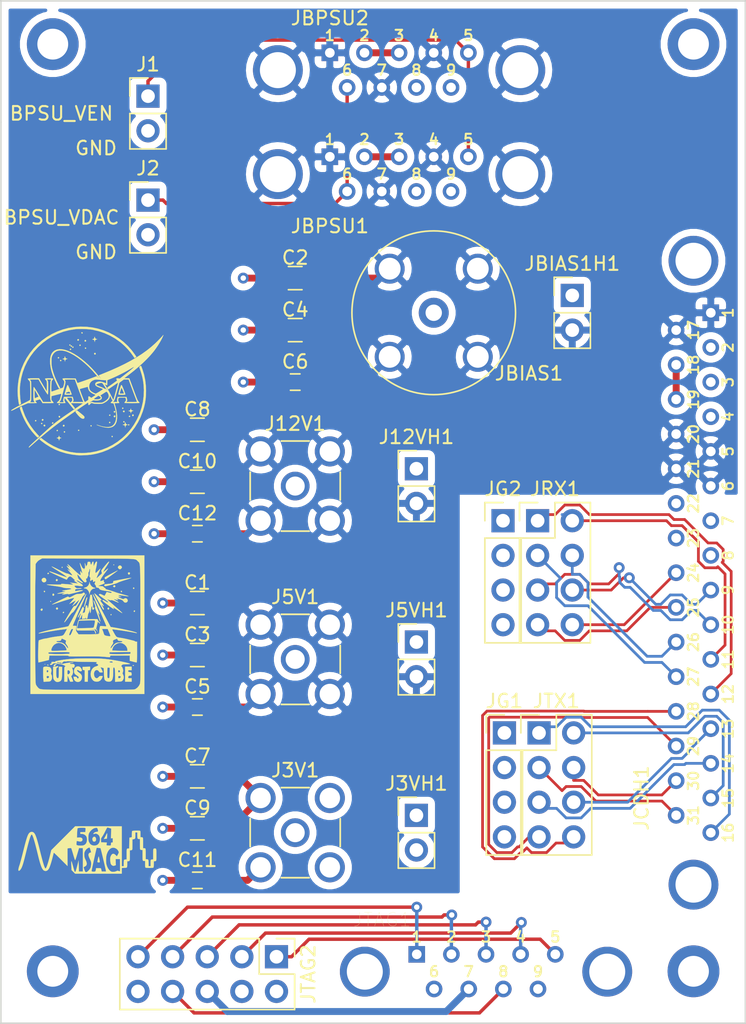
<source format=kicad_pcb>
(kicad_pcb (version 20171130) (host pcbnew "(5.1.5)-3")

  (general
    (thickness 1.6)
    (drawings 10)
    (tracks 268)
    (zones 0)
    (modules 38)
    (nets 33)
  )

  (page A4)
  (layers
    (0 F.Cu signal)
    (1 In1.Cu power)
    (2 In2.Cu power)
    (31 B.Cu signal)
    (32 B.Adhes user)
    (33 F.Adhes user)
    (34 B.Paste user)
    (35 F.Paste user)
    (36 B.SilkS user)
    (37 F.SilkS user)
    (38 B.Mask user)
    (39 F.Mask user)
    (40 Dwgs.User user)
    (41 Cmts.User user)
    (42 Eco1.User user)
    (43 Eco2.User user)
    (44 Edge.Cuts user)
    (45 Margin user)
    (46 B.CrtYd user hide)
    (47 F.CrtYd user hide)
    (48 B.Fab user)
    (49 F.Fab user hide)
  )

  (setup
    (last_trace_width 0.508)
    (user_trace_width 0.2)
    (user_trace_width 0.5)
    (user_trace_width 0.508)
    (trace_clearance 0.2)
    (zone_clearance 0.508)
    (zone_45_only no)
    (trace_min 0.2)
    (via_size 0.8)
    (via_drill 0.4)
    (via_min_size 0.4)
    (via_min_drill 0.3)
    (uvia_size 0.3)
    (uvia_drill 0.1)
    (uvias_allowed no)
    (uvia_min_size 0.2)
    (uvia_min_drill 0.1)
    (edge_width 0.05)
    (segment_width 0.2)
    (pcb_text_width 0.3)
    (pcb_text_size 1.5 1.5)
    (mod_edge_width 0.12)
    (mod_text_size 1 1)
    (mod_text_width 0.15)
    (pad_size 1.524 1.524)
    (pad_drill 0.762)
    (pad_to_mask_clearance 0.051)
    (solder_mask_min_width 0.25)
    (aux_axis_origin 0 0)
    (visible_elements 7FFFFFFF)
    (pcbplotparams
      (layerselection 0x010fc_ffffffff)
      (usegerberextensions false)
      (usegerberattributes false)
      (usegerberadvancedattributes false)
      (creategerberjobfile false)
      (excludeedgelayer true)
      (linewidth 0.100000)
      (plotframeref false)
      (viasonmask false)
      (mode 1)
      (useauxorigin false)
      (hpglpennumber 1)
      (hpglpenspeed 20)
      (hpglpendiameter 15.000000)
      (psnegative false)
      (psa4output false)
      (plotreference true)
      (plotvalue true)
      (plotinvisibletext false)
      (padsonsilk false)
      (subtractmaskfromsilk false)
      (outputformat 1)
      (mirror false)
      (drillshape 1)
      (scaleselection 1)
      (outputdirectory ""))
  )

  (net 0 "")
  (net 1 GND)
  (net 2 /5V)
  (net 3 /BPSU_BIAS1)
  (net 4 /3.3V)
  (net 5 /12V)
  (net 6 /BPSU_VEN)
  (net 7 /BPSU_VDAC)
  (net 8 /SI_MOSI_P)
  (net 9 /CDH_MOSI_P)
  (net 10 /CDH_MISO_P)
  (net 11 /CDH_CSn_P)
  (net 12 /SI_CSn_P)
  (net 13 /CDH_PPS_P)
  (net 14 /SI_MOSI_N)
  (net 15 /CDH_MOSI_N)
  (net 16 /CDH_MISO_N)
  (net 17 /CDH_CSn_N)
  (net 18 /SI_CSn_N)
  (net 19 /CDH_PPS_N)
  (net 20 /CDH_SCLK_N)
  (net 21 /CDH_SCLK_P)
  (net 22 /SI_SCLK_N)
  (net 23 /SI_SCLK_P)
  (net 24 /JTAG_TRST)
  (net 25 /JTAG_TDO)
  (net 26 /JTAG_TMS)
  (net 27 /JTAG_VPUMP)
  (net 28 /JTAG_TCK)
  (net 29 /JTAG_VJTAG)
  (net 30 /JTAG_TDI)
  (net 31 GNDA)
  (net 32 "Net-(JTAG2-Pad4)")

  (net_class Default "This is the default net class."
    (clearance 0.2)
    (trace_width 0.25)
    (via_dia 0.8)
    (via_drill 0.4)
    (uvia_dia 0.3)
    (uvia_drill 0.1)
    (add_net /12V)
    (add_net /3.3V)
    (add_net /5V)
    (add_net /BPSU_BIAS1)
    (add_net /BPSU_VDAC)
    (add_net /BPSU_VEN)
    (add_net /CDH_CSn_N)
    (add_net /CDH_CSn_P)
    (add_net /CDH_MISO_N)
    (add_net /CDH_MISO_P)
    (add_net /CDH_MOSI_N)
    (add_net /CDH_MOSI_P)
    (add_net /CDH_PPS_N)
    (add_net /CDH_PPS_P)
    (add_net /CDH_SCLK_N)
    (add_net /CDH_SCLK_P)
    (add_net /JTAG_TCK)
    (add_net /JTAG_TDI)
    (add_net /JTAG_TDO)
    (add_net /JTAG_TMS)
    (add_net /JTAG_TRST)
    (add_net /JTAG_VJTAG)
    (add_net /JTAG_VPUMP)
    (add_net /SI_CSn_N)
    (add_net /SI_CSn_P)
    (add_net /SI_MOSI_N)
    (add_net /SI_MOSI_P)
    (add_net /SI_SCLK_N)
    (add_net /SI_SCLK_P)
    (add_net GND)
    (add_net GNDA)
    (add_net "Net-(JTAG2-Pad4)")
  )

  (module MSAG_Misc:Pin_Header_Straight_2x05_Pitch2.54mm (layer F.Cu) (tedit 5CA344C4) (tstamp 5E9DE9AC)
    (at 142.1384 143.7132 270)
    (descr "Through hole straight pin header, 2x05, 2.54mm pitch, double rows")
    (tags "Through hole pin header THT 2x05 2.54mm double row")
    (path /5E9DE93F)
    (fp_text reference JTAG2 (at 1.27 -2.33 90) (layer F.SilkS)
      (effects (font (size 1 1) (thickness 0.15)))
    )
    (fp_text value Conn_02x05_Odd_Even (at 1.27 12.49 90) (layer F.Fab)
      (effects (font (size 1 1) (thickness 0.15)))
    )
    (fp_line (start 0 -1.27) (end 3.81 -1.27) (layer F.Fab) (width 0.1))
    (fp_line (start 3.81 -1.27) (end 3.81 11.43) (layer F.Fab) (width 0.1))
    (fp_line (start 3.81 11.43) (end -1.27 11.43) (layer F.Fab) (width 0.1))
    (fp_line (start -1.27 11.43) (end -1.27 0) (layer F.Fab) (width 0.1))
    (fp_line (start -1.27 0) (end 0 -1.27) (layer F.Fab) (width 0.1))
    (fp_line (start -1.33 11.49) (end 3.87 11.49) (layer F.SilkS) (width 0.12))
    (fp_line (start -1.33 1.27) (end -1.33 11.49) (layer F.SilkS) (width 0.12))
    (fp_line (start 3.87 -1.33) (end 3.87 11.49) (layer F.SilkS) (width 0.12))
    (fp_line (start -1.33 1.27) (end 1.27 1.27) (layer F.SilkS) (width 0.12))
    (fp_line (start 1.27 1.27) (end 1.27 -1.33) (layer F.SilkS) (width 0.12))
    (fp_line (start 1.27 -1.33) (end 3.87 -1.33) (layer F.SilkS) (width 0.12))
    (fp_line (start -1.33 0) (end -1.33 -1.33) (layer F.SilkS) (width 0.12))
    (fp_line (start -1.33 -1.33) (end 0 -1.33) (layer F.SilkS) (width 0.12))
    (fp_line (start -1.8 -1.8) (end -1.8 11.95) (layer F.CrtYd) (width 0.05))
    (fp_line (start -1.8 11.95) (end 4.35 11.95) (layer F.CrtYd) (width 0.05))
    (fp_line (start 4.35 11.95) (end 4.35 -1.8) (layer F.CrtYd) (width 0.05))
    (fp_line (start 4.35 -1.8) (end -1.8 -1.8) (layer F.CrtYd) (width 0.05))
    (fp_text user %R (at 1.27 5.08) (layer F.Fab)
      (effects (font (size 1 1) (thickness 0.15)))
    )
    (pad 1 thru_hole rect (at 0 0 270) (size 1.7 1.7) (drill 1) (layers *.Cu *.Mask)
      (net 28 /JTAG_TCK))
    (pad 2 thru_hole oval (at 2.54 0 270) (size 1.7 1.7) (drill 1) (layers *.Cu *.Mask)
      (net 1 GND))
    (pad 3 thru_hole oval (at 0 2.54 270) (size 1.7 1.7) (drill 1) (layers *.Cu *.Mask)
      (net 25 /JTAG_TDO))
    (pad 4 thru_hole oval (at 2.54 2.54 270) (size 1.7 1.7) (drill 1) (layers *.Cu *.Mask)
      (net 32 "Net-(JTAG2-Pad4)"))
    (pad 5 thru_hole oval (at 0 5.08 270) (size 1.7 1.7) (drill 1) (layers *.Cu *.Mask)
      (net 26 /JTAG_TMS))
    (pad 6 thru_hole oval (at 2.54 5.08 270) (size 1.7 1.7) (drill 1) (layers *.Cu *.Mask)
      (net 29 /JTAG_VJTAG))
    (pad 7 thru_hole oval (at 0 7.62 270) (size 1.7 1.7) (drill 1) (layers *.Cu *.Mask)
      (net 27 /JTAG_VPUMP))
    (pad 8 thru_hole oval (at 2.54 7.62 270) (size 1.7 1.7) (drill 1) (layers *.Cu *.Mask)
      (net 24 /JTAG_TRST))
    (pad 9 thru_hole oval (at 0 10.16 270) (size 1.7 1.7) (drill 1) (layers *.Cu *.Mask)
      (net 30 /JTAG_TDI))
    (pad 10 thru_hole oval (at 2.54 10.16 270) (size 1.7 1.7) (drill 1) (layers *.Cu *.Mask)
      (net 1 GND))
    (model C:/Users/gsuarezm/Documents/kicad/MSAG_KiCad/MSAG_KiCad3d/Connector_PinHeader_2.54mm.3dshapes/Pin_Header_Straight_2x05_Pitch2.54mm.step
      (at (xyz 0 0 0))
      (scale (xyz 1 1 1))
      (rotate (xyz 0 0 0))
    )
  )

  (module MSAG_Misc:NANO_9_FLYLEADS_MALE (layer F.Cu) (tedit 5E970DB1) (tstamp 5E9DE98C)
    (at 157.5054 144.8054)
    (path /5E9E192B)
    (fp_text reference JTAG1 (at -7.62 -3.81 180) (layer F.SilkS)
      (effects (font (size 1 1) (thickness 0.015)))
    )
    (fp_text value MDM_09_MALE (at 0 -3.81) (layer F.Fab)
      (effects (font (size 1 1) (thickness 0.015)))
    )
    (fp_text user 9 (at 3.81 0) (layer F.SilkS)
      (effects (font (size 0.762 0.762) (thickness 0.15)))
    )
    (fp_text user 8 (at 1.27 0) (layer F.SilkS)
      (effects (font (size 0.762 0.762) (thickness 0.15)))
    )
    (fp_text user 7 (at -1.27 0) (layer F.SilkS)
      (effects (font (size 0.762 0.762) (thickness 0.15)))
    )
    (fp_text user 6 (at -3.81 0) (layer F.SilkS)
      (effects (font (size 0.762 0.762) (thickness 0.15)))
    )
    (fp_text user 5 (at 5.08 -2.54) (layer F.SilkS)
      (effects (font (size 0.762 0.762) (thickness 0.15)))
    )
    (fp_text user 4 (at 2.54 -2.54) (layer F.SilkS)
      (effects (font (size 0.762 0.762) (thickness 0.15)))
    )
    (fp_text user 3 (at 0 -2.54) (layer F.SilkS)
      (effects (font (size 0.762 0.762) (thickness 0.15)))
    )
    (fp_text user 2 (at -2.54 -2.54) (layer F.SilkS)
      (effects (font (size 0.762 0.762) (thickness 0.15)))
    )
    (fp_text user 1 (at -5.08 -2.54) (layer F.SilkS)
      (effects (font (size 0.762 0.762) (thickness 0.15)))
    )
    (pad 9 thru_hole circle (at 3.81 1.27 180) (size 1.218 1.218) (drill 0.71) (layers *.Cu *.Mask)
      (net 1 GND))
    (pad 8 thru_hole circle (at 1.27 1.27 180) (size 1.218 1.218) (drill 0.71) (layers *.Cu *.Mask)
      (net 24 /JTAG_TRST))
    (pad 4 thru_hole circle (at 2.54 -1.27 180) (size 1.218 1.218) (drill 0.71) (layers *.Cu *.Mask)
      (net 25 /JTAG_TDO))
    (pad 3 thru_hole circle (at 0 -1.27 180) (size 1.218 1.218) (drill 0.71) (layers *.Cu *.Mask)
      (net 26 /JTAG_TMS))
    (pad 2 thru_hole circle (at -2.54 -1.27 180) (size 1.218 1.218) (drill 0.71) (layers *.Cu *.Mask)
      (net 27 /JTAG_VPUMP))
    (pad 5 thru_hole circle (at 5.08 -1.27 180) (size 1.218 1.218) (drill 0.71) (layers *.Cu *.Mask)
      (net 28 /JTAG_TCK))
    (pad 6 thru_hole circle (at -3.81 1.27 180) (size 1.218 1.218) (drill 0.71) (layers *.Cu *.Mask)
      (net 1 GND))
    (pad 11 thru_hole circle (at 8.89 0 180) (size 3.656 3.656) (drill 2.64) (layers *.Cu *.Mask)
      (net 1 GND))
    (pad 10 thru_hole circle (at -8.89 0 180) (size 3.656 3.656) (drill 2.64) (layers *.Cu *.Mask)
      (net 1 GND))
    (pad 7 thru_hole circle (at -1.27 1.27 180) (size 1.218 1.218) (drill 0.71) (layers *.Cu *.Mask)
      (net 29 /JTAG_VJTAG))
    (pad 1 thru_hole rect (at -5.08 -1.27 180) (size 1.218 1.218) (drill 0.71) (layers *.Cu *.Mask)
      (net 30 /JTAG_TDI))
  )

  (module MSAG_Misc:msag_logo2_0.4in (layer F.Cu) (tedit 0) (tstamp 5E9A6771)
    (at 128.27 135.89)
    (fp_text reference G*** (at 0 -7.961245) (layer F.SilkS) hide
      (effects (font (size 1.524 1.524) (thickness 0.3)))
    )
    (fp_text value LOGO (at 0.75 0) (layer F.SilkS) hide
      (effects (font (size 1.524 1.524) (thickness 0.3)))
    )
    (fp_poly (pts (xy 1.446541 -1.207935) (xy 1.447661 -1.157924) (xy 1.446956 -1.088216) (xy 1.444774 -1.010089)
      (xy 1.441463 -0.934825) (xy 1.437369 -0.873703) (xy 1.43284 -0.838003) (xy 1.431138 -0.833511)
      (xy 1.410681 -0.830315) (xy 1.360745 -0.824881) (xy 1.318317 -0.82081) (xy 1.207885 -0.810681)
      (xy 1.261804 -0.897466) (xy 1.301672 -0.966804) (xy 1.346212 -1.051771) (xy 1.372236 -1.105259)
      (xy 1.403658 -1.168111) (xy 1.429603 -1.212116) (xy 1.44325 -1.226967) (xy 1.446541 -1.207935)) (layer F.SilkS) (width 0.01))
    (fp_poly (pts (xy 0.564326 -0.954864) (xy 0.604439 -0.905938) (xy 0.628987 -0.838106) (xy 0.634737 -0.762591)
      (xy 0.618455 -0.690612) (xy 0.602049 -0.660877) (xy 0.554027 -0.624793) (xy 0.489813 -0.613458)
      (xy 0.429949 -0.630463) (xy 0.397036 -0.671622) (xy 0.374285 -0.737159) (xy 0.366742 -0.809427)
      (xy 0.369857 -0.840547) (xy 0.399283 -0.907684) (xy 0.451806 -0.956049) (xy 0.511885 -0.973667)
      (xy 0.564326 -0.954864)) (layer F.SilkS) (width 0.01))
    (fp_poly (pts (xy 0.839669 0.506501) (xy 0.853681 0.56533) (xy 0.869925 0.64191) (xy 0.886024 0.724239)
      (xy 0.899601 0.800316) (xy 0.908278 0.858139) (xy 0.910166 0.880755) (xy 0.892632 0.901913)
      (xy 0.837996 0.910012) (xy 0.8255 0.910167) (xy 0.771169 0.907528) (xy 0.747145 0.894092)
      (xy 0.741475 0.861576) (xy 0.741493 0.851958) (xy 0.746065 0.801025) (xy 0.757316 0.73261)
      (xy 0.772876 0.656717) (xy 0.790374 0.583351) (xy 0.807438 0.522514) (xy 0.821697 0.484211)
      (xy 0.830267 0.477423) (xy 0.839669 0.506501)) (layer F.SilkS) (width 0.01))
    (fp_poly (pts (xy 2.518833 1.185333) (xy 2.667 1.185333) (xy 2.667 0.967317) (xy 2.669673 0.849651)
      (xy 2.677513 0.768515) (xy 2.690248 0.726504) (xy 2.692399 0.7239) (xy 2.729128 0.70718)
      (xy 2.786826 0.698745) (xy 2.798233 0.6985) (xy 2.878666 0.6985) (xy 2.878666 0.309181)
      (xy 2.878792 0.167043) (xy 2.880304 0.061722) (xy 2.884908 -0.012295) (xy 2.894308 -0.060524)
      (xy 2.910208 -0.088479) (xy 2.934312 -0.101675) (xy 2.968325 -0.105625) (xy 3.00693 -0.105833)
      (xy 3.068232 -0.105833) (xy 3.07975 -0.899427) (xy 3.169708 -0.918388) (xy 3.259666 -0.937348)
      (xy 3.259666 -1.152358) (xy 3.262372 -1.268688) (xy 3.270287 -1.349001) (xy 3.283112 -1.390441)
      (xy 3.285066 -1.392767) (xy 3.314482 -1.401925) (xy 3.376142 -1.409373) (xy 3.45998 -1.414893)
      (xy 3.555935 -1.418264) (xy 3.653941 -1.419267) (xy 3.743935 -1.417684) (xy 3.815853 -1.413295)
      (xy 3.859632 -1.405881) (xy 3.861185 -1.405319) (xy 3.876328 -1.392692) (xy 3.886236 -1.363855)
      (xy 3.891908 -1.311543) (xy 3.894343 -1.228494) (xy 3.894666 -1.161902) (xy 3.894666 -0.931333)
      (xy 3.956435 -0.931333) (xy 4.000525 -0.930936) (xy 4.033194 -0.926068) (xy 4.056153 -0.911214)
      (xy 4.071114 -0.880861) (xy 4.079785 -0.829493) (xy 4.083878 -0.751597) (xy 4.085102 -0.641658)
      (xy 4.085166 -0.516319) (xy 4.085166 -0.127) (xy 4.146935 -0.127) (xy 4.191025 -0.126603)
      (xy 4.223694 -0.121734) (xy 4.246653 -0.106881) (xy 4.261614 -0.076527) (xy 4.270285 -0.02516)
      (xy 4.274378 0.052736) (xy 4.275602 0.162675) (xy 4.275666 0.288014) (xy 4.275666 0.677333)
      (xy 4.348238 0.677333) (xy 4.404538 0.682029) (xy 4.443477 0.700338) (xy 4.468124 0.738594)
      (xy 4.481544 0.803131) (xy 4.486804 0.900283) (xy 4.487333 0.964595) (xy 4.487333 1.185333)
      (xy 4.6355 1.185333) (xy 4.6355 0.954764) (xy 4.636312 0.847171) (xy 4.641099 0.77489)
      (xy 4.653387 0.730902) (xy 4.676703 0.708187) (xy 4.714571 0.699727) (xy 4.764231 0.6985)
      (xy 4.826 0.6985) (xy 4.826 0.309181) (xy 4.826182 0.167077) (xy 4.82776 0.061789)
      (xy 4.832283 -0.012204) (xy 4.841298 -0.060418) (xy 4.856353 -0.088372) (xy 4.878997 -0.101585)
      (xy 4.910776 -0.105575) (xy 4.942416 -0.105833) (xy 4.980666 -0.105373) (xy 5.009463 -0.100487)
      (xy 5.030149 -0.085914) (xy 5.044064 -0.056397) (xy 5.052549 -0.006676) (xy 5.056945 0.068508)
      (xy 5.058594 0.174414) (xy 5.058835 0.316302) (xy 5.058833 0.35077) (xy 5.058605 0.49662)
      (xy 5.057581 0.60582) (xy 5.055245 0.684052) (xy 5.051084 0.736999) (xy 5.044584 0.770343)
      (xy 5.035232 0.789766) (xy 5.022514 0.80095) (xy 5.017891 0.803588) (xy 4.963928 0.820999)
      (xy 4.922641 0.8255) (xy 4.868333 0.8255) (xy 4.868333 1.043516) (xy 4.865659 1.161182)
      (xy 4.857819 1.242318) (xy 4.845084 1.284329) (xy 4.842933 1.286933) (xy 4.808072 1.299594)
      (xy 4.73275 1.3079) (xy 4.616287 1.311913) (xy 4.550833 1.312333) (xy 4.415784 1.310219)
      (xy 4.32218 1.303836) (xy 4.26934 1.293127) (xy 4.258733 1.286933) (xy 4.245429 1.250535)
      (xy 4.236934 1.173803) (xy 4.233422 1.058483) (xy 4.233333 1.032933) (xy 4.233333 0.804333)
      (xy 4.163483 0.804333) (xy 4.122675 0.802632) (xy 4.092281 0.79391) (xy 4.070769 0.772742)
      (xy 4.056609 0.733701) (xy 4.048269 0.67136) (xy 4.044218 0.580294) (xy 4.042924 0.455075)
      (xy 4.042833 0.376766) (xy 4.042833 0) (xy 3.988525 0) (xy 3.929216 -0.008647)
      (xy 3.893275 -0.021912) (xy 3.878647 -0.032381) (xy 3.867978 -0.04985) (xy 3.860649 -0.080403)
      (xy 3.85604 -0.130126) (xy 3.853532 -0.205105) (xy 3.852505 -0.311425) (xy 3.852333 -0.424078)
      (xy 3.852333 -0.804333) (xy 3.798025 -0.804334) (xy 3.741397 -0.807757) (xy 3.702988 -0.822544)
      (xy 3.679321 -0.855467) (xy 3.666921 -0.913299) (xy 3.662309 -1.002815) (xy 3.661833 -1.069662)
      (xy 3.661833 -1.291167) (xy 3.513666 -1.291167) (xy 3.513666 -1.071509) (xy 3.512297 -0.962426)
      (xy 3.505755 -0.88807) (xy 3.490386 -0.840861) (xy 3.462538 -0.813217) (xy 3.418557 -0.79756)
      (xy 3.377972 -0.789956) (xy 3.302 -0.777628) (xy 3.302 -0.400142) (xy 3.301711 -0.264686)
      (xy 3.300429 -0.165451) (xy 3.297527 -0.096327) (xy 3.292379 -0.051206) (xy 3.284357 -0.023975)
      (xy 3.272837 -0.008526) (xy 3.261058 -0.000745) (xy 3.207095 0.016665) (xy 3.165808 0.021167)
      (xy 3.1115 0.021167) (xy 3.1115 0.401422) (xy 3.111215 0.537433) (xy 3.109949 0.637199)
      (xy 3.107082 0.706803) (xy 3.101994 0.752332) (xy 3.094065 0.779872) (xy 3.082677 0.795507)
      (xy 3.070558 0.803588) (xy 3.016595 0.820999) (xy 2.975308 0.8255) (xy 2.921 0.8255)
      (xy 2.920675 1.031875) (xy 2.91856 1.124033) (xy 2.913143 1.202166) (xy 2.905368 1.255244)
      (xy 2.900283 1.27) (xy 2.874935 1.287775) (xy 2.821366 1.299911) (xy 2.733482 1.307598)
      (xy 2.699524 1.309214) (xy 2.518833 1.316677) (xy 2.518833 1.735667) (xy -0.900807 1.735667)
      (xy -1.031985 1.603311) (xy -1.163164 1.470956) (xy -1.175599 1.132353) (xy -1.17938 1.000163)
      (xy -1.17981 0.903165) (xy -1.176941 0.843465) (xy -1.170823 0.823172) (xy -1.168089 0.8255)
      (xy -1.156172 0.855587) (xy -1.13554 0.919253) (xy -1.108412 1.009178) (xy -1.077005 1.118045)
      (xy -1.049459 1.216889) (xy -1.016377 1.334731) (xy -0.985818 1.43855) (xy -0.959957 1.521351)
      (xy -0.940967 1.576136) (xy -0.931893 1.595407) (xy -0.910803 1.608596) (xy -0.890299 1.601822)
      (xy -0.868742 1.571355) (xy -0.844496 1.513468) (xy -0.815925 1.424433) (xy -0.781392 1.30052)
      (xy -0.750584 1.182417) (xy -0.645584 0.772583) (xy -0.635 1.17475) (xy -0.624417 1.576917)
      (xy -0.330754 1.576917) (xy -0.331093 1.264992) (xy -0.275049 1.264992) (xy -0.267703 1.306044)
      (xy -0.248994 1.372197) (xy -0.223374 1.449283) (xy -0.195296 1.523135) (xy -0.189818 1.536174)
      (xy -0.155394 1.600151) (xy -0.11736 1.626256) (xy -0.065278 1.618396) (xy -0.02254 1.598793)
      (xy 0.038958 1.554117) (xy 0.303361 1.554117) (xy 0.330496 1.573114) (xy 0.385066 1.584826)
      (xy 0.452741 1.588904) (xy 0.519195 1.584998) (xy 0.5701 1.572759) (xy 0.587404 1.561042)
      (xy 0.602887 1.525242) (xy 0.617753 1.465169) (xy 0.623043 1.434042) (xy 0.637593 1.3335)
      (xy 0.81581 1.3335) (xy 0.902559 1.334002) (xy 0.956026 1.337344) (xy 0.985265 1.346279)
      (xy 0.999326 1.363559) (xy 1.00721 1.391708) (xy 1.022445 1.457983) (xy 1.035417 1.513417)
      (xy 1.050441 1.576917) (xy 1.36525 1.576917) (xy 1.358899 1.513417) (xy 1.35271 1.479993)
      (xy 1.337829 1.411242) (xy 1.315635 1.312954) (xy 1.287506 1.190919) (xy 1.25482 1.050928)
      (xy 1.218957 0.89877) (xy 1.184464 0.753574) (xy 1.36814 0.753574) (xy 1.372948 0.894972)
      (xy 1.386626 1.016449) (xy 1.395168 1.058333) (xy 1.445915 1.214018) (xy 1.515966 1.352989)
      (xy 1.60044 1.46796) (xy 1.69446 1.551646) (xy 1.744357 1.57986) (xy 1.823483 1.599174)
      (xy 1.923551 1.600503) (xy 2.02781 1.585129) (xy 2.119507 1.554336) (xy 2.127149 1.550556)
      (xy 2.182407 1.52542) (xy 2.22386 1.520644) (xy 2.274073 1.534925) (xy 2.290188 1.541142)
      (xy 2.347675 1.558013) (xy 2.383328 1.55706) (xy 2.387275 1.553957) (xy 2.391557 1.527798)
      (xy 2.394776 1.465946) (xy 2.396799 1.375031) (xy 2.397495 1.261684) (xy 2.396732 1.132535)
      (xy 2.39632 1.100176) (xy 2.390224 0.665768) (xy 2.230115 0.664362) (xy 2.070006 0.662955)
      (xy 2.077461 0.886926) (xy 2.084916 1.110898) (xy 1.995833 1.14187) (xy 1.935005 1.159765)
      (xy 1.890846 1.159871) (xy 1.841346 1.141604) (xy 1.832748 1.137553) (xy 1.771466 1.097585)
      (xy 1.727838 1.040873) (xy 1.699013 0.960548) (xy 1.682141 0.849742) (xy 1.676343 0.760691)
      (xy 1.673435 0.658453) (xy 1.676314 0.584835) (xy 1.686631 0.526327) (xy 1.706037 0.469419)
      (xy 1.714369 0.449495) (xy 1.770182 0.350028) (xy 1.833805 0.291963) (xy 1.904532 0.275459)
      (xy 1.981656 0.300674) (xy 2.064469 0.367768) (xy 2.066943 0.370335) (xy 2.158131 0.465503)
      (xy 2.188605 0.41796) (xy 2.215902 0.370527) (xy 2.250293 0.304589) (xy 2.26645 0.271708)
      (xy 2.293711 0.209315) (xy 2.302067 0.166291) (xy 2.293519 0.125194) (xy 2.285594 0.104854)
      (xy 2.216771 -0.010972) (xy 2.121186 -0.098237) (xy 2.005345 -0.152467) (xy 1.887068 -0.169334)
      (xy 1.771487 -0.148873) (xy 1.6648 -0.08936) (xy 1.56956 0.006402) (xy 1.488322 0.135609)
      (xy 1.423638 0.295459) (xy 1.404854 0.360125) (xy 1.384302 0.471123) (xy 1.371994 0.607282)
      (xy 1.36814 0.753574) (xy 1.184464 0.753574) (xy 1.181295 0.740236) (xy 1.143213 0.581117)
      (xy 1.106089 0.427202) (xy 1.071302 0.284283) (xy 1.040231 0.158149) (xy 1.014254 0.054591)
      (xy 0.99475 -0.0206) (xy 0.986752 -0.049609) (xy 0.96134 -0.137583) (xy 0.824628 -0.151049)
      (xy 0.753852 -0.157199) (xy 0.702391 -0.160121) (xy 0.682055 -0.159299) (xy 0.67394 -0.135974)
      (xy 0.65826 -0.076572) (xy 0.636196 0.013564) (xy 0.608931 0.12909) (xy 0.577645 0.264662)
      (xy 0.543518 0.414937) (xy 0.507732 0.574573) (xy 0.471467 0.738224) (xy 0.435906 0.900549)
      (xy 0.402228 1.056204) (xy 0.371614 1.199844) (xy 0.345247 1.326128) (xy 0.324306 1.429711)
      (xy 0.309973 1.50525) (xy 0.303428 1.547402) (xy 0.303361 1.554117) (xy 0.038958 1.554117)
      (xy 0.047226 1.548111) (xy 0.120749 1.471554) (xy 0.186809 1.382838) (xy 0.234182 1.295681)
      (xy 0.241827 1.275638) (xy 0.259634 1.199604) (xy 0.271576 1.101659) (xy 0.275166 1.016401)
      (xy 0.273148 0.93216) (xy 0.264406 0.865783) (xy 0.244903 0.801119) (xy 0.210607 0.722012)
      (xy 0.191805 0.682631) (xy 0.135396 0.560868) (xy 0.098969 0.46802) (xy 0.080578 0.396788)
      (xy 0.078275 0.339876) (xy 0.088331 0.294918) (xy 0.130665 0.227163) (xy 0.197031 0.193775)
      (xy 0.231441 0.1905) (xy 0.266231 0.184051) (xy 0.274344 0.174625) (xy 0.267792 0.14303)
      (xy 0.252081 0.085309) (xy 0.230862 0.013329) (xy 0.207783 -0.061042) (xy 0.186496 -0.125935)
      (xy 0.170652 -0.169482) (xy 0.165073 -0.180649) (xy 0.136255 -0.182541) (xy 0.084913 -0.16411)
      (xy 0.022116 -0.130795) (xy -0.04107 -0.088033) (xy -0.067659 -0.066302) (xy -0.120494 -0.006931)
      (xy -0.170401 0.069907) (xy -0.190257 0.109959) (xy -0.215295 0.176582) (xy -0.228183 0.23939)
      (xy -0.231168 0.314984) (xy -0.22823 0.390572) (xy -0.220697 0.482055) (xy -0.206665 0.555534)
      (xy -0.181286 0.628108) (xy -0.139711 0.716876) (xy -0.13055 0.735072) (xy -0.071556 0.872706)
      (xy -0.046738 0.986929) (xy -0.056398 1.079721) (xy -0.100838 1.153061) (xy -0.180362 1.20893)
      (xy -0.204638 1.219932) (xy -0.250986 1.243179) (xy -0.274365 1.262507) (xy -0.275049 1.264992)
      (xy -0.331093 1.264992) (xy -0.331686 0.719667) (xy -0.332619 -0.137583) (xy -0.473518 -0.139687)
      (xy -0.614418 -0.141791) (xy -0.665881 0.029646) (xy -0.692724 0.119192) (xy -0.727117 0.234103)
      (xy -0.764511 0.359176) (xy -0.798333 0.472418) (xy -0.829595 0.572313) (xy -0.858461 0.655761)
      (xy -0.882127 0.715258) (xy -0.897789 0.743302) (xy -0.900036 0.744518) (xy -0.911722 0.725336)
      (xy -0.932655 0.671269) (xy -0.96085 0.588252) (xy -0.994321 0.482215) (xy -1.031084 0.359092)
      (xy -1.043968 0.314434) (xy -1.081465 0.1854) (xy -1.116135 0.069993) (xy -1.145993 -0.025495)
      (xy -1.169059 -0.094773) (xy -1.18335 -0.131551) (xy -1.185718 -0.1354) (xy -1.216816 -0.143249)
      (xy -1.278703 -0.141802) (xy -1.333741 -0.1354) (xy -1.463231 -0.116417) (xy -1.461418 0.529167)
      (xy -1.459605 1.17475) (xy -1.956672 0.678299) (xy -2.075528 0.56012) (xy -2.184712 0.452573)
      (xy -2.280683 0.359068) (xy -2.359902 0.283011) (xy -2.418829 0.227811) (xy -2.453924 0.196874)
      (xy -2.462404 0.191466) (xy -2.470242 0.2143) (xy -2.486171 0.270968) (xy -2.508237 0.354178)
      (xy -2.534487 0.456638) (xy -2.550008 0.518583) (xy -2.604299 0.727118) (xy -2.658721 0.917593)
      (xy -2.711583 1.084829) (xy -2.761199 1.223648) (xy -2.80588 1.328873) (xy -2.827969 1.370945)
      (xy -2.900606 1.46592) (xy -2.983101 1.523018) (xy -3.071818 1.540897) (xy -3.163119 1.518218)
      (xy -3.189206 1.504081) (xy -3.238536 1.464236) (xy -3.286273 1.404336) (xy -3.33352 1.321461)
      (xy -3.381386 1.21269) (xy -3.430975 1.075103) (xy -3.483395 0.905781) (xy -3.539751 0.701803)
      (xy -3.601149 0.460249) (xy -3.630681 0.338667) (xy -3.710904 0.010089) (xy -3.783864 -0.276919)
      (xy -3.849599 -0.522488) (xy -3.908149 -0.726748) (xy -3.959554 -0.889829) (xy -4.003852 -1.01186)
      (xy -4.041084 -1.092971) (xy -4.071288 -1.133292) (xy -4.078739 -1.137374) (xy -4.102401 -1.130784)
      (xy -4.130119 -1.095515) (xy -4.162398 -1.030009) (xy -4.199743 -0.932705) (xy -4.242659 -0.802046)
      (xy -4.291649 -0.63647) (xy -4.347219 -0.43442) (xy -4.409874 -0.194335) (xy -4.480118 0.085344)
      (xy -4.498216 0.15875) (xy -4.557054 0.396392) (xy -4.607835 0.597113) (xy -4.651842 0.765285)
      (xy -4.69036 0.905276) (xy -4.724672 1.021457) (xy -4.756061 1.118197) (xy -4.785813 1.199866)
      (xy -4.815211 1.270834) (xy -4.841611 1.327501) (xy -4.895039 1.418201) (xy -4.952503 1.484586)
      (xy -5.007599 1.519971) (xy -5.029938 1.524) (xy -5.052691 1.505477) (xy -5.060165 1.454197)
      (xy -5.05309 1.37659) (xy -5.032195 1.27909) (xy -4.998211 1.168127) (xy -4.98557 1.133165)
      (xy -4.963918 1.068246) (xy -4.933979 0.96805) (xy -4.897353 0.838462) (xy -4.85564 0.685367)
      (xy -4.81044 0.514651) (xy -4.763354 0.332199) (xy -4.715983 0.143895) (xy -4.710267 0.12083)
      (xy -4.641996 -0.152349) (xy -4.581578 -0.387253) (xy -4.527907 -0.586982) (xy -4.479875 -0.754633)
      (xy -4.436374 -0.893308) (xy -4.396297 -1.006104) (xy -4.358535 -1.09612) (xy -4.321983 -1.166457)
      (xy -4.285531 -1.220212) (xy -4.248073 -1.260485) (xy -4.208501 -1.290376) (xy -4.205206 -1.292414)
      (xy -4.119951 -1.328206) (xy -4.037854 -1.325029) (xy -3.978167 -1.301147) (xy -3.935483 -1.272683)
      (xy -3.894823 -1.230839) (xy -3.855057 -1.172561) (xy -3.815053 -1.094795) (xy -3.77368 -0.994487)
      (xy -3.729806 -0.868584) (xy -3.6823 -0.71403) (xy -3.63003 -0.527773) (xy -3.571865 -0.306758)
      (xy -3.506674 -0.047932) (xy -3.492297 0.010247) (xy -3.419382 0.302504) (xy -3.354411 0.555)
      (xy -3.296844 0.76945) (xy -3.246142 0.947567) (xy -3.201764 1.091065) (xy -3.163172 1.201658)
      (xy -3.129826 1.281061) (xy -3.101187 1.330987) (xy -3.076715 1.353151) (xy -3.069167 1.354667)
      (xy -3.042472 1.334362) (xy -3.008657 1.275335) (xy -2.968689 1.18042) (xy -2.923536 1.052447)
      (xy -2.874166 0.894249) (xy -2.821545 0.708659) (xy -2.766641 0.498508) (xy -2.740208 0.391583)
      (xy -2.647627 0.010583) (xy -2.201613 -0.434937) (xy -0.802528 -0.434937) (xy -0.800146 -0.388378)
      (xy -0.789662 -0.36438) (xy -0.767929 -0.353077) (xy -0.74704 -0.348031) (xy -0.696397 -0.336056)
      (xy -0.66675 -0.327903) (xy -0.636486 -0.32433) (xy -0.576158 -0.321421) (xy -0.498033 -0.319738)
      (xy -0.486834 -0.319636) (xy -0.365811 -0.325181) (xy -0.273424 -0.345154) (xy -0.241323 -0.357832)
      (xy -0.147269 -0.420666) (xy -0.080463 -0.512815) (xy -0.038575 -0.637509) (xy -0.038124 -0.639647)
      (xy -0.025199 -0.773329) (xy -0.040802 -0.899583) (xy 0.074083 -0.899583) (xy 0.07502 -0.793246)
      (xy 0.079088 -0.717823) (xy 0.088167 -0.661911) (xy 0.104142 -0.61411) (xy 0.128894 -0.563019)
      (xy 0.130003 -0.560917) (xy 0.1686 -0.494819) (xy 0.20688 -0.440178) (xy 0.225883 -0.41898)
      (xy 0.323464 -0.357534) (xy 0.439603 -0.3259) (xy 0.562036 -0.324868) (xy 0.678502 -0.355227)
      (xy 0.736354 -0.386107) (xy 0.827641 -0.471218) (xy 0.888292 -0.584841) (xy 0.917714 -0.725662)
      (xy 0.919792 -0.774438) (xy 0.997195 -0.774438) (xy 0.999065 -0.705586) (xy 0.999173 -0.703116)
      (xy 1.005416 -0.560917) (xy 1.214645 -0.554824) (xy 1.423873 -0.548732) (xy 1.41156 -0.444766)
      (xy 1.399247 -0.340801) (xy 1.509248 -0.332638) (xy 1.606196 -0.325959) (xy 1.668779 -0.325767)
      (xy 1.70488 -0.335844) (xy 1.722381 -0.35997) (xy 1.729163 -0.401923) (xy 1.731481 -0.439208)
      (xy 1.736615 -0.503851) (xy 1.746733 -0.536826) (xy 1.768419 -0.548771) (xy 1.800272 -0.550333)
      (xy 1.862666 -0.550333) (xy 1.862666 -0.872638) (xy 1.796842 -0.862977) (xy 1.731017 -0.853316)
      (xy 1.738633 -1.21219) (xy 1.74625 -1.571064) (xy 1.61925 -1.61072) (xy 1.548099 -1.631676)
      (xy 1.491188 -1.646167) (xy 1.464548 -1.650688) (xy 1.445668 -1.632675) (xy 1.413777 -1.583196)
      (xy 1.37307 -1.509463) (xy 1.327748 -1.418688) (xy 1.320116 -1.402569) (xy 1.26438 -1.28983)
      (xy 1.202382 -1.173823) (xy 1.142226 -1.069261) (xy 1.098157 -0.999726) (xy 1.047796 -0.92439)
      (xy 1.017133 -0.870574) (xy 1.001742 -0.825012) (xy 0.997195 -0.774438) (xy 0.919792 -0.774438)
      (xy 0.920616 -0.79375) (xy 0.907315 -0.932264) (xy 0.86631 -1.040656) (xy 0.795852 -1.122249)
      (xy 0.723999 -1.167192) (xy 0.658753 -1.194511) (xy 0.605337 -1.201787) (xy 0.539962 -1.191858)
      (xy 0.532135 -1.190094) (xy 0.47381 -1.177877) (xy 0.436128 -1.172126) (xy 0.429143 -1.172468)
      (xy 0.436213 -1.191046) (xy 0.458336 -1.225888) (xy 0.514627 -1.276893) (xy 0.595123 -1.315346)
      (xy 0.681927 -1.333119) (xy 0.695228 -1.3335) (xy 0.751924 -1.341235) (xy 0.780679 -1.368342)
      (xy 0.783883 -1.42068) (xy 0.764312 -1.502833) (xy 0.742557 -1.568828) (xy 0.722304 -1.604401)
      (xy 0.693982 -1.61999) (xy 0.651652 -1.625736) (xy 0.549381 -1.614956) (xy 0.440357 -1.570435)
      (xy 0.332591 -1.498105) (xy 0.234098 -1.403898) (xy 0.152889 -1.293748) (xy 0.120211 -1.232265)
      (xy 0.098673 -1.178528) (xy 0.084907 -1.122043) (xy 0.077326 -1.051374) (xy 0.074346 -0.955083)
      (xy 0.074083 -0.899583) (xy -0.040802 -0.899583) (xy -0.040873 -0.900153) (xy -0.083353 -1.007265)
      (xy -0.091194 -1.019741) (xy -0.164395 -1.095765) (xy -0.26276 -1.151671) (xy -0.371068 -1.18004)
      (xy -0.423334 -1.181631) (xy -0.481826 -1.179925) (xy -0.509566 -1.188321) (xy -0.518011 -1.213716)
      (xy -0.518584 -1.238958) (xy -0.518584 -1.30175) (xy -0.15293 -1.313912) (xy -0.138345 -1.450106)
      (xy -0.13275 -1.523793) (xy -0.132584 -1.581267) (xy -0.137213 -1.608066) (xy -0.163958 -1.618278)
      (xy -0.222981 -1.625359) (xy -0.304347 -1.62939) (xy -0.39812 -1.630454) (xy -0.494368 -1.628633)
      (xy -0.583156 -1.624008) (xy -0.654549 -1.616663) (xy -0.698614 -1.606679) (xy -0.704765 -1.603375)
      (xy -0.718785 -1.586622) (xy -0.729572 -1.555928) (xy -0.737982 -1.505062) (xy -0.744868 -1.427797)
      (xy -0.751085 -1.317903) (xy -0.754574 -1.240227) (xy -0.76886 -0.903536) (xy -0.645533 -0.916265)
      (xy -0.530966 -0.917511) (xy -0.443294 -0.896133) (xy -0.386739 -0.853655) (xy -0.368876 -0.816312)
      (xy -0.363384 -0.731847) (xy -0.392052 -0.669286) (xy -0.451394 -0.631175) (xy -0.53792 -0.620061)
      (xy -0.62173 -0.631699) (xy -0.689849 -0.64705) (xy -0.743893 -0.658454) (xy -0.762 -0.661804)
      (xy -0.77931 -0.655984) (xy -0.790402 -0.627048) (xy -0.79717 -0.567623) (xy -0.799957 -0.513925)
      (xy -0.802528 -0.434937) (xy -2.201613 -0.434937) (xy -1.773605 -0.862469) (xy -0.899584 -1.735522)
      (xy 0.809625 -1.735594) (xy 2.518833 -1.735667) (xy 2.518833 1.185333)) (layer F.SilkS) (width 0.01))
  )

  (module MSAG_Misc:BurstCube_bwA_0p4in (layer F.Cu) (tedit 0) (tstamp 5E9A6684)
    (at 128.27 119.38)
    (fp_text reference G*** (at 0 0) (layer F.SilkS) hide
      (effects (font (size 1.524 1.524) (thickness 0.3)))
    )
    (fp_text value LOGO (at 0.75 0) (layer F.SilkS) hide
      (effects (font (size 1.524 1.524) (thickness 0.3)))
    )
    (fp_poly (pts (xy 1.9536 -4.412472) (xy 1.959955 -4.405078) (xy 1.957139 -4.368179) (xy 1.949744 -4.361824)
      (xy 1.912846 -4.36464) (xy 1.90649 -4.372034) (xy 1.909306 -4.408933) (xy 1.916701 -4.415289)
      (xy 1.9536 -4.412472)) (layer F.SilkS) (width 0.01))
    (fp_poly (pts (xy -1.825313 -4.222024) (xy -1.824157 -4.177702) (xy -1.848148 -4.158654) (xy -1.878013 -4.178888)
      (xy -1.879071 -4.223959) (xy -1.869599 -4.23769) (xy -1.839098 -4.24399) (xy -1.825313 -4.222024)) (layer F.SilkS) (width 0.01))
    (fp_poly (pts (xy 2.480425 -4.301023) (xy 2.500262 -4.275667) (xy 2.530123 -4.220431) (xy 2.525294 -4.176999)
      (xy 2.500262 -4.134556) (xy 2.436962 -4.076931) (xy 2.384778 -4.064) (xy 2.311165 -4.090024)
      (xy 2.269294 -4.134556) (xy 2.239433 -4.189793) (xy 2.244263 -4.233224) (xy 2.269294 -4.275667)
      (xy 2.334501 -4.334347) (xy 2.410023 -4.342799) (xy 2.480425 -4.301023)) (layer F.SilkS) (width 0.01))
    (fp_poly (pts (xy -2.828493 -3.788461) (xy -2.827208 -3.76295) (xy -2.853318 -3.715908) (xy -2.8934 -3.70381)
      (xy -2.920079 -3.723844) (xy -2.92472 -3.772293) (xy -2.88766 -3.805569) (xy -2.86082 -3.81)
      (xy -2.828493 -3.788461)) (layer F.SilkS) (width 0.01))
    (fp_poly (pts (xy 3.102712 -3.819936) (xy 3.122599 -3.79553) (xy 3.119619 -3.743964) (xy 3.089284 -3.692405)
      (xy 3.048109 -3.66889) (xy 3.048 -3.668889) (xy 3.014243 -3.688041) (xy 2.991854 -3.710863)
      (xy 2.969639 -3.770031) (xy 2.992622 -3.819125) (xy 3.048 -3.838223) (xy 3.102712 -3.819936)) (layer F.SilkS) (width 0.01))
    (fp_poly (pts (xy 2.219661 -3.970414) (xy 2.201441 -3.951766) (xy 2.14538 -3.906927) (xy 2.059932 -3.842)
      (xy 1.953548 -3.763088) (xy 1.834682 -3.676295) (xy 1.711785 -3.587724) (xy 1.59331 -3.503479)
      (xy 1.487709 -3.429665) (xy 1.403434 -3.372383) (xy 1.348938 -3.337738) (xy 1.333115 -3.330223)
      (xy 1.303016 -3.351313) (xy 1.278382 -3.383734) (xy 1.260719 -3.433856) (xy 1.29024 -3.476008)
      (xy 1.29276 -3.47819) (xy 1.333002 -3.505017) (xy 1.410196 -3.550267) (xy 1.514851 -3.608899)
      (xy 1.637475 -3.675874) (xy 1.768578 -3.746151) (xy 1.898669 -3.81469) (xy 2.018256 -3.87645)
      (xy 2.117849 -3.926393) (xy 2.187956 -3.959477) (xy 2.219086 -3.970663) (xy 2.219661 -3.970414)) (layer F.SilkS) (width 0.01))
    (fp_poly (pts (xy -2.216996 -3.337973) (xy -2.180182 -3.297346) (xy -2.177713 -3.256609) (xy -2.207485 -3.209666)
      (xy -2.257166 -3.191965) (xy -2.294431 -3.206951) (xy -2.313795 -3.256458) (xy -2.303218 -3.311872)
      (xy -2.276385 -3.338703) (xy -2.216996 -3.337973)) (layer F.SilkS) (width 0.01))
    (fp_poly (pts (xy -3.068422 -3.393402) (xy -3.022269 -3.318818) (xy -3.012722 -3.255748) (xy -3.036223 -3.178017)
      (xy -3.095368 -3.125549) (xy -3.173116 -3.103344) (xy -3.252429 -3.116404) (xy -3.31451 -3.167169)
      (xy -3.354577 -3.256878) (xy -3.339852 -3.337562) (xy -3.302 -3.386667) (xy -3.222666 -3.433834)
      (xy -3.140014 -3.43391) (xy -3.068422 -3.393402)) (layer F.SilkS) (width 0.01))
    (fp_poly (pts (xy 3.214508 -3.425836) (xy 3.164393 -3.403386) (xy 3.073955 -3.370433) (xy 2.950159 -3.329508)
      (xy 2.799971 -3.283146) (xy 2.794987 -3.281654) (xy 2.631439 -3.230953) (xy 2.482083 -3.181281)
      (xy 2.357299 -3.136353) (xy 2.267467 -3.099883) (xy 2.225962 -3.078028) (xy 2.174844 -3.053424)
      (xy 2.081168 -3.019873) (xy 1.957442 -2.980828) (xy 1.816172 -2.939743) (xy 1.669865 -2.900072)
      (xy 1.531029 -2.86527) (xy 1.412171 -2.838789) (xy 1.325798 -2.824084) (xy 1.299658 -2.822223)
      (xy 1.253962 -2.838645) (xy 1.241778 -2.890532) (xy 1.246125 -2.927241) (xy 1.267415 -2.949988)
      (xy 1.318018 -2.964512) (xy 1.410307 -2.976552) (xy 1.432278 -2.978896) (xy 1.598719 -2.99677)
      (xy 1.71748 -3.011456) (xy 1.797027 -3.025538) (xy 1.845828 -3.041599) (xy 1.872352 -3.062223)
      (xy 1.885065 -3.089994) (xy 1.890939 -3.118846) (xy 1.905545 -3.203168) (xy 2.526162 -3.322332)
      (xy 2.710088 -3.356785) (xy 2.878795 -3.386763) (xy 3.023225 -3.410788) (xy 3.134324 -3.42738)
      (xy 3.203034 -3.435058) (xy 3.217334 -3.435248) (xy 3.214508 -3.425836)) (layer F.SilkS) (width 0.01))
    (fp_poly (pts (xy 2.003672 -2.888555) (xy 2.025927 -2.868613) (xy 2.054078 -2.826248) (xy 2.035942 -2.784692)
      (xy 2.033176 -2.781306) (xy 1.993109 -2.74421) (xy 1.953582 -2.748645) (xy 1.913522 -2.77577)
      (xy 1.882941 -2.805689) (xy 1.893046 -2.833691) (xy 1.923985 -2.86218) (xy 1.970482 -2.894932)
      (xy 2.003672 -2.888555)) (layer F.SilkS) (width 0.01))
    (fp_poly (pts (xy 3.411734 -2.725395) (xy 3.440181 -2.686544) (xy 3.435953 -2.644101) (xy 3.402444 -2.624667)
      (xy 3.356805 -2.638202) (xy 3.347862 -2.647181) (xy 3.346683 -2.687807) (xy 3.374189 -2.722127)
      (xy 3.410678 -2.726018) (xy 3.411734 -2.725395)) (layer F.SilkS) (width 0.01))
    (fp_poly (pts (xy 2.533528 -2.462722) (xy 2.537775 -2.419916) (xy 2.514976 -2.386755) (xy 2.478464 -2.39171)
      (xy 2.458776 -2.408852) (xy 2.442815 -2.454473) (xy 2.476287 -2.48085) (xy 2.502371 -2.483556)
      (xy 2.533528 -2.462722)) (layer F.SilkS) (width 0.01))
    (fp_poly (pts (xy -3.110916 -2.462722) (xy -3.106669 -2.419916) (xy -3.129469 -2.386755) (xy -3.16598 -2.39171)
      (xy -3.185668 -2.408852) (xy -3.201629 -2.454473) (xy -3.168157 -2.48085) (xy -3.142074 -2.483556)
      (xy -3.110916 -2.462722)) (layer F.SilkS) (width 0.01))
    (fp_poly (pts (xy 0.182261 -3.033889) (xy 0.222308 -2.930254) (xy 0.293795 -2.833015) (xy 0.382628 -2.756143)
      (xy 0.474713 -2.713606) (xy 0.509723 -2.709334) (xy 0.566109 -2.701686) (xy 0.579106 -2.682067)
      (xy 0.578556 -2.681112) (xy 0.540494 -2.66096) (xy 0.476217 -2.652889) (xy 0.389141 -2.627427)
      (xy 0.303021 -2.559785) (xy 0.23014 -2.463078) (xy 0.182782 -2.350423) (xy 0.179248 -2.335781)
      (xy 0.152756 -2.215445) (xy 0.132247 -2.336906) (xy 0.097782 -2.436477) (xy 0.035752 -2.531481)
      (xy -0.040924 -2.607289) (xy -0.119326 -2.649275) (xy -0.147226 -2.653322) (xy -0.222685 -2.661919)
      (xy -0.253004 -2.681329) (xy -0.234574 -2.703925) (xy -0.17868 -2.719806) (xy -0.05031 -2.768555)
      (xy 0.054503 -2.860077) (xy 0.122721 -2.981693) (xy 0.134619 -3.024548) (xy 0.160575 -3.146778)
      (xy 0.182261 -3.033889)) (layer F.SilkS) (width 0.01))
    (fp_poly (pts (xy -2.446182 -2.24962) (xy -2.430896 -2.196455) (xy -2.45123 -2.148076) (xy -2.459612 -2.141648)
      (xy -2.516401 -2.118735) (xy -2.550543 -2.14266) (xy -2.558016 -2.159) (xy -2.563561 -2.223451)
      (xy -2.53603 -2.270128) (xy -2.49102 -2.280707) (xy -2.446182 -2.24962)) (layer F.SilkS) (width 0.01))
    (fp_poly (pts (xy -2.674845 -1.731361) (xy -2.668489 -1.723967) (xy -2.671306 -1.687068) (xy -2.6787 -1.680712)
      (xy -2.715599 -1.683529) (xy -2.721954 -1.690923) (xy -2.719138 -1.727822) (xy -2.711743 -1.734177)
      (xy -2.674845 -1.731361)) (layer F.SilkS) (width 0.01))
    (fp_poly (pts (xy -0.011704 -1.996668) (xy -0.012251 -1.964078) (xy -0.028034 -1.891353) (xy -0.055128 -1.790918)
      (xy -0.089607 -1.675202) (xy -0.127548 -1.556633) (xy -0.165024 -1.447637) (xy -0.198111 -1.360642)
      (xy -0.222884 -1.308075) (xy -0.2323 -1.298223) (xy -0.247226 -1.320171) (xy -0.243741 -1.347612)
      (xy -0.230827 -1.394781) (xy -0.207286 -1.482356) (xy -0.176913 -1.596173) (xy -0.154854 -1.679223)
      (xy -0.112532 -1.83072) (xy -0.078571 -1.931991) (xy -0.050627 -1.988234) (xy -0.026358 -2.004641)
      (xy -0.011704 -1.996668)) (layer F.SilkS) (width 0.01))
    (fp_poly (pts (xy 1.583042 -1.238521) (xy 1.594556 -1.187686) (xy 1.579552 -1.124554) (xy 1.537615 -1.1095)
      (xy 1.500057 -1.125674) (xy 1.471167 -1.169801) (xy 1.480713 -1.220983) (xy 1.521122 -1.253572)
      (xy 1.538498 -1.255889) (xy 1.583042 -1.238521)) (layer F.SilkS) (width 0.01))
    (fp_poly (pts (xy 0.536152 -2.286701) (xy 0.591564 -2.243745) (xy 0.668102 -2.178715) (xy 0.756193 -2.100351)
      (xy 0.846263 -2.017392) (xy 0.928742 -1.938576) (xy 0.994055 -1.872642) (xy 1.03263 -1.828328)
      (xy 1.03881 -1.817419) (xy 1.025873 -1.79401) (xy 0.989421 -1.797616) (xy 0.943465 -1.801437)
      (xy 0.931334 -1.7918) (xy 0.947095 -1.761032) (xy 0.989145 -1.697045) (xy 1.049633 -1.611568)
      (xy 1.075981 -1.575674) (xy 1.139623 -1.486455) (xy 1.185681 -1.415323) (xy 1.207169 -1.373371)
      (xy 1.20729 -1.367216) (xy 1.178929 -1.373983) (xy 1.125904 -1.407692) (xy 1.113189 -1.417404)
      (xy 1.032428 -1.48093) (xy 1.122992 -1.322641) (xy 1.169938 -1.235946) (xy 1.20267 -1.166627)
      (xy 1.213556 -1.13251) (xy 1.19701 -1.10296) (xy 1.159574 -1.113213) (xy 1.136381 -1.135945)
      (xy 1.114614 -1.170853) (xy 1.070727 -1.246559) (xy 1.009605 -1.354293) (xy 0.936134 -1.485288)
      (xy 0.855199 -1.630776) (xy 0.771685 -1.781988) (xy 0.690477 -1.930157) (xy 0.616462 -2.066514)
      (xy 0.57809 -2.137975) (xy 0.53798 -2.218608) (xy 0.514261 -2.277391) (xy 0.511438 -2.298846)
      (xy 0.536152 -2.286701)) (layer F.SilkS) (width 0.01))
    (fp_poly (pts (xy -2.204218 -1.255527) (xy -2.182591 -1.235131) (xy -2.151923 -1.191589) (xy -2.16609 -1.151744)
      (xy -2.171935 -1.144417) (xy -2.21129 -1.108261) (xy -2.229555 -1.100667) (xy -2.263095 -1.119859)
      (xy -2.287175 -1.144417) (xy -2.307846 -1.185977) (xy -2.284147 -1.227285) (xy -2.27652 -1.235131)
      (xy -2.236844 -1.266772) (xy -2.204218 -1.255527)) (layer F.SilkS) (width 0.01))
    (fp_poly (pts (xy -3.308774 -1.174723) (xy -3.283845 -1.142641) (xy -3.286825 -1.091075) (xy -3.31716 -1.039516)
      (xy -3.358335 -1.016001) (xy -3.358444 -1.016) (xy -3.392156 -1.035161) (xy -3.414888 -1.058334)
      (xy -3.435795 -1.103505) (xy -3.414888 -1.143) (xy -3.360366 -1.180873) (xy -3.308774 -1.174723)) (layer F.SilkS) (width 0.01))
    (fp_poly (pts (xy 3.493285 -1.022683) (xy 3.49457 -0.997173) (xy 3.468459 -0.950131) (xy 3.428377 -0.938032)
      (xy 3.401699 -0.958066) (xy 3.397057 -1.006515) (xy 3.434118 -1.039792) (xy 3.460958 -1.044223)
      (xy 3.493285 -1.022683)) (layer F.SilkS) (width 0.01))
    (fp_poly (pts (xy 0.691847 -4.620857) (xy 0.702284 -4.58984) (xy 0.700245 -4.523011) (xy 0.693799 -4.460082)
      (xy 0.673874 -4.330233) (xy 0.644757 -4.190418) (xy 0.628878 -4.128471) (xy 0.596612 -3.989091)
      (xy 0.584805 -3.878219) (xy 0.594149 -3.80553) (xy 0.604561 -3.788699) (xy 0.630969 -3.799099)
      (xy 0.684687 -3.843809) (xy 0.756119 -3.914431) (xy 0.790793 -3.951665) (xy 0.864652 -4.030672)
      (xy 0.921962 -4.087766) (xy 0.954231 -4.114683) (xy 0.958328 -4.114655) (xy 0.948058 -4.081999)
      (xy 0.919382 -4.00981) (xy 0.877152 -3.909984) (xy 0.843192 -3.832433) (xy 0.768101 -3.663826)
      (xy 0.714853 -3.542779) (xy 0.683469 -3.464797) (xy 0.673969 -3.425385) (xy 0.686372 -3.420049)
      (xy 0.720699 -3.444293) (xy 0.776969 -3.493623) (xy 0.844426 -3.554013) (xy 0.932592 -3.633097)
      (xy 1.003859 -3.698746) (xy 1.048184 -3.74162) (xy 1.05741 -3.752062) (xy 1.058035 -3.789932)
      (xy 1.043601 -3.857714) (xy 1.038624 -3.874763) (xy 1.026528 -3.919338) (xy 1.02508 -3.957369)
      (xy 1.039359 -3.999032) (xy 1.074446 -4.054501) (xy 1.13542 -4.133954) (xy 1.220598 -4.239253)
      (xy 1.311738 -4.349451) (xy 1.397234 -4.449635) (xy 1.466849 -4.527997) (xy 1.507096 -4.56976)
      (xy 1.566335 -4.618246) (xy 1.592762 -4.623372) (xy 1.587015 -4.587241) (xy 1.549733 -4.511957)
      (xy 1.481556 -4.399624) (xy 1.432859 -4.325404) (xy 1.323843 -4.159155) (xy 1.242375 -4.027392)
      (xy 1.190086 -3.933003) (xy 1.168607 -3.878878) (xy 1.173637 -3.866445) (xy 1.203311 -3.883064)
      (xy 1.262074 -3.9262) (xy 1.322528 -3.974539) (xy 1.400308 -4.03712) (xy 1.465446 -4.086665)
      (xy 1.495778 -4.107392) (xy 1.513888 -4.11664) (xy 1.519809 -4.113846) (xy 1.509775 -4.093466)
      (xy 1.480022 -4.049959) (xy 1.426784 -3.977781) (xy 1.346296 -3.871389) (xy 1.247401 -3.741743)
      (xy 1.146836 -3.603746) (xy 1.060978 -3.473704) (xy 0.994354 -3.359678) (xy 0.951495 -3.269729)
      (xy 0.936931 -3.211919) (xy 0.941646 -3.197614) (xy 0.975479 -3.195351) (xy 1.051777 -3.217077)
      (xy 1.167424 -3.26105) (xy 1.204521 -3.269004) (xy 1.206009 -3.239363) (xy 1.200772 -3.221516)
      (xy 1.203589 -3.148242) (xy 1.225738 -3.116454) (xy 1.261242 -3.071344) (xy 1.27 -3.048452)
      (xy 1.245589 -3.027628) (xy 1.181244 -2.994836) (xy 1.090297 -2.956779) (xy 1.0795 -2.952658)
      (xy 0.973519 -2.912473) (xy 0.879529 -2.876663) (xy 0.818445 -2.853201) (xy 0.792213 -2.839041)
      (xy 0.806302 -2.830265) (xy 0.866462 -2.825612) (xy 0.951507 -2.824012) (xy 1.061017 -2.820809)
      (xy 1.127857 -2.811317) (xy 1.16573 -2.792141) (xy 1.185155 -2.766112) (xy 1.234766 -2.716198)
      (xy 1.287608 -2.691823) (xy 1.333286 -2.672353) (xy 1.326113 -2.652685) (xy 1.309023 -2.638618)
      (xy 1.312326 -2.624914) (xy 1.343423 -2.608296) (xy 1.409712 -2.585489) (xy 1.518596 -2.553218)
      (xy 1.608667 -2.527605) (xy 1.748679 -2.48603) (xy 1.890823 -2.440485) (xy 2.011248 -2.398716)
      (xy 2.046112 -2.385539) (xy 2.136785 -2.353701) (xy 2.266478 -2.312973) (xy 2.419434 -2.268088)
      (xy 2.579895 -2.223783) (xy 2.617612 -2.213804) (xy 2.758932 -2.175483) (xy 2.878527 -2.140614)
      (xy 2.966834 -2.11218) (xy 3.014295 -2.093159) (xy 3.019778 -2.088438) (xy 2.993746 -2.084743)
      (xy 2.922847 -2.089393) (xy 2.817875 -2.101365) (xy 2.689623 -2.119636) (xy 2.688167 -2.119861)
      (xy 2.507897 -2.146883) (xy 2.379572 -2.163543) (xy 2.299617 -2.16964) (xy 2.264455 -2.164973)
      (xy 2.27051 -2.149341) (xy 2.314205 -2.122544) (xy 2.356556 -2.101238) (xy 2.497667 -2.032829)
      (xy 2.377723 -2.049007) (xy 2.30496 -2.053939) (xy 2.262499 -2.047371) (xy 2.257995 -2.041537)
      (xy 2.282226 -2.019938) (xy 2.345838 -1.985184) (xy 2.435556 -1.944452) (xy 2.444409 -1.940758)
      (xy 2.543919 -1.901311) (xy 2.607186 -1.883154) (xy 2.649305 -1.884121) (xy 2.685373 -1.902048)
      (xy 2.690361 -1.90548) (xy 2.77939 -1.943984) (xy 2.860671 -1.927077) (xy 2.906889 -1.890889)
      (xy 2.956003 -1.810636) (xy 2.955601 -1.728146) (xy 2.906542 -1.658356) (xy 2.892984 -1.64854)
      (xy 2.801261 -1.616795) (xy 2.714986 -1.637552) (xy 2.646616 -1.707305) (xy 2.639657 -1.719856)
      (xy 2.574448 -1.787381) (xy 2.45413 -1.844782) (xy 2.279159 -1.891866) (xy 2.195191 -1.907561)
      (xy 2.102556 -1.923187) (xy 2.180167 -1.872279) (xy 2.241611 -1.826145) (xy 2.252422 -1.802609)
      (xy 2.213974 -1.802345) (xy 2.127646 -1.826022) (xy 2.102556 -1.834445) (xy 2.019902 -1.859618)
      (xy 1.963598 -1.870522) (xy 1.947334 -1.866738) (xy 1.96997 -1.843184) (xy 2.029428 -1.801389)
      (xy 2.113026 -1.750238) (xy 2.116361 -1.748313) (xy 2.200638 -1.697076) (xy 2.261303 -1.655012)
      (xy 2.285656 -1.630956) (xy 2.285695 -1.630532) (xy 2.28089 -1.622095) (xy 2.260654 -1.623677)
      (xy 2.216816 -1.638162) (xy 2.141201 -1.668433) (xy 2.025638 -1.717376) (xy 1.961598 -1.744893)
      (xy 1.837564 -1.792559) (xy 1.758862 -1.809329) (xy 1.73176 -1.80298) (xy 1.679527 -1.794699)
      (xy 1.587883 -1.820676) (xy 1.582269 -1.822897) (xy 1.510045 -1.84889) (xy 1.463443 -1.8602)
      (xy 1.455702 -1.859144) (xy 1.473002 -1.838339) (xy 1.526826 -1.786683) (xy 1.61079 -1.710001)
      (xy 1.718509 -1.614115) (xy 1.8436 -1.504847) (xy 1.854079 -1.495778) (xy 2.067822 -1.310163)
      (xy 2.240175 -1.158768) (xy 2.37315 -1.039732) (xy 2.468765 -0.951197) (xy 2.529035 -0.8913)
      (xy 2.555976 -0.858183) (xy 2.554112 -0.8497) (xy 2.521401 -0.864932) (xy 2.451809 -0.906277)
      (xy 2.354907 -0.967785) (xy 2.240265 -1.043507) (xy 2.215665 -1.060094) (xy 2.065127 -1.16022)
      (xy 1.958309 -1.22713) (xy 1.893807 -1.261516) (xy 1.870218 -1.264072) (xy 1.886137 -1.235491)
      (xy 1.905157 -1.213383) (xy 1.946722 -1.16131) (xy 1.945655 -1.144438) (xy 1.902983 -1.162193)
      (xy 1.819738 -1.214006) (xy 1.696947 -1.299304) (xy 1.53564 -1.417517) (xy 1.530567 -1.421304)
      (xy 1.375802 -1.537511) (xy 1.261577 -1.625354) (xy 1.182781 -1.689667) (xy 1.134304 -1.735285)
      (xy 1.111037 -1.767041) (xy 1.10787 -1.789769) (xy 1.119693 -1.808305) (xy 1.120558 -1.80918)
      (xy 1.158144 -1.808861) (xy 1.231903 -1.776112) (xy 1.318815 -1.724275) (xy 1.420425 -1.662655)
      (xy 1.48437 -1.634944) (xy 1.516742 -1.63939) (xy 1.524 -1.665304) (xy 1.502121 -1.68728)
      (xy 1.441795 -1.735337) (xy 1.35099 -1.803437) (xy 1.237674 -1.885541) (xy 1.171111 -1.932742)
      (xy 1.03274 -2.031646) (xy 0.936441 -2.104584) (xy 0.876916 -2.156287) (xy 0.84887 -2.191484)
      (xy 0.847006 -2.214904) (xy 0.850012 -2.219475) (xy 0.888212 -2.249595) (xy 0.939487 -2.252791)
      (xy 1.016049 -2.22749) (xy 1.100667 -2.187223) (xy 1.179802 -2.148352) (xy 1.236626 -2.122726)
      (xy 1.254476 -2.116667) (xy 1.274081 -2.139667) (xy 1.309464 -2.199046) (xy 1.340556 -2.257778)
      (xy 1.380882 -2.33463) (xy 1.410424 -2.385882) (xy 1.420576 -2.398889) (xy 1.450031 -2.391542)
      (xy 1.516793 -2.372634) (xy 1.575948 -2.355277) (xy 1.683777 -2.329571) (xy 1.748251 -2.331186)
      (xy 1.775841 -2.360918) (xy 1.778 -2.380177) (xy 1.750213 -2.400767) (xy 1.668403 -2.424018)
      (xy 1.534901 -2.449349) (xy 1.446389 -2.463067) (xy 1.255312 -2.492399) (xy 1.112657 -2.518263)
      (xy 1.010704 -2.543032) (xy 0.941732 -2.569077) (xy 0.898023 -2.598771) (xy 0.871855 -2.634486)
      (xy 0.868976 -2.640487) (xy 0.818789 -2.69772) (xy 0.77389 -2.709334) (xy 0.686699 -2.719911)
      (xy 0.641179 -2.748899) (xy 0.639272 -2.780844) (xy 0.632669 -2.825629) (xy 0.59825 -2.891058)
      (xy 0.581735 -2.914324) (xy 0.537726 -2.97682) (xy 0.526191 -3.017365) (xy 0.543438 -3.057344)
      (xy 0.554289 -3.073306) (xy 0.577346 -3.130103) (xy 0.56984 -3.17332) (xy 0.540012 -3.188166)
      (xy 0.502356 -3.166534) (xy 0.450433 -3.133462) (xy 0.418699 -3.14862) (xy 0.416359 -3.202872)
      (xy 0.410176 -3.262885) (xy 0.376495 -3.296224) (xy 0.332832 -3.29322) (xy 0.305549 -3.264027)
      (xy 0.262778 -3.224364) (xy 0.236006 -3.217334) (xy 0.209596 -3.227937) (xy 0.203737 -3.268678)
      (xy 0.211987 -3.332119) (xy 0.219292 -3.41621) (xy 0.202981 -3.465247) (xy 0.187485 -3.480285)
      (xy 0.165019 -3.506821) (xy 0.156045 -3.550683) (xy 0.159495 -3.625719) (xy 0.16965 -3.711223)
      (xy 0.189237 -3.883836) (xy 0.195316 -4.003563) (xy 0.187884 -4.072324) (xy 0.169334 -4.092223)
      (xy 0.150414 -4.067477) (xy 0.141267 -4.006901) (xy 0.141112 -3.996901) (xy 0.129526 -3.92133)
      (xy 0.101464 -3.868761) (xy 0.099688 -3.8672) (xy 0.072882 -3.820611) (xy 0.07155 -3.738764)
      (xy 0.074485 -3.714484) (xy 0.079012 -3.626239) (xy 0.059827 -3.573249) (xy 0.045353 -3.558506)
      (xy 0.009102 -3.501524) (xy 0 -3.453767) (xy -0.014192 -3.400721) (xy -0.059504 -3.386667)
      (xy -0.09094 -3.385047) (xy -0.105583 -3.372239) (xy -0.103956 -3.336326) (xy -0.086584 -3.265386)
      (xy -0.067819 -3.197447) (xy -0.065757 -3.148627) (xy -0.104326 -3.12241) (xy -0.12518 -3.116491)
      (xy -0.165519 -3.110401) (xy -0.203988 -3.117866) (xy -0.247408 -3.144699) (xy -0.3026 -3.196714)
      (xy -0.376384 -3.279725) (xy -0.475582 -3.399544) (xy -0.516688 -3.450167) (xy -0.598147 -3.548731)
      (xy -0.667258 -3.6286) (xy -0.716144 -3.680912) (xy -0.736195 -3.697112) (xy -0.740074 -3.672347)
      (xy -0.730858 -3.607776) (xy -0.712993 -3.527587) (xy -0.688273 -3.440601) (xy -0.65877 -3.376855)
      (xy -0.612951 -3.320436) (xy -0.53928 -3.255431) (xy -0.483312 -3.210727) (xy -0.392158 -3.135919)
      (xy -0.343695 -3.087749) (xy -0.333764 -3.061374) (xy -0.347971 -3.053193) (xy -0.39722 -3.062761)
      (xy -0.474266 -3.097831) (xy -0.552148 -3.144276) (xy -0.660389 -3.209291) (xy -0.738958 -3.242027)
      (xy -0.782755 -3.240794) (xy -0.790222 -3.223167) (xy -0.76744 -3.199975) (xy -0.70647 -3.156786)
      (xy -0.618374 -3.101178) (xy -0.5715 -3.073347) (xy -0.449128 -2.996558) (xy -0.374988 -2.936141)
      (xy -0.344576 -2.88835) (xy -0.343759 -2.884069) (xy -0.341605 -2.852974) (xy -0.351928 -2.833497)
      (xy -0.383637 -2.824774) (xy -0.445642 -2.825939) (xy -0.546849 -2.836129) (xy -0.675515 -2.851889)
      (xy -0.817411 -2.864877) (xy -0.906725 -2.860888) (xy -0.945008 -2.838949) (xy -0.933804 -2.798087)
      (xy -0.874663 -2.737329) (xy -0.867487 -2.731225) (xy -0.813088 -2.689704) (xy -0.763137 -2.668701)
      (xy -0.697721 -2.663874) (xy -0.596926 -2.670877) (xy -0.592666 -2.671268) (xy -0.491028 -2.677909)
      (xy -0.440504 -2.67383) (xy -0.436718 -2.658654) (xy -0.437477 -2.657811) (xy -0.477846 -2.642024)
      (xy -0.558296 -2.628423) (xy -0.662464 -2.619655) (xy -0.677366 -2.61899) (xy -0.785114 -2.613788)
      (xy -0.848856 -2.605591) (xy -0.880997 -2.589501) (xy -0.893943 -2.560625) (xy -0.898029 -2.531912)
      (xy -0.898557 -2.476859) (xy -0.873448 -2.46241) (xy -0.841585 -2.467145) (xy -0.677948 -2.49857)
      (xy -0.53903 -2.518922) (xy -0.4315 -2.527809) (xy -0.362027 -2.52484) (xy -0.33728 -2.509624)
      (xy -0.344719 -2.496318) (xy -0.376188 -2.484266) (xy -0.45185 -2.461601) (xy -0.56106 -2.431084)
      (xy -0.693175 -2.395478) (xy -0.83755 -2.357544) (xy -0.983541 -2.320045) (xy -1.120504 -2.285742)
      (xy -1.237795 -2.257398) (xy -1.32477 -2.237774) (xy -1.370784 -2.229632) (xy -1.37277 -2.229556)
      (xy -1.401561 -2.241829) (xy -1.399674 -2.253451) (xy -1.418154 -2.259983) (xy -1.480216 -2.256669)
      (xy -1.574024 -2.244368) (xy -1.612995 -2.237955) (xy -1.719637 -2.22121) (xy -1.80297 -2.211263)
      (xy -1.849074 -2.209669) (xy -1.853639 -2.211121) (xy -1.837607 -2.227211) (xy -1.782678 -2.253836)
      (xy -1.744486 -2.268946) (xy -1.622777 -2.314217) (xy -1.862666 -2.298613) (xy -1.978924 -2.289769)
      (xy -2.077487 -2.279945) (xy -2.141628 -2.270885) (xy -2.151944 -2.268492) (xy -2.19294 -2.267115)
      (xy -2.201333 -2.278011) (xy -2.175493 -2.293146) (xy -2.105261 -2.316253) (xy -2.001568 -2.344107)
      (xy -1.883833 -2.371635) (xy -1.566333 -2.441223) (xy -1.735666 -2.456379) (xy -1.81293 -2.465002)
      (xy -1.85067 -2.474487) (xy -1.845797 -2.486037) (xy -1.795225 -2.500853) (xy -1.695868 -2.520137)
      (xy -1.544638 -2.545092) (xy -1.483058 -2.55474) (xy -1.363461 -2.574478) (xy -1.266095 -2.59273)
      (xy -1.203587 -2.607002) (xy -1.187542 -2.613051) (xy -1.187452 -2.638434) (xy -1.236116 -2.65935)
      (xy -1.325907 -2.673982) (xy -1.449195 -2.680509) (xy -1.471164 -2.680679) (xy -1.611553 -2.68774)
      (xy -1.731127 -2.706429) (xy -1.789724 -2.724266) (xy -1.850882 -2.742041) (xy -1.956796 -2.76471)
      (xy -2.09621 -2.790196) (xy -2.257867 -2.816424) (xy -2.407004 -2.838115) (xy -2.631168 -2.869827)
      (xy -2.799404 -2.895812) (xy -2.9119 -2.916397) (xy -2.968846 -2.931908) (xy -2.970432 -2.942674)
      (xy -2.916847 -2.949021) (xy -2.808281 -2.951278) (xy -2.644923 -2.949771) (xy -2.469444 -2.945937)
      (xy -2.257982 -2.941473) (xy -2.099884 -2.940311) (xy -1.992161 -2.942531) (xy -1.931823 -2.948213)
      (xy -1.915882 -2.957439) (xy -1.919111 -2.960771) (xy -1.931065 -2.977984) (xy -1.905393 -2.987952)
      (xy -1.838237 -2.990673) (xy -1.725738 -2.986146) (xy -1.564036 -2.974371) (xy -1.406876 -2.960666)
      (xy -1.274568 -2.949978) (xy -1.163682 -2.943632) (xy -1.085742 -2.942106) (xy -1.052275 -2.945879)
      (xy -1.052183 -2.945965) (xy -1.065603 -2.965783) (xy -1.117764 -2.998445) (xy -1.160052 -3.019485)
      (xy -1.284111 -3.076815) (xy -1.044222 -3.060496) (xy -0.92438 -3.051235) (xy -0.818717 -3.041102)
      (xy -0.745748 -3.031929) (xy -0.733777 -3.029798) (xy -0.708369 -3.030862) (xy -0.730274 -3.054854)
      (xy -0.800875 -3.103256) (xy -0.804333 -3.105467) (xy -0.909289 -3.17478) (xy -0.966747 -3.218982)
      (xy -0.978688 -3.240125) (xy -0.947094 -3.24026) (xy -0.931333 -3.236955) (xy -0.900556 -3.234159)
      (xy -0.902699 -3.250949) (xy -0.941463 -3.293249) (xy -1.001888 -3.349952) (xy -1.107432 -3.444873)
      (xy -1.182489 -3.505227) (xy -1.237187 -3.535648) (xy -1.28165 -3.540773) (xy -1.326004 -3.525233)
      (xy -1.352536 -3.510436) (xy -1.420088 -3.452482) (xy -1.464745 -3.382563) (xy -1.465282 -3.381058)
      (xy -1.493787 -3.324748) (xy -1.522444 -3.302) (xy -1.556295 -3.313477) (xy -1.632232 -3.34518)
      (xy -1.7414 -3.393023) (xy -1.874947 -3.452916) (xy -2.024018 -3.520773) (xy -2.17976 -3.592505)
      (xy -2.33332 -3.664024) (xy -2.475844 -3.731243) (xy -2.598479 -3.790073) (xy -2.692371 -3.836426)
      (xy -2.748667 -3.866214) (xy -2.759404 -3.873149) (xy -2.784691 -3.904402) (xy -2.78379 -3.914284)
      (xy -2.75521 -3.908203) (xy -2.681303 -3.884864) (xy -2.56958 -3.846854) (xy -2.427553 -3.796761)
      (xy -2.262734 -3.737176) (xy -2.156543 -3.698136) (xy -1.980538 -3.633859) (xy -1.821716 -3.577421)
      (xy -1.687853 -3.531459) (xy -1.586726 -3.498609) (xy -1.526113 -3.481507) (xy -1.512572 -3.479847)
      (xy -1.516883 -3.500339) (xy -1.569032 -3.547898) (xy -1.667809 -3.62166) (xy -1.812004 -3.72076)
      (xy -2.000405 -3.844333) (xy -2.208388 -3.976783) (xy -2.343805 -4.06355) (xy -2.460808 -4.141334)
      (xy -2.551664 -4.204763) (xy -2.608642 -4.248467) (xy -2.624666 -4.265962) (xy -2.600921 -4.261736)
      (xy -2.534554 -4.234567) (xy -2.43287 -4.187848) (xy -2.303171 -4.124969) (xy -2.152761 -4.049322)
      (xy -2.101991 -4.023252) (xy -1.941086 -3.941941) (xy -1.793272 -3.870457) (xy -1.667213 -3.812735)
      (xy -1.571571 -3.772709) (xy -1.515011 -3.754315) (xy -1.5082 -3.753556) (xy -1.436772 -3.740821)
      (xy -1.350379 -3.709336) (xy -1.332375 -3.700733) (xy -1.247977 -3.66129) (xy -1.173176 -3.631289)
      (xy -1.161744 -3.627507) (xy -1.11591 -3.617574) (xy -1.113448 -3.638037) (xy -1.126779 -3.664948)
      (xy -1.160144 -3.712491) (xy -1.220802 -3.786595) (xy -1.297006 -3.873053) (xy -1.315686 -3.893396)
      (xy -1.399816 -3.987191) (xy -1.442856 -4.042563) (xy -1.444861 -4.059733) (xy -1.405881 -4.038923)
      (xy -1.338672 -3.990095) (xy -1.273409 -3.944287) (xy -1.247664 -3.936748) (xy -1.26158 -3.967872)
      (xy -1.315301 -4.038049) (xy -1.38734 -4.122925) (xy -1.465557 -4.218545) (xy -1.505716 -4.280585)
      (xy -1.507724 -4.307125) (xy -1.471486 -4.296244) (xy -1.39691 -4.246023) (xy -1.393221 -4.243239)
      (xy -1.335877 -4.203042) (xy -1.313792 -4.197505) (xy -1.327285 -4.229146) (xy -1.376676 -4.300485)
      (xy -1.405405 -4.339167) (xy -1.448962 -4.403485) (xy -1.454741 -4.429152) (xy -1.424781 -4.417524)
      (xy -1.36112 -4.369958) (xy -1.265795 -4.287812) (xy -1.140846 -4.172441) (xy -1.107819 -4.141051)
      (xy -0.938996 -3.980724) (xy -0.805704 -3.856429) (xy -0.7035 -3.764351) (xy -0.627937 -3.700676)
      (xy -0.574571 -3.661588) (xy -0.538954 -3.643274) (xy -0.524672 -3.640667) (xy -0.495623 -3.662669)
      (xy -0.494741 -3.690056) (xy -0.517151 -3.820151) (xy -0.522605 -3.897395) (xy -0.510694 -3.922902)
      (xy -0.481006 -3.897785) (xy -0.440779 -3.836269) (xy -0.403917 -3.783077) (xy -0.378342 -3.762509)
      (xy -0.375632 -3.763627) (xy -0.377797 -3.794407) (xy -0.393585 -3.868804) (xy -0.420499 -3.976341)
      (xy -0.456041 -4.106542) (xy -0.464334 -4.135668) (xy -0.50182 -4.271059) (xy -0.531608 -4.387721)
      (xy -0.551048 -4.474567) (xy -0.557492 -4.520505) (xy -0.557034 -4.523674) (xy -0.542263 -4.513891)
      (xy -0.511453 -4.461994) (xy -0.470254 -4.377979) (xy -0.45294 -4.339464) (xy -0.402168 -4.23408)
      (xy -0.359098 -4.1641) (xy -0.328906 -4.137695) (xy -0.325357 -4.138154) (xy -0.289729 -4.125843)
      (xy -0.260742 -4.086332) (xy -0.229598 -4.021667) (xy -0.227687 -4.086833) (xy -0.216047 -4.131044)
      (xy -0.196149 -4.133687) (xy -0.181256 -4.146628) (xy -0.176233 -4.211286) (xy -0.18094 -4.32957)
      (xy -0.181408 -4.336632) (xy -0.188365 -4.44539) (xy -0.190089 -4.503424) (xy -0.18531 -4.516319)
      (xy -0.172759 -4.489655) (xy -0.156762 -4.445) (xy -0.130324 -4.359691) (xy -0.113908 -4.288425)
      (xy -0.112244 -4.275667) (xy -0.106813 -4.24032) (xy -0.097155 -4.256471) (xy -0.088909 -4.284388)
      (xy -0.064619 -4.333578) (xy -0.042333 -4.347196) (xy -0.023216 -4.371013) (xy -0.006268 -4.434253)
      (xy 0 -4.478287) (xy 0.010795 -4.5588) (xy 0.029136 -4.598131) (xy 0.06762 -4.611316)
      (xy 0.112889 -4.613035) (xy 0.177983 -4.609364) (xy 0.209028 -4.585122) (xy 0.223545 -4.523939)
      (xy 0.225778 -4.507566) (xy 0.244599 -4.425448) (xy 0.270098 -4.399138) (xy 0.299431 -4.428811)
      (xy 0.326179 -4.501445) (xy 0.357981 -4.578247) (xy 0.396386 -4.620518) (xy 0.404694 -4.623459)
      (xy 0.430655 -4.620129) (xy 0.445424 -4.589939) (xy 0.452269 -4.521659) (xy 0.453983 -4.454125)
      (xy 0.45641 -4.275667) (xy 0.538743 -4.452056) (xy 0.593607 -4.555116) (xy 0.640837 -4.615336)
      (xy 0.666962 -4.628445) (xy 0.691847 -4.620857)) (layer F.SilkS) (width 0.01))
    (fp_poly (pts (xy -1.710306 -0.921214) (xy -1.707444 -0.903498) (xy -1.731023 -0.863865) (xy -1.759396 -0.851546)
      (xy -1.798739 -0.857372) (xy -1.801343 -0.893493) (xy -1.776289 -0.933986) (xy -1.738048 -0.944067)
      (xy -1.710306 -0.921214)) (layer F.SilkS) (width 0.01))
    (fp_poly (pts (xy 1.763889 -0.762) (xy 1.765941 -0.715213) (xy 1.756149 -0.700638) (xy 1.721552 -0.69051)
      (xy 1.707445 -0.705556) (xy 1.705394 -0.752344) (xy 1.715185 -0.766919) (xy 1.749782 -0.777047)
      (xy 1.763889 -0.762)) (layer F.SilkS) (width 0.01))
    (fp_poly (pts (xy 0.305117 -2.191356) (xy 0.323321 -2.17511) (xy 0.337524 -2.128614) (xy 0.353552 -2.039885)
      (xy 0.369862 -1.923034) (xy 0.384916 -1.792173) (xy 0.397172 -1.661412) (xy 0.40509 -1.544862)
      (xy 0.40713 -1.456636) (xy 0.405178 -1.425223) (xy 0.402527 -1.337592) (xy 0.427711 -1.275743)
      (xy 0.449576 -1.249603) (xy 0.488451 -1.202453) (xy 0.488975 -1.168635) (xy 0.460808 -1.130862)
      (xy 0.42373 -1.09243) (xy 0.399427 -1.096934) (xy 0.374124 -1.130143) (xy 0.35025 -1.18295)
      (xy 0.352007 -1.212308) (xy 0.358054 -1.257385) (xy 0.349692 -1.314582) (xy 0.330755 -1.361108)
      (xy 0.311691 -1.352391) (xy 0.292989 -1.289628) (xy 0.275141 -1.174017) (xy 0.268712 -1.116747)
      (xy 0.251147 -0.972364) (xy 0.234199 -0.884273) (xy 0.217767 -0.852324) (xy 0.201751 -0.876368)
      (xy 0.186051 -0.956259) (xy 0.181804 -0.987778) (xy 0.158652 -1.171223) (xy 0.138394 -1.019288)
      (xy 0.121297 -0.93074) (xy 0.099138 -0.866447) (xy 0.084658 -0.846662) (xy 0.063908 -0.809479)
      (xy 0.043725 -0.73369) (xy 0.030707 -0.652348) (xy 0.01512 -0.555545) (xy -0.004588 -0.480307)
      (xy -0.020645 -0.447844) (xy -0.064837 -0.4305) (xy -0.100836 -0.459572) (xy -0.115117 -0.516722)
      (xy -0.118202 -0.550628) (xy -0.126651 -0.545747) (xy -0.144792 -0.495862) (xy -0.157792 -0.455433)
      (xy -0.177653 -0.431927) (xy -0.209488 -0.449748) (xy -0.251233 -0.466574) (xy -0.267264 -0.452926)
      (xy -0.30762 -0.428537) (xy -0.34362 -0.423334) (xy -0.374012 -0.427317) (xy -0.389613 -0.447496)
      (xy -0.393076 -0.496216) (xy -0.387057 -0.585823) (xy -0.384581 -0.613834) (xy -0.377305 -0.703652)
      (xy -0.377535 -0.749913) (xy -0.388475 -0.750651) (xy -0.413326 -0.7039) (xy -0.455291 -0.607695)
      (xy -0.476548 -0.557389) (xy -0.515614 -0.480781) (xy -0.553331 -0.43193) (xy -0.581686 -0.418447)
      (xy -0.592666 -0.447138) (xy -0.584076 -0.484691) (xy -0.561758 -0.558187) (xy -0.536222 -0.635)
      (xy -0.503212 -0.73155) (xy -0.486244 -0.78642) (xy -0.483199 -0.811376) (xy -0.491956 -0.818182)
      (xy -0.503175 -0.818445) (xy -0.527025 -0.79501) (xy -0.56381 -0.734617) (xy -0.592666 -0.677334)
      (xy -0.632915 -0.599698) (xy -0.666935 -0.548445) (xy -0.682157 -0.536223) (xy -0.695607 -0.538529)
      (xy -0.700512 -0.550198) (xy -0.694122 -0.578352) (xy -0.673684 -0.630115) (xy -0.636446 -0.712609)
      (xy -0.579658 -0.832959) (xy -0.516551 -0.964936) (xy -0.442302 -1.117278) (xy -0.387505 -1.222828)
      (xy -0.349084 -1.286552) (xy -0.323965 -1.313412) (xy -0.309074 -1.308373) (xy -0.306862 -1.30347)
      (xy -0.276766 -1.249181) (xy -0.256683 -1.229325) (xy -0.248983 -1.191927) (xy -0.268436 -1.108071)
      (xy -0.297406 -1.024546) (xy -0.33013 -0.930678) (xy -0.350225 -0.859059) (xy -0.35366 -0.824229)
      (xy -0.353145 -0.823516) (xy -0.339564 -0.830251) (xy -0.338666 -0.840089) (xy -0.314249 -0.865458)
      (xy -0.261055 -0.88007) (xy -0.224044 -0.886935) (xy -0.199264 -0.904663) (xy -0.182031 -0.944378)
      (xy -0.16766 -1.017206) (xy -0.151465 -1.134272) (xy -0.150326 -1.143) (xy -0.135533 -1.255482)
      (xy -0.123637 -1.344108) (xy -0.116381 -1.395973) (xy -0.115048 -1.404056) (xy -0.08934 -1.409816)
      (xy -0.056444 -1.411112) (xy -0.017541 -1.400062) (xy -0.001845 -1.356926) (xy 0 -1.312334)
      (xy 0.006527 -1.247037) (xy 0.022577 -1.214406) (xy 0.02598 -1.213556) (xy 0.038522 -1.217733)
      (xy 0.049959 -1.235033) (xy 0.061814 -1.272612) (xy 0.075612 -1.337626) (xy 0.092877 -1.437231)
      (xy 0.115133 -1.578582) (xy 0.143076 -1.763306) (xy 0.165276 -1.9068) (xy 0.185652 -2.030147)
      (xy 0.202342 -2.122653) (xy 0.213478 -2.17362) (xy 0.215667 -2.179584) (xy 0.255204 -2.200102)
      (xy 0.305117 -2.191356)) (layer F.SilkS) (width 0.01))
    (fp_poly (pts (xy 0.488772 -1.753305) (xy 0.521504 -1.685819) (xy 0.566881 -1.58517) (xy 0.620865 -1.461029)
      (xy 0.67942 -1.323067) (xy 0.738507 -1.180954) (xy 0.794089 -1.044361) (xy 0.84213 -0.922959)
      (xy 0.878591 -0.826417) (xy 0.899434 -0.764408) (xy 0.90277 -0.747889) (xy 0.888726 -0.752261)
      (xy 0.854431 -0.79456) (xy 0.82872 -0.832556) (xy 0.78991 -0.888984) (xy 0.769506 -0.91072)
      (xy 0.769159 -0.903112) (xy 0.782556 -0.85977) (xy 0.808552 -0.775707) (xy 0.843065 -0.664124)
      (xy 0.872452 -0.569124) (xy 0.908249 -0.447019) (xy 0.934919 -0.343526) (xy 0.949438 -0.271236)
      (xy 0.950369 -0.244569) (xy 0.933268 -0.242287) (xy 0.910256 -0.282223) (xy 0.891098 -0.33291)
      (xy 0.856885 -0.425431) (xy 0.811752 -0.548534) (xy 0.759829 -0.690971) (xy 0.734035 -0.762)
      (xy 0.680963 -0.907117) (xy 0.633118 -1.035688) (xy 0.594447 -1.137274) (xy 0.568898 -1.201435)
      (xy 0.562242 -1.216288) (xy 0.556838 -1.27142) (xy 0.569111 -1.2916) (xy 0.57902 -1.32904)
      (xy 0.564454 -1.40251) (xy 0.525457 -1.515245) (xy 0.479968 -1.640381) (xy 0.456883 -1.721261)
      (xy 0.454813 -1.764811) (xy 0.472368 -1.777957) (xy 0.472723 -1.777958) (xy 0.488772 -1.753305)) (layer F.SilkS) (width 0.01))
    (fp_poly (pts (xy -0.218634 -2.32189) (xy -0.210289 -2.312701) (xy -0.184018 -2.279305) (xy -0.181111 -2.2498)
      (xy -0.206867 -2.210249) (xy -0.266588 -2.146721) (xy -0.277763 -2.135322) (xy -0.338268 -2.069501)
      (xy -0.375883 -2.020337) (xy -0.382746 -2.000821) (xy -0.392791 -1.973867) (xy -0.428427 -1.905774)
      (xy -0.48571 -1.803508) (xy -0.560699 -1.674032) (xy -0.649449 -1.52431) (xy -0.701346 -1.438092)
      (xy -0.823062 -1.239752) (xy -0.91967 -1.088784) (xy -0.992801 -0.982849) (xy -1.044085 -0.919609)
      (xy -1.075151 -0.896724) (xy -1.078625 -0.896694) (xy -1.115345 -0.876668) (xy -1.180074 -0.810046)
      (xy -1.27142 -0.698414) (xy -1.381966 -0.551594) (xy -1.492801 -0.401388) (xy -1.575051 -0.293111)
      (xy -1.632473 -0.222428) (xy -1.668822 -0.185008) (xy -1.687857 -0.176518) (xy -1.693333 -0.192485)
      (xy -1.679344 -0.223173) (xy -1.640072 -0.295062) (xy -1.57956 -0.401126) (xy -1.501851 -0.534336)
      (xy -1.410987 -0.687665) (xy -1.347611 -0.793421) (xy -1.23765 -0.975416) (xy -1.152117 -1.114508)
      (xy -1.086769 -1.216413) (xy -1.037365 -1.28685) (xy -0.999664 -1.331535) (xy -0.969424 -1.356188)
      (xy -0.942403 -1.366524) (xy -0.921136 -1.368326) (xy -0.878081 -1.374346) (xy -0.840105 -1.398275)
      (xy -0.797991 -1.449737) (xy -0.742522 -1.538353) (xy -0.717947 -1.580445) (xy -0.662376 -1.679241)
      (xy -0.619617 -1.760434) (xy -0.596394 -1.811041) (xy -0.594089 -1.819577) (xy -0.612007 -1.813482)
      (xy -0.661341 -1.774675) (xy -0.733499 -1.710261) (xy -0.783166 -1.663249) (xy -0.875826 -1.575093)
      (xy -0.961131 -1.49611) (xy -1.025479 -1.43881) (xy -1.043114 -1.424117) (xy -1.112562 -1.368778)
      (xy -1.064392 -1.445227) (xy -1.019113 -1.515101) (xy -0.960225 -1.603538) (xy -0.933705 -1.642692)
      (xy -0.888792 -1.712255) (xy -0.862701 -1.759996) (xy -0.859781 -1.7723) (xy -0.886118 -1.762775)
      (xy -0.949391 -1.730044) (xy -1.038249 -1.680131) (xy -1.085629 -1.652446) (xy -1.183687 -1.595415)
      (xy -1.262426 -1.551386) (xy -1.310003 -1.5269) (xy -1.318124 -1.524) (xy -1.307095 -1.543407)
      (xy -1.265257 -1.595795) (xy -1.199812 -1.672418) (xy -1.142898 -1.736811) (xy -1.064586 -1.826929)
      (xy -1.004674 -1.900933) (xy -0.970532 -1.949405) (xy -0.965881 -1.963067) (xy -0.997756 -1.960884)
      (xy -1.075986 -1.943182) (xy -1.193298 -1.912057) (xy -1.342421 -1.869604) (xy -1.516084 -1.817918)
      (xy -1.707015 -1.759093) (xy -1.907942 -1.695224) (xy -2.003777 -1.664055) (xy -2.148367 -1.616687)
      (xy -2.284867 -1.571999) (xy -2.398352 -1.534875) (xy -2.473898 -1.510199) (xy -2.4765 -1.50935)
      (xy -2.548045 -1.488666) (xy -2.59095 -1.481347) (xy -2.596444 -1.483515) (xy -2.572397 -1.500219)
      (xy -2.506046 -1.536849) (xy -2.406079 -1.589125) (xy -2.281181 -1.652766) (xy -2.140039 -1.723492)
      (xy -1.991339 -1.797019) (xy -1.843767 -1.869069) (xy -1.706011 -1.93536) (xy -1.586755 -1.99161)
      (xy -1.494688 -2.033539) (xy -1.438494 -2.056865) (xy -1.426282 -2.060223) (xy -1.379 -2.040413)
      (xy -1.354633 -2.01785) (xy -1.332921 -2.001865) (xy -1.29943 -2.001984) (xy -1.244467 -2.02144)
      (xy -1.158337 -2.063465) (xy -1.058407 -2.116627) (xy -0.936027 -2.181153) (xy -0.84603 -2.222399)
      (xy -0.772026 -2.245497) (xy -0.697623 -2.255579) (xy -0.607641 -2.257778) (xy -0.48449 -2.26318)
      (xy -0.399271 -2.281837) (xy -0.339685 -2.313497) (xy -0.285186 -2.349358) (xy -0.252771 -2.352204)
      (xy -0.218634 -2.32189)) (layer F.SilkS) (width 0.01))
    (fp_poly (pts (xy 0.733778 0.324555) (xy 0.719667 0.338666) (xy 0.705556 0.324555) (xy 0.719667 0.310444)
      (xy 0.733778 0.324555)) (layer F.SilkS) (width 0.01))
    (fp_poly (pts (xy 0.809037 0.602074) (xy 0.805163 0.618852) (xy 0.790223 0.620888) (xy 0.766993 0.610562)
      (xy 0.771408 0.602074) (xy 0.804901 0.598696) (xy 0.809037 0.602074)) (layer F.SilkS) (width 0.01))
    (fp_poly (pts (xy 0.556527 -0.411374) (xy 0.662045 -0.408738) (xy 0.729073 -0.403743) (xy 0.748732 -0.396475)
      (xy 0.754663 -0.360768) (xy 0.786258 -0.299184) (xy 0.832556 -0.228795) (xy 0.882595 -0.166673)
      (xy 0.916245 -0.135591) (xy 0.927397 -0.102973) (xy 0.920931 -0.093257) (xy 0.890711 -0.097879)
      (xy 0.844777 -0.137968) (xy 0.833442 -0.151402) (xy 0.768832 -0.232248) (xy 0.70433 0.035311)
      (xy 0.639827 0.302871) (xy 0.766567 0.522111) (xy 0.684618 0.430388) (xy 0.602668 0.338666)
      (xy 0.336612 0.344411) (xy 0.070556 0.350155) (xy 0.527028 0.369023) (xy 0.589809 0.480726)
      (xy 0.629675 0.571328) (xy 0.629991 0.628598) (xy 0.590768 0.649099) (xy 0.589336 0.649111)
      (xy 0.574018 0.63173) (xy 0.57852 0.620946) (xy 0.577147 0.580087) (xy 0.551142 0.516345)
      (xy 0.544908 0.505188) (xy 0.493889 0.417595) (xy -0.127 0.424505) (xy -0.344026 0.426798)
      (xy -0.510257 0.428063) (xy -0.631336 0.428033) (xy -0.712906 0.426439) (xy -0.760613 0.423015)
      (xy -0.780099 0.417493) (xy -0.777007 0.409607) (xy -0.756983 0.39909) (xy -0.747888 0.395111)
      (xy -0.719149 0.381) (xy -0.677333 0.381) (xy -0.663222 0.395111) (xy -0.654831 0.38672)
      (xy -0.603267 0.38672) (xy -0.564444 0.390654) (xy -0.524379 0.386219) (xy -0.529166 0.37642)
      (xy -0.586947 0.372692) (xy -0.599722 0.37642) (xy -0.603267 0.38672) (xy -0.654831 0.38672)
      (xy -0.649111 0.381) (xy -0.663222 0.366888) (xy -0.677333 0.381) (xy -0.719149 0.381)
      (xy -0.710493 0.37675) (xy -0.725372 0.370249) (xy -0.756846 0.368872) (xy -0.804827 0.356073)
      (xy -0.808376 0.3175) (xy -0.805094 0.303697) (xy 0.520241 0.303697) (xy 0.547982 0.308216)
      (xy 0.584587 0.303027) (xy 0.585024 0.293393) (xy 0.547251 0.286656) (xy 0.530931 0.291165)
      (xy 0.520241 0.303697) (xy -0.805094 0.303697) (xy -0.797222 0.270592) (xy -0.794971 0.260316)
      (xy -0.757504 0.260316) (xy -0.168055 0.24966) (xy 0.031586 0.244697) (xy 0.199565 0.237792)
      (xy 0.329619 0.229346) (xy 0.415487 0.219762) (xy 0.450503 0.209896) (xy 0.47162 0.167441)
      (xy 0.495095 0.088419) (xy 0.517989 -0.011524) (xy 0.53736 -0.116741) (xy 0.550266 -0.211585)
      (xy 0.553766 -0.280409) (xy 0.547567 -0.306445) (xy 0.513683 -0.311638) (xy 0.43396 -0.314691)
      (xy 0.3188 -0.315817) (xy 0.178604 -0.315229) (xy 0.023772 -0.313143) (xy -0.135295 -0.309771)
      (xy -0.288196 -0.305328) (xy -0.42453 -0.300028) (xy -0.533895 -0.294084) (xy -0.605892 -0.287711)
      (xy -0.629844 -0.282223) (xy -0.641306 -0.250205) (xy -0.660945 -0.175746) (xy -0.685501 -0.07168)
      (xy -0.70048 -0.003898) (xy -0.757504 0.260316) (xy -0.794971 0.260316) (xy -0.777828 0.182068)
      (xy -0.753151 0.065636) (xy -0.732008 -0.036378) (xy -0.694651 -0.199362) (xy -0.660793 -0.306904)
      (xy -0.630145 -0.359882) (xy -0.624033 -0.364186) (xy -0.581511 -0.373164) (xy -0.495598 -0.381708)
      (xy -0.375391 -0.389603) (xy -0.229989 -0.396635) (xy -0.068489 -0.402592) (xy 0.10001 -0.407258)
      (xy 0.266411 -0.410419) (xy 0.421616 -0.411863) (xy 0.556527 -0.411374)) (layer F.SilkS) (width 0.01))
    (fp_poly (pts (xy -0.100578 -2.201334) (xy -0.117321 -2.155497) (xy -0.15333 -2.066579) (xy -0.205015 -1.943112)
      (xy -0.26879 -1.793626) (xy -0.341067 -1.626653) (xy -0.373594 -1.552223) (xy -0.484091 -1.299638)
      (xy -0.591669 -1.052849) (xy -0.694019 -0.817222) (xy -0.788833 -0.598122) (xy -0.873801 -0.400916)
      (xy -0.946614 -0.230971) (xy -1.004964 -0.093651) (xy -1.046543 0.005677) (xy -1.06904 0.061646)
      (xy -1.072444 0.072019) (xy -1.047013 0.079171) (xy -0.981863 0.083756) (xy -0.928313 0.084666)
      (xy -0.84423 0.087046) (xy -0.804917 0.097236) (xy -0.798792 0.119812) (xy -0.803318 0.134055)
      (xy -0.818021 0.192031) (xy -0.831914 0.27808) (xy -0.835714 0.310444) (xy -0.839089 0.389924)
      (xy -0.824227 0.453312) (xy -0.78347 0.523605) (xy -0.748769 0.5715) (xy -0.648562 0.705555)
      (xy 0.040771 0.705555) (xy 0.242047 0.704427) (xy 0.425043 0.701245) (xy 0.581439 0.696315)
      (xy 0.702916 0.689941) (xy 0.781157 0.682429) (xy 0.803608 0.677609) (xy 0.859745 0.64)
      (xy 0.870076 0.585887) (xy 0.869561 0.518505) (xy 0.876717 0.42175) (xy 0.889187 0.314096)
      (xy 0.88975 0.310444) (xy 1.074451 0.310444) (xy 1.126347 0.431514) (xy 1.163332 0.527469)
      (xy 1.192228 0.61902) (xy 1.197714 0.64123) (xy 1.22456 0.715254) (xy 1.260146 0.765532)
      (xy 1.321345 0.794646) (xy 1.421718 0.819975) (xy 1.543994 0.837767) (xy 1.617624 0.843134)
      (xy 1.67269 0.839961) (xy 1.685175 0.814541) (xy 1.677684 0.783166) (xy 1.657636 0.726896)
      (xy 1.622596 0.636744) (xy 1.579618 0.530787) (xy 1.573092 0.515055) (xy 1.487952 0.310444)
      (xy 1.074451 0.310444) (xy 0.88975 0.310444) (xy 0.904616 0.214019) (xy 0.920648 0.139995)
      (xy 0.930136 0.114826) (xy 0.957506 0.097835) (xy 1.017358 0.093078) (xy 1.119392 0.10017)
      (xy 1.167178 0.105416) (xy 1.279029 0.116636) (xy 1.345422 0.117767) (xy 1.376543 0.108191)
      (xy 1.382889 0.092302) (xy 1.371791 0.05904) (xy 1.340088 -0.020185) (xy 1.290166 -0.139788)
      (xy 1.224415 -0.294184) (xy 1.14522 -0.477786) (xy 1.054969 -0.685009) (xy 0.956049 -0.910267)
      (xy 0.905038 -1.025758) (xy 0.769483 -1.333111) (xy 0.656559 -1.591528) (xy 0.565328 -1.803364)
      (xy 0.494851 -1.97097) (xy 0.44419 -2.096699) (xy 0.412406 -2.182905) (xy 0.39856 -2.23194)
      (xy 0.401714 -2.246156) (xy 0.420929 -2.227907) (xy 0.430427 -2.215445) (xy 0.455738 -2.176587)
      (xy 0.495619 -2.108682) (xy 0.55154 -2.009007) (xy 0.624972 -1.874839) (xy 0.717384 -1.703456)
      (xy 0.830247 -1.492134) (xy 0.965032 -1.238152) (xy 1.123208 -0.938787) (xy 1.25644 -0.685949)
      (xy 1.705072 0.166213) (xy 1.903814 0.197444) (xy 2.126039 0.234523) (xy 2.356607 0.276863)
      (xy 2.58825 0.322774) (xy 2.813701 0.370566) (xy 3.02569 0.418546) (xy 3.216951 0.465026)
      (xy 3.380216 0.508313) (xy 3.508215 0.546719) (xy 3.593681 0.578552) (xy 3.626556 0.59816)
      (xy 3.631713 0.616931) (xy 3.587813 0.612592) (xy 3.584223 0.611771) (xy 3.468572 0.58708)
      (xy 3.320389 0.558789) (xy 3.147717 0.528114) (xy 2.958598 0.496269) (xy 2.761071 0.464471)
      (xy 2.563181 0.433933) (xy 2.372967 0.405872) (xy 2.198471 0.381503) (xy 2.047736 0.36204)
      (xy 1.928803 0.3487) (xy 1.849714 0.342698) (xy 1.81874 0.344963) (xy 1.827744 0.371941)
      (xy 1.859832 0.43739) (xy 1.909718 0.530985) (xy 1.961795 0.62431) (xy 2.031969 0.745011)
      (xy 2.084375 0.825488) (xy 2.127479 0.875495) (xy 2.169745 0.904787) (xy 2.21964 0.923119)
      (xy 2.221601 0.923674) (xy 2.301706 0.943443) (xy 2.363007 0.953849) (xy 2.370667 0.954284)
      (xy 2.431431 0.960909) (xy 2.533832 0.978054) (xy 2.664622 1.003067) (xy 2.810553 1.033294)
      (xy 2.958377 1.066083) (xy 3.094844 1.098781) (xy 3.104445 1.101205) (xy 3.221461 1.130739)
      (xy 3.323889 1.156356) (xy 3.394572 1.173772) (xy 3.408251 1.177047) (xy 3.464866 1.198662)
      (xy 3.487527 1.216925) (xy 3.524653 1.236121) (xy 3.571777 1.241777) (xy 3.640667 1.241777)
      (xy 3.640667 2.003777) (xy 3.640094 2.241824) (xy 3.638221 2.428436) (xy 3.634817 2.568615)
      (xy 3.629649 2.667362) (xy 3.622488 2.729677) (xy 3.613101 2.76056) (xy 3.605389 2.766158)
      (xy 3.563246 2.759512) (xy 3.481752 2.741476) (xy 3.376022 2.715476) (xy 3.337278 2.705439)
      (xy 3.104445 2.644339) (xy 3.104445 2.257777) (xy 1.691937 2.257777) (xy 1.66752 2.321997)
      (xy 1.643104 2.386217) (xy 1.223719 2.34867) (xy 1.058607 2.336776) (xy 0.861992 2.328083)
      (xy 0.628764 2.322504) (xy 0.353815 2.319954) (xy 0.032034 2.320345) (xy -0.289277 2.323003)
      (xy -0.572391 2.325801) (xy -0.803878 2.327372) (xy -0.988548 2.327599) (xy -1.131208 2.326364)
      (xy -1.236665 2.323549) (xy -1.309728 2.319038) (xy -1.355204 2.312714) (xy -1.377901 2.304458)
      (xy -1.382888 2.296329) (xy -1.391905 2.284095) (xy -1.422856 2.274639) (xy -1.481596 2.26764)
      (xy -1.573978 2.262776) (xy -1.705855 2.259727) (xy -1.883081 2.258169) (xy -2.084799 2.257777)
      (xy -2.786709 2.257777) (xy -2.805209 2.421296) (xy -2.823709 2.584814) (xy -3.19691 2.67586)
      (xy -3.33504 2.709159) (xy -3.453284 2.736909) (xy -3.540937 2.756656) (xy -3.587298 2.765944)
      (xy -3.591277 2.766342) (xy -3.597252 2.739288) (xy -3.60228 2.663814) (xy -3.606133 2.547937)
      (xy -3.608582 2.399678) (xy -3.609399 2.227053) (xy -3.609145 2.137833) (xy -3.608561 2.074333)
      (xy -2.864555 2.074333) (xy -2.86054 2.098803) (xy -2.84216 2.115785) (xy -2.799915 2.127373)
      (xy -2.724303 2.135665) (xy -2.605824 2.142755) (xy -2.54 2.145925) (xy -2.390444 2.150898)
      (xy -2.222124 2.153189) (xy -2.044521 2.153036) (xy -1.86712 2.15068) (xy -1.699402 2.146361)
      (xy -1.550849 2.140319) (xy -1.430944 2.132793) (xy -1.349169 2.124024) (xy -1.315641 2.114954)
      (xy -1.31338 2.107526) (xy 1.61244 2.107526) (xy 1.623531 2.125833) (xy 1.656546 2.137589)
      (xy 1.720876 2.145011) (xy 1.825911 2.150321) (xy 1.924328 2.153822) (xy 2.083177 2.157516)
      (xy 2.249718 2.158623) (xy 2.399217 2.157094) (xy 2.469445 2.154932) (xy 2.617477 2.149956)
      (xy 2.784664 2.146396) (xy 2.928056 2.145058) (xy 3.042139 2.144287) (xy 3.111121 2.139866)
      (xy 3.146345 2.128328) (xy 3.159153 2.106206) (xy 3.160889 2.073879) (xy 3.160889 2.00287)
      (xy 2.391834 2.010379) (xy 1.622778 2.017888) (xy 1.613883 2.080447) (xy 1.61244 2.107526)
      (xy -1.31338 2.107526) (xy -1.302688 2.072406) (xy -1.307874 2.047553) (xy -1.318288 2.034217)
      (xy -1.34218 2.023958) (xy -1.38576 2.016482) (xy -1.455237 2.011497) (xy -1.556822 2.008708)
      (xy -1.696726 2.007823) (xy -1.881158 2.008548) (xy -2.094788 2.010378) (xy -2.322997 2.012741)
      (xy -2.500994 2.015193) (xy -2.635012 2.018251) (xy -2.731282 2.022433) (xy -2.796036 2.028256)
      (xy -2.835506 2.036239) (xy -2.855924 2.046899) (xy -2.863521 2.060754) (xy -2.864555 2.074333)
      (xy -3.608561 2.074333) (xy -3.607345 1.942292) (xy -3.605839 1.852198) (xy -2.646914 1.852198)
      (xy -2.641716 1.879295) (xy -2.630963 1.895461) (xy -2.607995 1.906837) (xy -2.565246 1.91378)
      (xy -2.495153 1.916646) (xy -2.390148 1.915791) (xy -2.242668 1.911571) (xy -2.0809 1.905705)
      (xy -1.911937 1.898776) (xy -1.763216 1.891676) (xy -1.704695 1.888365) (xy 1.812789 1.888365)
      (xy 1.985895 1.8983) (xy 2.081089 1.902491) (xy 2.215493 1.906731) (xy 2.371876 1.910548)
      (xy 2.533006 1.913471) (xy 2.547056 1.913673) (xy 2.935112 1.919111) (xy 2.935112 1.83332)
      (xy 2.908725 1.699865) (xy 2.83609 1.571483) (xy 2.726995 1.460019) (xy 2.591229 1.377321)
      (xy 2.542845 1.358564) (xy 2.426025 1.3311) (xy 2.317997 1.336241) (xy 2.19641 1.376045)
      (xy 2.155698 1.394238) (xy 2.004302 1.492125) (xy 1.896841 1.622579) (xy 1.839329 1.770248)
      (xy 1.812789 1.888365) (xy -1.704695 1.888365) (xy -1.643592 1.884908) (xy -1.56192 1.87898)
      (xy -1.527054 1.874394) (xy -1.526533 1.874083) (xy -1.522955 1.836181) (xy -1.542816 1.766869)
      (xy -1.579216 1.682333) (xy -1.625255 1.598759) (xy -1.670573 1.536201) (xy -1.807169 1.417959)
      (xy -1.959325 1.350863) (xy -2.11894 1.335441) (xy -2.277912 1.372223) (xy -2.428143 1.461737)
      (xy -2.455283 1.484979) (xy -2.53016 1.56943) (xy -2.5922 1.669662) (xy -2.63369 1.769358)
      (xy -2.646914 1.852198) (xy -3.605839 1.852198) (xy -3.604198 1.754128) (xy -3.600001 1.584749)
      (xy -3.595053 1.44556) (xy -3.589652 1.347968) (xy -3.587979 1.328409) (xy -3.579286 1.240113)
      (xy -2.275403 1.240113) (xy -2.236375 1.265084) (xy -2.14765 1.283063) (xy -2.069311 1.28793)
      (xy -1.885919 1.312988) (xy -1.734555 1.382246) (xy -1.607271 1.500103) (xy -1.553556 1.57346)
      (xy -1.484815 1.669768) (xy -1.438123 1.716593) (xy -1.424542 1.714715) (xy 1.705104 1.714715)
      (xy 1.71035 1.726255) (xy 1.733423 1.720214) (xy 1.77561 1.676056) (xy 1.816275 1.620158)
      (xy 1.888449 1.52548) (xy 1.971569 1.436259) (xy 2.010382 1.401768) (xy 2.077591 1.354856)
      (xy 2.147715 1.325927) (xy 2.24079 1.308529) (xy 2.32614 1.300097) (xy 2.430136 1.289442)
      (xy 2.510985 1.277154) (xy 2.553209 1.265658) (xy 2.555196 1.264211) (xy 2.565519 1.229573)
      (xy 2.527423 1.202635) (xy 2.448807 1.187359) (xy 2.397948 1.185333) (xy 2.311697 1.181631)
      (xy 2.26188 1.164524) (xy 2.228659 1.125006) (xy 2.216681 1.103056) (xy 2.174134 1.020779)
      (xy 2.018456 1.081889) (xy 1.924022 1.124498) (xy 1.876699 1.165715) (xy 1.868782 1.217602)
      (xy 1.889267 1.284111) (xy 1.892949 1.335174) (xy 1.863465 1.40352) (xy 1.821195 1.467555)
      (xy 1.746146 1.581178) (xy 1.708367 1.661423) (xy 1.705104 1.714715) (xy -1.424542 1.714715)
      (xy -1.414251 1.713292) (xy -1.411111 1.691931) (xy -1.426462 1.636859) (xy -1.46495 1.557987)
      (xy -1.515223 1.476201) (xy -1.559169 1.419522) (xy -1.594887 1.366149) (xy -1.599004 1.306328)
      (xy -1.572225 1.220607) (xy -1.566837 1.207337) (xy -1.565646 1.175443) (xy -1.596646 1.143969)
      (xy -1.668851 1.105269) (xy -1.708258 1.087392) (xy -1.793243 1.050274) (xy -1.854363 1.024457)
      (xy -1.876865 1.016) (xy -1.891288 1.038984) (xy -1.916704 1.094896) (xy -1.919111 1.100666)
      (xy -1.94675 1.153062) (xy -1.985197 1.177937) (xy -2.054139 1.185404) (xy -2.084812 1.185765)
      (xy -2.20057 1.194202) (xy -2.263784 1.214402) (xy -2.275403 1.240113) (xy -3.579286 1.240113)
      (xy -3.570111 1.14693) (xy -3.372555 1.083364) (xy -3.263924 1.051361) (xy -3.166948 1.027902)
      (xy -3.102151 1.017937) (xy -3.100962 1.017899) (xy -3.038644 1.010193) (xy -2.940935 0.991521)
      (xy -2.826945 0.965614) (xy -2.804629 0.960082) (xy -2.689788 0.935086) (xy -2.53793 0.907505)
      (xy -2.36818 0.880565) (xy -2.199664 0.857491) (xy -2.187222 0.855959) (xy -2.028234 0.836712)
      (xy -1.913708 0.819571) (xy -1.832371 0.797726) (xy -1.772948 0.76437) (xy -1.734687 0.723839)
      (xy -1.336835 0.723839) (xy -1.332682 0.765301) (xy -1.302685 0.776217) (xy -1.273501 0.771092)
      (xy -1.230675 0.734269) (xy -1.179458 0.646413) (xy -1.139473 0.55543) (xy -1.099587 0.456438)
      (xy -1.067869 0.378131) (xy -1.050195 0.335005) (xy -1.048926 0.332021) (xy -1.065361 0.315836)
      (xy -1.108513 0.310444) (xy -1.146206 0.317439) (xy -1.17875 0.345277) (xy -1.213788 0.404234)
      (xy -1.258962 0.504587) (xy -1.266921 0.523455) (xy -1.314972 0.645375) (xy -1.336835 0.723839)
      (xy -1.734687 0.723839) (xy -1.724166 0.712694) (xy -1.674751 0.635892) (xy -1.613428 0.527154)
      (xy -1.598413 0.500391) (xy -1.489383 0.306687) (xy -1.584302 0.321768) (xy -1.655849 0.332035)
      (xy -1.763955 0.346282) (xy -1.889115 0.361962) (xy -1.933222 0.367303) (xy -2.107572 0.390475)
      (xy -2.320958 0.42236) (xy -2.557137 0.460254) (xy -2.799866 0.501454) (xy -3.032903 0.543258)
      (xy -3.240006 0.582962) (xy -3.289722 0.593043) (xy -3.407192 0.615671) (xy -3.502562 0.631138)
      (xy -3.563368 0.637588) (xy -3.578456 0.636062) (xy -3.566197 0.616702) (xy -3.504842 0.588511)
      (xy -3.400769 0.553077) (xy -3.260357 0.511988) (xy -3.089984 0.46683) (xy -2.896029 0.419193)
      (xy -2.68487 0.370663) (xy -2.462885 0.322827) (xy -2.236453 0.277275) (xy -2.011952 0.235592)
      (xy -1.875891 0.212284) (xy -1.721218 0.185065) (xy -1.585187 0.157978) (xy -1.478036 0.13331)
      (xy -1.410002 0.113344) (xy -1.391826 0.104202) (xy -1.375537 0.081448) (xy -1.345289 0.031166)
      (xy -1.299698 -0.049206) (xy -1.23738 -0.162229) (xy -1.15695 -0.310467) (xy -1.057026 -0.496482)
      (xy -0.936223 -0.722835) (xy -0.793156 -0.992089) (xy -0.626443 -1.306806) (xy -0.477987 -1.587601)
      (xy -0.389641 -1.75335) (xy -0.307187 -1.905311) (xy -0.235199 -2.035267) (xy -0.178252 -2.135002)
      (xy -0.140921 -2.196299) (xy -0.132286 -2.20849) (xy -0.081128 -2.271889) (xy -0.100578 -2.201334)) (layer F.SilkS) (width 0.01))
    (fp_poly (pts (xy -3.083865 2.889837) (xy -3.092282 2.902665) (xy -3.120907 2.90466) (xy -3.151021 2.897768)
      (xy -3.137958 2.887609) (xy -3.09385 2.884245) (xy -3.083865 2.889837)) (layer F.SilkS) (width 0.01))
    (fp_poly (pts (xy -2.871114 2.935978) (xy -2.850444 2.966352) (xy -2.86648 2.988016) (xy -2.919781 2.976125)
      (xy -2.928231 2.972805) (xy -2.951569 2.945724) (xy -2.948494 2.933933) (xy -2.914543 2.921287)
      (xy -2.871114 2.935978)) (layer F.SilkS) (width 0.01))
    (fp_poly (pts (xy 3.403536 2.974847) (xy 3.414889 2.991555) (xy 3.392151 3.016868) (xy 3.374222 3.019777)
      (xy 3.326172 3.002577) (xy 3.316112 2.991555) (xy 3.324753 2.969342) (xy 3.356779 2.963333)
      (xy 3.403536 2.974847)) (layer F.SilkS) (width 0.01))
    (fp_poly (pts (xy -2.289929 2.880576) (xy -2.238507 2.88342) (xy -2.240588 2.893676) (xy -2.278944 2.913111)
      (xy -2.327526 2.949067) (xy -2.342444 2.978737) (xy -2.365218 3.017961) (xy -2.387086 3.030869)
      (xy -2.435235 3.046071) (xy -2.459136 3.034817) (xy -2.472269 3.015207) (xy -2.469024 2.975118)
      (xy -2.427727 2.931348) (xy -2.36456 2.895844) (xy -2.29571 2.880556) (xy -2.289929 2.880576)) (layer F.SilkS) (width 0.01))
    (fp_poly (pts (xy 3.245556 3.330222) (xy 3.118556 3.330222) (xy 3.040126 3.333214) (xy 3.002967 3.347646)
      (xy 2.991999 3.381705) (xy 2.991556 3.399155) (xy 2.99838 3.443316) (xy 3.029059 3.465566)
      (xy 3.098901 3.47581) (xy 3.1115 3.476766) (xy 3.186837 3.484967) (xy 3.22276 3.506271)
      (xy 3.236171 3.55758) (xy 3.240123 3.605388) (xy 3.242475 3.680846) (xy 3.230126 3.715735)
      (xy 3.195863 3.725432) (xy 3.183679 3.725718) (xy 3.076232 3.735884) (xy 3.014927 3.767864)
      (xy 2.992156 3.826244) (xy 2.991556 3.841513) (xy 2.995535 3.891575) (xy 3.017666 3.915288)
      (xy 3.073243 3.922451) (xy 3.118556 3.922888) (xy 3.245556 3.922888) (xy 3.245556 4.176888)
      (xy 2.765778 4.176888) (xy 2.765778 3.076222) (xy 3.245556 3.076222) (xy 3.245556 3.330222)) (layer F.SilkS) (width 0.01))
    (fp_poly (pts (xy 0.197556 3.200325) (xy 0.194433 3.278826) (xy 0.178766 3.317406) (xy 0.141111 3.332503)
      (xy 0.119945 3.335403) (xy 0.042334 3.344333) (xy 0.034524 3.760611) (xy 0.026714 4.176888)
      (xy -0.197555 4.176888) (xy -0.197555 3.333971) (xy -0.275166 3.325041) (xy -0.325284 3.313259)
      (xy -0.347449 3.281913) (xy -0.352748 3.2136) (xy -0.352777 3.203222) (xy -0.352777 3.090333)
      (xy -0.077611 3.082255) (xy 0.197556 3.074178) (xy 0.197556 3.200325)) (layer F.SilkS) (width 0.01))
    (fp_poly (pts (xy 0.34022 2.472489) (xy 0.57728 2.474928) (xy 0.777349 2.479154) (xy 0.950148 2.485583)
      (xy 1.105399 2.494636) (xy 1.252826 2.50673) (xy 1.402149 2.522283) (xy 1.495778 2.533336)
      (xy 1.701366 2.560781) (xy 1.916669 2.59367) (xy 2.134543 2.630507) (xy 2.347848 2.669796)
      (xy 2.549442 2.710039) (xy 2.732183 2.74974) (xy 2.88893 2.787402) (xy 3.012542 2.821528)
      (xy 3.095875 2.850621) (xy 3.131789 2.873185) (xy 3.132667 2.876403) (xy 3.106495 2.884927)
      (xy 3.036163 2.891634) (xy 2.933951 2.895611) (xy 2.865499 2.896306) (xy 2.73288 2.898311)
      (xy 2.643924 2.905531) (xy 2.585941 2.920002) (xy 2.546237 2.94376) (xy 2.540943 2.948369)
      (xy 2.497926 3.001799) (xy 2.483556 3.042966) (xy 2.493105 3.070209) (xy 2.502835 3.06635)
      (xy 2.525999 3.073671) (xy 2.556117 3.120427) (xy 2.586706 3.191232) (xy 2.611285 3.2707)
      (xy 2.62337 3.343443) (xy 2.623709 3.353244) (xy 2.614933 3.437828) (xy 2.593401 3.505242)
      (xy 2.578973 3.554644) (xy 2.59326 3.613313) (xy 2.623948 3.673643) (xy 2.667766 3.805298)
      (xy 2.65918 3.940261) (xy 2.599584 4.064771) (xy 2.582022 4.086796) (xy 2.545187 4.124217)
      (xy 2.503669 4.14774) (xy 2.442964 4.161413) (xy 2.348568 4.169289) (xy 2.274333 4.172728)
      (xy 2.032 4.182681) (xy 2.032 3.838222) (xy 2.257778 3.838222) (xy 2.265594 3.89896)
      (xy 2.297867 3.921082) (xy 2.324878 3.922888) (xy 2.392219 3.906189) (xy 2.426813 3.880914)
      (xy 2.450719 3.822196) (xy 2.425576 3.776178) (xy 2.35876 3.754114) (xy 2.343331 3.753555)
      (xy 2.282947 3.760366) (xy 2.260517 3.792651) (xy 2.257778 3.838222) (xy 2.032 3.838222)
      (xy 2.032 3.788612) (xy 2.030433 3.570916) (xy 2.025508 3.412926) (xy 2.257778 3.412926)
      (xy 2.271086 3.480335) (xy 2.311246 3.498108) (xy 2.366388 3.474574) (xy 2.395414 3.43038)
      (xy 2.384478 3.378157) (xy 2.340976 3.340592) (xy 2.32099 3.335314) (xy 2.276449 3.3376)
      (xy 2.259616 3.372183) (xy 2.257778 3.412926) (xy 2.025508 3.412926) (xy 2.02523 3.404038)
      (xy 2.015644 3.282425) (xy 2.000924 3.200526) (xy 1.980322 3.152787) (xy 1.953089 3.133657)
      (xy 1.943498 3.132666) (xy 1.921428 3.136842) (xy 1.90654 3.155498) (xy 1.897432 3.197829)
      (xy 1.8927 3.273029) (xy 1.890942 3.390291) (xy 1.890732 3.478388) (xy 1.885155 3.702613)
      (xy 1.867001 3.876534) (xy 1.833791 4.00538) (xy 1.78305 4.094381) (xy 1.712298 4.148767)
      (xy 1.619057 4.173766) (xy 1.559785 4.176888) (xy 1.420397 4.157485) (xy 1.317654 4.097544)
      (xy 1.263163 4.027274) (xy 1.247037 3.971299) (xy 1.232642 3.867344) (xy 1.220903 3.723868)
      (xy 1.213556 3.573141) (xy 1.210375 3.484742) (xy 1.459706 3.484742) (xy 1.460044 3.612102)
      (xy 1.462522 3.729294) (xy 1.46717 3.823004) (xy 1.474023 3.879917) (xy 1.477275 3.889225)
      (xy 1.52147 3.915419) (xy 1.561941 3.917447) (xy 1.586655 3.911174) (xy 1.603859 3.894523)
      (xy 1.615202 3.858337) (xy 1.62233 3.793461) (xy 1.626892 3.690739) (xy 1.630533 3.541015)
      (xy 1.630648 3.535575) (xy 1.638517 3.162372) (xy 1.565833 3.14413) (xy 1.507041 3.135245)
      (xy 1.479095 3.139942) (xy 1.471201 3.174816) (xy 1.465317 3.252784) (xy 1.461474 3.360531)
      (xy 1.459706 3.484742) (xy 1.210375 3.484742) (xy 1.199445 3.181061) (xy 1.0795 3.14573)
      (xy 1.007581 3.126069) (xy 0.964766 3.117307) (xy 0.959556 3.117978) (xy 0.971876 3.144832)
      (xy 1.003333 3.205039) (xy 1.027161 3.249056) (xy 1.071363 3.335566) (xy 1.1051 3.411768)
      (xy 1.11373 3.436055) (xy 1.120707 3.475313) (xy 1.101938 3.493825) (xy 1.044639 3.499294)
      (xy 1.008321 3.499555) (xy 0.926132 3.494391) (xy 0.880114 3.472896) (xy 0.851426 3.428175)
      (xy 0.791799 3.356076) (xy 0.706535 3.320695) (xy 0.642428 3.323792) (xy 0.565589 3.370901)
      (xy 0.508937 3.458287) (xy 0.481186 3.570964) (xy 0.479778 3.60354) (xy 0.495681 3.733715)
      (xy 0.538355 3.834104) (xy 0.600243 3.899539) (xy 0.673793 3.924854) (xy 0.751447 3.904881)
      (xy 0.822907 3.838222) (xy 0.873783 3.782653) (xy 0.932486 3.758349) (xy 1.009099 3.753555)
      (xy 1.084914 3.755981) (xy 1.117063 3.768442) (xy 1.118277 3.798711) (xy 1.113105 3.817055)
      (xy 1.041212 3.978003) (xy 0.940231 4.092806) (xy 0.812521 4.159459) (xy 0.688781 4.176783)
      (xy 0.540245 4.156069) (xy 0.423551 4.091294) (xy 0.331934 3.978126) (xy 0.307646 3.932702)
      (xy 0.252516 3.769916) (xy 0.238757 3.602901) (xy 0.262793 3.441571) (xy 0.321046 3.295835)
      (xy 0.409942 3.175605) (xy 0.525904 3.090794) (xy 0.623469 3.057361) (xy 0.704201 3.031323)
      (xy 0.765498 2.996123) (xy 0.795624 2.964431) (xy 0.790356 2.936317) (xy 0.745418 2.893045)
      (xy 0.741137 2.88936) (xy 0.683563 2.851051) (xy 0.640403 2.841298) (xy 0.636761 2.842791)
      (xy 0.631007 2.837743) (xy 0.657937 2.801839) (xy 0.660541 2.798851) (xy 0.70793 2.744822)
      (xy 1.616518 2.744822) (xy 1.665217 2.763135) (xy 1.728612 2.77121) (xy 1.811167 2.776777)
      (xy 1.849953 2.774637) (xy 1.857563 2.760106) (xy 1.846592 2.7285) (xy 1.846201 2.727483)
      (xy 1.810725 2.689541) (xy 1.741135 2.684589) (xy 1.672167 2.698899) (xy 1.617773 2.72205)
      (xy 1.616518 2.744822) (xy 0.70793 2.744822) (xy 0.714304 2.737555) (xy 0.51943 2.7305)
      (xy 0.428101 2.728119) (xy 0.293429 2.725815) (xy 0.128517 2.723753) (xy -0.053534 2.7221)
      (xy -0.225777 2.721077) (xy -0.427725 2.718676) (xy -0.639557 2.713518) (xy -0.843593 2.706213)
      (xy -1.022152 2.697366) (xy -1.128888 2.69007) (xy -1.264987 2.680751) (xy -1.380664 2.67608)
      (xy -1.464333 2.676296) (xy -1.504405 2.681636) (xy -1.505442 2.682346) (xy -1.546513 2.692319)
      (xy -1.618612 2.690869) (xy -1.638984 2.688539) (xy -1.716648 2.684452) (xy -1.75621 2.702039)
      (xy -1.766394 2.719797) (xy -1.80209 2.759545) (xy -1.825018 2.765777) (xy -1.851829 2.780266)
      (xy -1.848555 2.794) (xy -1.854637 2.818418) (xy -1.873446 2.822222) (xy -1.922888 2.804628)
      (xy -1.934243 2.792347) (xy -1.973277 2.775845) (xy -2.034686 2.780479) (xy -2.096878 2.7852)
      (xy -2.116666 2.76802) (xy -2.140282 2.743276) (xy -2.173111 2.737555) (xy -2.222346 2.747001)
      (xy -2.224458 2.769843) (xy -2.184451 2.797839) (xy -2.123722 2.818862) (xy -1.95076 2.856199)
      (xy -1.821741 2.868954) (xy -1.739723 2.856862) (xy -1.731436 2.852759) (xy -1.682647 2.837018)
      (xy -1.594673 2.819092) (xy -1.481518 2.800767) (xy -1.357183 2.783829) (xy -1.23567 2.770065)
      (xy -1.130982 2.761259) (xy -1.057121 2.759199) (xy -1.030111 2.763306) (xy -1.038505 2.775111)
      (xy -1.090547 2.787452) (xy -1.140811 2.794) (xy -1.234052 2.810845) (xy -1.284786 2.834085)
      (xy -1.290035 2.857359) (xy -1.246824 2.874311) (xy -1.180629 2.879052) (xy -1.057744 2.884388)
      (xy -0.981414 2.902285) (xy -0.942368 2.93699) (xy -0.931333 2.992746) (xy -0.931333 2.993181)
      (xy -0.940532 3.057232) (xy -0.960016 3.090617) (xy -0.975173 3.12593) (xy -0.970596 3.137634)
      (xy -0.978955 3.154286) (xy -1.038427 3.148017) (xy -1.044928 3.146622) (xy -1.105821 3.136424)
      (xy -1.124547 3.147287) (xy -1.115652 3.178882) (xy -1.06131 3.360008) (xy -1.055337 3.520539)
      (xy -1.097631 3.656806) (xy -1.130478 3.706833) (xy -1.187029 3.778725) (xy -1.115625 3.95445)
      (xy -1.07938 4.046905) (xy -1.053681 4.118671) (xy -1.044222 4.153532) (xy -1.069224 4.168332)
      (xy -1.131476 4.176393) (xy -1.153938 4.176888) (xy -1.263655 4.176888) (xy -1.35855 3.944055)
      (xy -1.453444 3.711222) (xy -1.469838 4.176888) (xy -1.693333 4.176888) (xy -1.693333 3.628518)
      (xy -1.693184 3.485444) (xy -1.467555 3.485444) (xy -1.465009 3.575337) (xy -1.454244 3.622162)
      (xy -1.430574 3.639185) (xy -1.412711 3.640666) (xy -1.356225 3.619045) (xy -1.313933 3.577942)
      (xy -1.280429 3.513019) (xy -1.27 3.467069) (xy -1.294412 3.399696) (xy -1.35304 3.347313)
      (xy -1.413127 3.330222) (xy -1.444667 3.33756) (xy -1.461096 3.368396) (xy -1.467053 3.435964)
      (xy -1.467555 3.485444) (xy -1.693184 3.485444) (xy -1.693136 3.439937) (xy -1.692004 3.300286)
      (xy -1.689128 3.202053) (xy -1.683698 3.137722) (xy -1.674906 3.099781) (xy -1.66194 3.080715)
      (xy -1.643992 3.073011) (xy -1.633276 3.071129) (xy -1.606269 3.055405) (xy -1.622956 3.027446)
      (xy -1.673387 2.992571) (xy -1.747611 2.956098) (xy -1.835676 2.923345) (xy -1.927631 2.89963)
      (xy -1.965492 2.893585) (xy -2.059315 2.879738) (xy -2.130844 2.86521) (xy -2.158614 2.855947)
      (xy -2.200796 2.844787) (xy -2.278894 2.834623) (xy -2.338319 2.830003) (xy -2.433095 2.82843)
      (xy -2.493137 2.841477) (xy -2.539462 2.874927) (xy -2.553201 2.889129) (xy -2.62013 2.939013)
      (xy -2.690667 2.942889) (xy -2.741845 2.922388) (xy -2.738303 2.891847) (xy -2.680614 2.852555)
      (xy -2.642445 2.834651) (xy -2.594999 2.809003) (xy -2.595346 2.795891) (xy -2.6035 2.795104)
      (xy -2.645432 2.782238) (xy -2.652888 2.768797) (xy -2.627021 2.735032) (xy -2.55275 2.720517)
      (xy -2.435075 2.726218) (xy -2.433502 2.726403) (xy -2.355911 2.732618) (xy -2.329952 2.726157)
      (xy -2.332332 2.723444) (xy -1.919111 2.723444) (xy -1.905 2.737555) (xy -1.890888 2.723444)
      (xy -1.905 2.709333) (xy -1.919111 2.723444) (xy -2.332332 2.723444) (xy -2.340972 2.7136)
      (xy -2.361351 2.690518) (xy -1.99437 2.690518) (xy -1.990496 2.707296) (xy -1.975555 2.709333)
      (xy -1.952325 2.699007) (xy -1.95674 2.690518) (xy -1.990234 2.68714) (xy -1.99437 2.690518)
      (xy -2.361351 2.690518) (xy -2.36144 2.690418) (xy -2.333419 2.674679) (xy -2.31275 2.669613)
      (xy -2.039787 2.613663) (xy -1.766917 2.568166) (xy -1.485271 2.53238) (xy -1.185978 2.505562)
      (xy -0.860169 2.48697) (xy -0.498974 2.475863) (xy -0.093522 2.471498) (xy 0.056445 2.471418)
      (xy 0.34022 2.472489)) (layer F.SilkS) (width 0.01))
    (fp_poly (pts (xy -2.906203 3.079211) (xy -2.808789 3.098094) (xy -2.73676 3.127859) (xy -2.728299 3.133889)
      (xy -2.661187 3.220478) (xy -2.632837 3.335748) (xy -2.646533 3.464482) (xy -2.652636 3.484677)
      (xy -2.671368 3.561954) (xy -2.661962 3.61816) (xy -2.64132 3.654857) (xy -2.603015 3.755801)
      (xy -2.595546 3.877437) (xy -2.617623 3.995925) (xy -2.664556 4.083592) (xy -2.702603 4.12278)
      (xy -2.74406 4.147224) (xy -2.803759 4.161232) (xy -2.89653 4.169114) (xy -2.970695 4.172552)
      (xy -3.208724 4.182327) (xy -3.227139 4.006134) (xy -3.235124 3.900977) (xy -3.23781 3.838222)
      (xy -2.991555 3.838222) (xy -2.983902 3.898791) (xy -2.951633 3.920924) (xy -2.921993 3.922888)
      (xy -2.858582 3.904559) (xy -2.827028 3.8735) (xy -2.811271 3.805863) (xy -2.844618 3.764903)
      (xy -2.90924 3.753555) (xy -2.967602 3.760825) (xy -2.989101 3.794576) (xy -2.991555 3.838222)
      (xy -3.23781 3.838222) (xy -3.240779 3.768868) (xy -3.244085 3.622414) (xy -3.245025 3.47422)
      (xy -3.244401 3.414888) (xy -2.991555 3.414888) (xy -2.97644 3.481229) (xy -2.937698 3.499123)
      (xy -2.885239 3.464814) (xy -2.878965 3.457581) (xy -2.85679 3.398561) (xy -2.879417 3.349406)
      (xy -2.934225 3.330222) (xy -2.976089 3.343147) (xy -2.9909 3.39171) (xy -2.991555 3.414888)
      (xy -3.244401 3.414888) (xy -3.24358 3.336892) (xy -3.239731 3.223033) (xy -3.233461 3.14525)
      (xy -3.228425 3.120863) (xy -3.190111 3.092036) (xy -3.112927 3.075763) (xy -3.012936 3.071628)
      (xy -2.906203 3.079211)) (layer F.SilkS) (width 0.01))
    (fp_poly (pts (xy -0.5739 3.080587) (xy -0.512343 3.128879) (xy -0.455807 3.20363) (xy -0.415342 3.285619)
      (xy -0.401993 3.355624) (xy -0.405626 3.373362) (xy -0.444815 3.407095) (xy -0.51192 3.412135)
      (xy -0.587175 3.390002) (xy -0.638147 3.355487) (xy -0.69128 3.319224) (xy -0.731264 3.314566)
      (xy -0.731688 3.314819) (xy -0.761069 3.35507) (xy -0.738701 3.4088) (xy -0.663736 3.477399)
      (xy -0.609217 3.515754) (xy -0.492447 3.608281) (xy -0.424552 3.703974) (xy -0.398812 3.815738)
      (xy -0.402512 3.912567) (xy -0.440522 4.03986) (xy -0.515706 4.133362) (xy -0.617868 4.187057)
      (xy -0.736814 4.194926) (xy -0.832555 4.166378) (xy -0.918354 4.10804) (xy -0.973449 4.020402)
      (xy -1.003099 3.912252) (xy -1.022281 3.81) (xy -0.905553 3.81) (xy -0.826864 3.815636)
      (xy -0.784438 3.838969) (xy -0.762 3.880555) (xy -0.727279 3.939811) (xy -0.687017 3.943725)
      (xy -0.652079 3.912354) (xy -0.631701 3.85663) (xy -0.663767 3.798636) (xy -0.749907 3.73565)
      (xy -0.762181 3.728622) (xy -0.882001 3.647061) (xy -0.952813 3.559383) (xy -0.981762 3.453732)
      (xy -0.981156 3.365282) (xy -0.948995 3.231416) (xy -0.882564 3.130538) (xy -0.79044 3.068643)
      (xy -0.681196 3.051727) (xy -0.5739 3.080587)) (layer F.SilkS) (width 0.01))
    (fp_poly (pts (xy -2.144908 3.069925) (xy -2.144888 3.073202) (xy -2.16383 3.122867) (xy -2.198313 3.132666)
      (xy -2.233524 3.139074) (xy -2.257989 3.16387) (xy -2.273579 3.215415) (xy -2.282164 3.30207)
      (xy -2.285614 3.432195) (xy -2.286 3.524691) (xy -2.282158 3.691547) (xy -2.269327 3.808381)
      (xy -2.24555 3.881177) (xy -2.208869 3.915917) (xy -2.157326 3.918584) (xy -2.157134 3.918547)
      (xy -2.135896 3.910663) (xy -2.120704 3.890739) (xy -2.110302 3.850152) (xy -2.103432 3.780281)
      (xy -2.098837 3.672502) (xy -2.095261 3.518193) (xy -2.094736 3.49056) (xy -2.086917 3.073051)
      (xy -1.848555 3.090333) (xy -1.855331 3.521583) (xy -1.86057 3.719419) (xy -1.870847 3.869023)
      (xy -1.888589 3.978547) (xy -1.916228 4.056143) (xy -1.956193 4.109962) (xy -2.010912 4.148157)
      (xy -2.047079 4.165001) (xy -2.152902 4.198902) (xy -2.238807 4.197462) (xy -2.313375 4.169006)
      (xy -2.375153 4.122142) (xy -2.437644 4.052087) (xy -2.44743 4.038248) (xy -2.47221 3.997817)
      (xy -2.489675 3.955262) (xy -2.501093 3.900209) (xy -2.507733 3.822287) (xy -2.510864 3.711123)
      (xy -2.511756 3.556344) (xy -2.511777 3.512216) (xy -2.511777 3.081669) (xy -2.377722 3.06984)
      (xy -2.286631 3.058167) (xy -2.213469 3.042542) (xy -2.194277 3.035875) (xy -2.155731 3.03034)
      (xy -2.144908 3.069925)) (layer F.SilkS) (width 0.01))
    (fp_poly (pts (xy 4.176889 5.08) (xy -4.176888 5.08) (xy -4.176888 -0.4259) (xy -3.832154 -0.4259)
      (xy -3.831877 0.022839) (xy -3.831121 0.475264) (xy -3.829874 0.925513) (xy -3.828844 1.201685)
      (xy -3.826826 1.68715) (xy -3.824951 2.119389) (xy -3.823147 2.50162) (xy -3.821346 2.837062)
      (xy -3.819478 3.128932) (xy -3.817473 3.380449) (xy -3.815261 3.594831) (xy -3.812773 3.775296)
      (xy -3.809939 3.925062) (xy -3.806689 4.047348) (xy -3.802954 4.145371) (xy -3.798664 4.22235)
      (xy -3.793749 4.281503) (xy -3.78814 4.326049) (xy -3.781766 4.359204) (xy -3.774559 4.384188)
      (xy -3.766448 4.404218) (xy -3.75917 4.419018) (xy -3.702291 4.510048) (xy -3.634753 4.593065)
      (xy -3.622084 4.60572) (xy -3.597886 4.629621) (xy -3.576367 4.651048) (xy -3.554477 4.670137)
      (xy -3.529167 4.687023) (xy -3.497387 4.701844) (xy -3.456089 4.714733) (xy -3.402223 4.725827)
      (xy -3.33274 4.735262) (xy -3.24459 4.743172) (xy -3.134724 4.749694) (xy -3.000094 4.754963)
      (xy -2.837649 4.759115) (xy -2.644341 4.762286) (xy -2.41712 4.764611) (xy -2.152937 4.766225)
      (xy -1.848742 4.767265) (xy -1.501487 4.767866) (xy -1.108122 4.768164) (xy -0.665597 4.768294)
      (xy -0.170865 4.768392) (xy 0.036402 4.76845) (xy 0.544132 4.768596) (xy 0.99849 4.76865)
      (xy 1.402549 4.768565) (xy 1.759382 4.768295) (xy 2.07206 4.767792) (xy 2.343658 4.767009)
      (xy 2.577246 4.765898) (xy 2.775899 4.764413) (xy 2.942689 4.762505) (xy 3.080688 4.760128)
      (xy 3.192969 4.757235) (xy 3.282605 4.753777) (xy 3.352668 4.749708) (xy 3.406231 4.744981)
      (xy 3.446366 4.739548) (xy 3.476147 4.733362) (xy 3.498646 4.726375) (xy 3.516935 4.718541)
      (xy 3.524519 4.714773) (xy 3.663207 4.615764) (xy 3.779482 4.478065) (xy 3.849949 4.342133)
      (xy 3.85626 4.322399) (xy 3.861966 4.296118) (xy 3.86709 4.260596) (xy 3.871656 4.213139)
      (xy 3.875687 4.151053) (xy 3.879208 4.071643) (xy 3.882242 3.972215) (xy 3.884812 3.850075)
      (xy 3.886943 3.702529) (xy 3.888658 3.526883) (xy 3.88998 3.320442) (xy 3.890933 3.080512)
      (xy 3.891542 2.804398) (xy 3.891828 2.489407) (xy 3.891817 2.132845) (xy 3.891532 1.732016)
      (xy 3.890997 1.284228) (xy 3.890235 0.786785) (xy 3.889269 0.236993) (xy 3.888694 -0.070556)
      (xy 3.887652 -0.653859) (xy 3.886769 -1.183406) (xy 3.885931 -1.661884) (xy 3.885024 -2.091981)
      (xy 3.883936 -2.476385) (xy 3.882551 -2.817783) (xy 3.880758 -3.118862) (xy 3.878442 -3.382312)
      (xy 3.875489 -3.610818) (xy 3.871786 -3.807069) (xy 3.86722 -3.973751) (xy 3.861676 -4.113554)
      (xy 3.855042 -4.229164) (xy 3.847203 -4.323269) (xy 3.838046 -4.398557) (xy 3.827458 -4.457715)
      (xy 3.815324 -4.503431) (xy 3.801531 -4.538392) (xy 3.785966 -4.565286) (xy 3.768515 -4.5868)
      (xy 3.749065 -4.605623) (xy 3.727501 -4.624441) (xy 3.70371 -4.645943) (xy 3.694941 -4.654496)
      (xy 3.668754 -4.681991) (xy 3.646103 -4.706633) (xy 3.623926 -4.728586) (xy 3.599162 -4.748012)
      (xy 3.568752 -4.765072) (xy 3.529633 -4.779929) (xy 3.478746 -4.792745) (xy 3.413029 -4.803682)
      (xy 3.329422 -4.812903) (xy 3.224864 -4.820569) (xy 3.096294 -4.826843) (xy 2.940652 -4.831887)
      (xy 2.754876 -4.835864) (xy 2.535906 -4.838934) (xy 2.28068 -4.841261) (xy 1.98614 -4.843007)
      (xy 1.649222 -4.844334) (xy 1.266868 -4.845404) (xy 0.836015 -4.846379) (xy 0.353604 -4.847421)
      (xy 0.040365 -4.848141) (xy -3.320048 -4.85617) (xy -3.47282 -4.776361) (xy -3.612087 -4.681899)
      (xy -3.71074 -4.575448) (xy -3.795888 -4.454344) (xy -3.818759 -3.179672) (xy -3.821825 -2.971453)
      (xy -3.824521 -2.712652) (xy -3.826832 -2.409131) (xy -3.828746 -2.066753) (xy -3.830248 -1.691378)
      (xy -3.831326 -1.28887) (xy -3.831966 -0.86509) (xy -3.832154 -0.4259) (xy -4.176888 -0.4259)
      (xy -4.176888 -5.08) (xy 4.176889 -5.08) (xy 4.176889 5.08)) (layer F.SilkS) (width 0.01))
  )

  (module MSAG_Misc:nasa_logo_0.4inA (layer F.Cu) (tedit 0) (tstamp 5E9A64B9)
    (at 128.27 102.235)
    (fp_text reference G*** (at 0 0) (layer F.SilkS) hide
      (effects (font (size 1.524 1.524) (thickness 0.3)))
    )
    (fp_text value LOGO (at 0.75 0) (layer F.SilkS) hide
      (effects (font (size 1.524 1.524) (thickness 0.3)))
    )
    (fp_poly (pts (xy 2.516816 -0.411692) (xy 2.53411 -0.382364) (xy 2.561666 -0.323066) (xy 2.596396 -0.241758)
      (xy 2.635212 -0.146396) (xy 2.675028 -0.044939) (xy 2.712756 0.054656) (xy 2.745309 0.14443)
      (xy 2.769599 0.216426) (xy 2.782538 0.262686) (xy 2.78334 0.275289) (xy 2.756768 0.285712)
      (xy 2.698964 0.292756) (xy 2.620265 0.296541) (xy 2.531006 0.297186) (xy 2.441524 0.29481)
      (xy 2.362157 0.289533) (xy 2.303241 0.281473) (xy 2.275112 0.27075) (xy 2.274342 0.269417)
      (xy 2.276795 0.240783) (xy 2.286747 0.195791) (xy 2.370661 0.195791) (xy 2.390114 0.203332)
      (xy 2.441618 0.208932) (xy 2.514902 0.21158) (xy 2.531681 0.211666) (xy 2.616979 0.209797)
      (xy 2.665543 0.203548) (xy 2.682832 0.191958) (xy 2.682057 0.185208) (xy 2.619702 0.032254)
      (xy 2.570846 -0.082693) (xy 2.534647 -0.161458) (xy 2.51026 -0.205864) (xy 2.49684 -0.217734)
      (xy 2.495895 -0.217024) (xy 2.484859 -0.191962) (xy 2.465927 -0.137209) (xy 2.442472 -0.06388)
      (xy 2.417865 0.016908) (xy 2.395479 0.094042) (xy 2.378686 0.156405) (xy 2.370858 0.192882)
      (xy 2.370661 0.195791) (xy 2.286747 0.195791) (xy 2.290114 0.180571) (xy 2.311746 0.097353)
      (xy 2.339133 -0.0003) (xy 2.369722 -0.103815) (xy 2.400956 -0.204622) (xy 2.430279 -0.294149)
      (xy 2.455138 -0.363824) (xy 2.472976 -0.405076) (xy 2.477334 -0.411468) (xy 2.506815 -0.41907)
      (xy 2.516816 -0.411692)) (layer F.SilkS) (width 0.01))
    (fp_poly (pts (xy -1.420577 -0.397303) (xy -1.393844 -0.344184) (xy -1.358994 -0.267218) (xy -1.319209 -0.174283)
      (xy -1.277672 -0.073256) (xy -1.237568 0.027986) (xy -1.202078 0.121564) (xy -1.174386 0.199602)
      (xy -1.157676 0.254222) (xy -1.154825 0.277174) (xy -1.179427 0.284623) (xy -1.237637 0.29072)
      (xy -1.320736 0.294833) (xy -1.419416 0.296333) (xy -1.527198 0.295713) (xy -1.5995 0.29321)
      (xy -1.643166 0.287854) (xy -1.665041 0.278678) (xy -1.671968 0.264712) (xy -1.672167 0.260576)
      (xy -1.666086 0.227491) (xy -1.656032 0.188165) (xy -1.575529 0.188165) (xy -1.569165 0.202067)
      (xy -1.541981 0.209007) (xy -1.486221 0.211401) (xy -1.418586 0.211666) (xy -1.251036 0.211666)
      (xy -1.273759 0.146482) (xy -1.29497 0.098743) (xy -1.323113 0.075707) (xy -1.369 0.073938)
      (xy -1.44344 0.089996) (xy -1.447805 0.091127) (xy -1.522765 0.117968) (xy -1.562481 0.151959)
      (xy -1.568831 0.164885) (xy -1.575529 0.188165) (xy -1.656032 0.188165) (xy -1.649666 0.163269)
      (xy -1.625646 0.077035) (xy -1.596762 -0.022085) (xy -1.565753 -0.124964) (xy -1.535356 -0.222477)
      (xy -1.508308 -0.305498) (xy -1.487347 -0.364901) (xy -1.477743 -0.387578) (xy -1.452403 -0.41567)
      (xy -1.43601 -0.418698) (xy -1.420577 -0.397303)) (layer F.SilkS) (width 0.01))
    (fp_poly (pts (xy -0.363868 -4.269325) (xy -0.34468 -4.238052) (xy -0.347995 -4.214198) (xy -0.381123 -4.192355)
      (xy -0.419236 -4.201009) (xy -0.437392 -4.224173) (xy -0.435929 -4.265976) (xy -0.425993 -4.281474)
      (xy -0.396029 -4.288161) (xy -0.363868 -4.269325)) (layer F.SilkS) (width 0.01))
    (fp_poly (pts (xy -0.637801 -3.775954) (xy -0.6183 -3.742523) (xy -0.631026 -3.698785) (xy -0.635224 -3.693314)
      (xy -0.667078 -3.665306) (xy -0.700487 -3.671175) (xy -0.716458 -3.680569) (xy -0.738241 -3.713716)
      (xy -0.730029 -3.75287) (xy -0.697371 -3.78105) (xy -0.682315 -3.785027) (xy -0.637801 -3.775954)) (layer F.SilkS) (width 0.01))
    (fp_poly (pts (xy -0.105138 -3.703254) (xy -0.09525 -3.661834) (xy -0.106884 -3.61823) (xy -0.14297 -3.602141)
      (xy -0.187619 -3.609829) (xy -0.203443 -3.628599) (xy -0.208154 -3.681002) (xy -0.182797 -3.715179)
      (xy -0.14297 -3.721527) (xy -0.105138 -3.703254)) (layer F.SilkS) (width 0.01))
    (fp_poly (pts (xy 0.545448 -3.940159) (xy 0.550333 -3.908531) (xy 0.569316 -3.849067) (xy 0.61775 -3.804666)
      (xy 0.679 -3.787401) (xy 0.73025 -3.785969) (xy 0.677333 -3.764075) (xy 0.611417 -3.734383)
      (xy 0.57497 -3.707993) (xy 0.557423 -3.674453) (xy 0.550333 -3.638475) (xy 0.53975 -3.566584)
      (xy 0.518583 -3.65125) (xy 0.500632 -3.706509) (xy 0.475405 -3.732611) (xy 0.430256 -3.74239)
      (xy 0.428625 -3.74255) (xy 0.379926 -3.753889) (xy 0.360698 -3.770595) (xy 0.374393 -3.784719)
      (xy 0.408516 -3.788834) (xy 0.469196 -3.805097) (xy 0.502097 -3.852968) (xy 0.508 -3.8989)
      (xy 0.514532 -3.941621) (xy 0.529166 -3.958167) (xy 0.545448 -3.940159)) (layer F.SilkS) (width 0.01))
    (fp_poly (pts (xy -1.261527 -3.385384) (xy -1.251621 -3.37735) (xy -1.23395 -3.343048) (xy -1.236995 -3.325198)
      (xy -1.270094 -3.303323) (xy -1.308173 -3.312154) (xy -1.326666 -3.335887) (xy -1.325106 -3.37296)
      (xy -1.298081 -3.392394) (xy -1.261527 -3.385384)) (layer F.SilkS) (width 0.01))
    (fp_poly (pts (xy -0.502393 -3.37103) (xy -0.494955 -3.330625) (xy -0.499613 -3.314494) (xy -0.527199 -3.285105)
      (xy -0.562806 -3.286377) (xy -0.584624 -3.31157) (xy -0.585496 -3.356723) (xy -0.556508 -3.384079)
      (xy -0.53975 -3.386667) (xy -0.502393 -3.37103)) (layer F.SilkS) (width 0.01))
    (fp_poly (pts (xy -1.139974 -3.305511) (xy -1.125032 -3.272237) (xy -1.125804 -3.265266) (xy -1.147649 -3.231502)
      (xy -1.183519 -3.221678) (xy -1.214711 -3.239037) (xy -1.219958 -3.248942) (xy -1.220202 -3.290303)
      (xy -1.210734 -3.306234) (xy -1.174709 -3.319818) (xy -1.139974 -3.305511)) (layer F.SilkS) (width 0.01))
    (fp_poly (pts (xy -1.022348 -3.222735) (xy -1.016 -3.198432) (xy -1.030995 -3.158286) (xy -1.064928 -3.144982)
      (xy -1.100942 -3.164748) (xy -1.114936 -3.203684) (xy -1.092749 -3.231352) (xy -1.057085 -3.2385)
      (xy -1.022348 -3.222735)) (layer F.SilkS) (width 0.01))
    (fp_poly (pts (xy -0.105607 -3.153206) (xy -0.088551 -3.122288) (xy -0.089163 -3.114372) (xy -0.111165 -3.082171)
      (xy -0.147452 -3.07383) (xy -0.178391 -3.092202) (xy -0.182792 -3.100776) (xy -0.184121 -3.140994)
      (xy -0.175684 -3.15595) (xy -0.141114 -3.167532) (xy -0.105607 -3.153206)) (layer F.SilkS) (width 0.01))
    (fp_poly (pts (xy -1.203474 -3.072677) (xy -1.188532 -3.039404) (xy -1.189304 -3.032433) (xy -1.211149 -2.998668)
      (xy -1.247019 -2.988845) (xy -1.278211 -3.006203) (xy -1.283458 -3.016109) (xy -1.283702 -3.05747)
      (xy -1.274234 -3.0734) (xy -1.238209 -3.086984) (xy -1.203474 -3.072677)) (layer F.SilkS) (width 0.01))
    (fp_poly (pts (xy 0.589424 -2.76761) (xy 0.611882 -2.724201) (xy 0.605526 -2.680961) (xy 0.580352 -2.658682)
      (xy 0.547715 -2.647615) (xy 0.529069 -2.654741) (xy 0.512233 -2.671234) (xy 0.488203 -2.716149)
      (xy 0.505155 -2.756403) (xy 0.525924 -2.771098) (xy 0.570142 -2.779589) (xy 0.589424 -2.76761)) (layer F.SilkS) (width 0.01))
    (fp_poly (pts (xy -2.104536 -2.462394) (xy -2.077717 -2.435924) (xy -2.076466 -2.400166) (xy -2.098529 -2.374138)
      (xy -2.115418 -2.370667) (xy -2.156245 -2.380836) (xy -2.170157 -2.392761) (xy -2.170729 -2.425811)
      (xy -2.145912 -2.454965) (xy -2.110861 -2.464142) (xy -2.104536 -2.462394)) (layer F.SilkS) (width 0.01))
    (fp_poly (pts (xy -1.923141 -2.247177) (xy -1.908198 -2.213904) (xy -1.908971 -2.206933) (xy -1.930816 -2.173168)
      (xy -1.966685 -2.163345) (xy -1.997878 -2.180703) (xy -2.003125 -2.190609) (xy -2.003369 -2.23197)
      (xy -1.9939 -2.2479) (xy -1.957875 -2.261484) (xy -1.923141 -2.247177)) (layer F.SilkS) (width 0.01))
    (fp_poly (pts (xy -1.634719 -2.500825) (xy -1.629834 -2.469198) (xy -1.610851 -2.409734) (xy -1.562417 -2.365333)
      (xy -1.501167 -2.348068) (xy -1.449917 -2.346635) (xy -1.502834 -2.324741) (xy -1.56875 -2.29505)
      (xy -1.605197 -2.26866) (xy -1.622743 -2.23512) (xy -1.629834 -2.199142) (xy -1.640417 -2.12725)
      (xy -1.661584 -2.211917) (xy -1.679535 -2.267176) (xy -1.704762 -2.293277) (xy -1.749911 -2.303057)
      (xy -1.751542 -2.303217) (xy -1.80024 -2.314555) (xy -1.819469 -2.331262) (xy -1.805773 -2.345385)
      (xy -1.77165 -2.3495) (xy -1.71097 -2.365764) (xy -1.67807 -2.413635) (xy -1.672167 -2.459567)
      (xy -1.665635 -2.502288) (xy -1.651 -2.518834) (xy -1.634719 -2.500825)) (layer F.SilkS) (width 0.01))
    (fp_poly (pts (xy -0.077835 -4.6884) (xy 0.353077 -4.638482) (xy 0.775004 -4.549889) (xy 1.185426 -4.423775)
      (xy 1.581823 -4.261289) (xy 1.961676 -4.063585) (xy 2.322466 -3.831814) (xy 2.661673 -3.567127)
      (xy 2.976777 -3.270677) (xy 3.26526 -2.943615) (xy 3.493879 -2.633206) (xy 3.597237 -2.480036)
      (xy 3.52585 -2.437916) (xy 3.454462 -2.395796) (xy 3.347043 -2.557857) (xy 3.173601 -2.796113)
      (xy 2.969757 -3.036341) (xy 2.745504 -3.267858) (xy 2.510837 -3.47998) (xy 2.401317 -3.568749)
      (xy 2.040657 -3.823719) (xy 1.661023 -4.040889) (xy 1.262251 -4.220331) (xy 0.84418 -4.362118)
      (xy 0.406644 -4.466324) (xy 0.394752 -4.46858) (xy 0.25607 -4.489212) (xy 0.086278 -4.50583)
      (xy -0.103559 -4.518078) (xy -0.302375 -4.525604) (xy -0.499106 -4.528052) (xy -0.682686 -4.525068)
      (xy -0.842051 -4.516298) (xy -0.904463 -4.510191) (xy -1.345436 -4.438645) (xy -1.768708 -4.32865)
      (xy -2.174059 -4.180313) (xy -2.561271 -3.993737) (xy -2.930126 -3.76903) (xy -3.280405 -3.506297)
      (xy -3.611891 -3.205643) (xy -3.620812 -3.196767) (xy -3.918801 -2.870494) (xy -4.180556 -2.522615)
      (xy -4.405508 -2.154332) (xy -4.593088 -1.766843) (xy -4.742728 -1.36135) (xy -4.85386 -0.93905)
      (xy -4.925914 -0.501145) (xy -4.93429 -0.424716) (xy -4.944509 -0.277802) (xy -4.949037 -0.104123)
      (xy -4.948207 0.084473) (xy -4.942353 0.276134) (xy -4.93181 0.459011) (xy -4.91691 0.621255)
      (xy -4.901734 0.73025) (xy -4.887211 0.817439) (xy -4.875918 0.889942) (xy -4.869532 0.936776)
      (xy -4.868703 0.946664) (xy -4.884982 0.969865) (xy -4.923505 0.99996) (xy -4.968112 1.026033)
      (xy -5.002644 1.037166) (xy -5.002667 1.037166) (xy -5.010343 1.017861) (xy -5.022927 0.966197)
      (xy -5.038242 0.891553) (xy -5.045627 0.851958) (xy -5.10099 0.432644) (xy -5.11796 0.00484)
      (xy -5.09709 -0.42502) (xy -5.038932 -0.850502) (xy -4.944039 -1.265174) (xy -4.834376 -1.605794)
      (xy -4.662276 -2.013072) (xy -4.455295 -2.398496) (xy -4.215635 -2.760328) (xy -3.945498 -3.096828)
      (xy -3.647087 -3.406258) (xy -3.322605 -3.686877) (xy -2.974254 -3.936947) (xy -2.604238 -4.154729)
      (xy -2.214759 -4.338483) (xy -1.80802 -4.48647) (xy -1.386223 -4.596951) (xy -0.956539 -4.667608)
      (xy -0.515214 -4.698493) (xy -0.077835 -4.6884)) (layer F.SilkS) (width 0.01))
    (fp_poly (pts (xy -2.028974 0.970156) (xy -2.014032 1.00343) (xy -2.014804 1.010401) (xy -2.036649 1.044165)
      (xy -2.072519 1.053989) (xy -2.103711 1.03663) (xy -2.108958 1.026724) (xy -2.109202 0.985364)
      (xy -2.099734 0.969433) (xy -2.063709 0.955849) (xy -2.028974 0.970156)) (layer F.SilkS) (width 0.01))
    (fp_poly (pts (xy 2.627692 1.245323) (xy 2.642635 1.278596) (xy 2.641862 1.285567) (xy 2.620017 1.319332)
      (xy 2.584148 1.329155) (xy 2.552955 1.311797) (xy 2.547708 1.301891) (xy 2.547464 1.26053)
      (xy 2.556933 1.2446) (xy 2.592958 1.231016) (xy 2.627692 1.245323)) (layer F.SilkS) (width 0.01))
    (fp_poly (pts (xy 2.723359 1.476407) (xy 2.7305 1.512915) (xy 2.715916 1.560402) (xy 2.677783 1.575513)
      (xy 2.639263 1.563077) (xy 2.607187 1.527664) (xy 2.612808 1.487848) (xy 2.640541 1.464104)
      (xy 2.691802 1.452525) (xy 2.723359 1.476407)) (layer F.SilkS) (width 0.01))
    (fp_poly (pts (xy 1.994863 1.485473) (xy 2.032771 1.503847) (xy 2.042583 1.544876) (xy 2.028145 1.590232)
      (xy 1.993888 1.604795) (xy 1.9534 1.583781) (xy 1.94831 1.578094) (xy 1.930474 1.533655)
      (xy 1.945785 1.497961) (xy 1.987339 1.484747) (xy 1.994863 1.485473)) (layer F.SilkS) (width 0.01))
    (fp_poly (pts (xy 3.194356 1.331581) (xy 3.194495 1.336199) (xy 3.20768 1.392163) (xy 3.248339 1.429159)
      (xy 3.312701 1.451999) (xy 3.376083 1.468068) (xy 3.306296 1.486313) (xy 3.255451 1.508653)
      (xy 3.226042 1.538337) (xy 3.225153 1.540738) (xy 3.207126 1.591184) (xy 3.195831 1.61925)
      (xy 3.182808 1.645053) (xy 3.17765 1.633501) (xy 3.176432 1.605966) (xy 3.164825 1.552928)
      (xy 3.127667 1.517189) (xy 3.058583 1.491056) (xy 2.995083 1.473442) (xy 3.051742 1.465714)
      (xy 3.103042 1.450875) (xy 3.138264 1.416372) (xy 3.167832 1.351528) (xy 3.170486 1.344083)
      (xy 3.185971 1.302119) (xy 3.192299 1.298486) (xy 3.194356 1.331581)) (layer F.SilkS) (width 0.01))
    (fp_poly (pts (xy 1.665994 1.750871) (xy 1.688123 1.775973) (xy 1.682554 1.810248) (xy 1.653668 1.83525)
      (xy 1.645401 1.837529) (xy 1.60776 1.826858) (xy 1.594934 1.809178) (xy 1.597426 1.77094)
      (xy 1.627819 1.748467) (xy 1.665994 1.750871)) (layer F.SilkS) (width 0.01))
    (fp_poly (pts (xy 3.382118 1.752325) (xy 3.398961 1.790774) (xy 3.38444 1.833599) (xy 3.344443 1.859996)
      (xy 3.305956 1.853843) (xy 3.288487 1.830916) (xy 3.28501 1.779753) (xy 3.310928 1.743993)
      (xy 3.341404 1.735666) (xy 3.382118 1.752325)) (layer F.SilkS) (width 0.01))
    (fp_poly (pts (xy 3.110572 1.830343) (xy 3.129148 1.860734) (xy 3.132666 1.885082) (xy 3.117192 1.916878)
      (xy 3.08345 1.926373) (xy 3.050457 1.911311) (xy 3.040939 1.895964) (xy 3.044724 1.860679)
      (xy 3.071426 1.832859) (xy 3.104965 1.827656) (xy 3.110572 1.830343)) (layer F.SilkS) (width 0.01))
    (fp_poly (pts (xy 2.026708 1.814374) (xy 2.048706 1.840935) (xy 2.051275 1.883851) (xy 2.03562 1.922508)
      (xy 2.019685 1.934485) (xy 1.987049 1.945552) (xy 1.968402 1.938425) (xy 1.951566 1.921933)
      (xy 1.929011 1.88488) (xy 1.926166 1.869761) (xy 1.943958 1.838146) (xy 1.983908 1.815889)
      (xy 2.025877 1.814086) (xy 2.026708 1.814374)) (layer F.SilkS) (width 0.01))
    (fp_poly (pts (xy -2.04797 1.845307) (xy -2.010063 1.86368) (xy -2.00025 1.90471) (xy -2.014689 1.950065)
      (xy -2.048945 1.964629) (xy -2.089434 1.943614) (xy -2.094523 1.937927) (xy -2.112359 1.893488)
      (xy -2.097048 1.857794) (xy -2.055494 1.84458) (xy -2.04797 1.845307)) (layer F.SilkS) (width 0.01))
    (fp_poly (pts (xy -0.555227 1.600524) (xy -0.438338 1.694689) (xy -0.350949 1.767318) (xy -0.288924 1.822583)
      (xy -0.248131 1.864657) (xy -0.224434 1.897712) (xy -0.2137 1.92592) (xy -0.211667 1.947252)
      (xy -0.22756 2.010345) (xy -0.27138 2.045941) (xy -0.337342 2.052143) (xy -0.419662 2.027058)
      (xy -0.433917 2.020039) (xy -0.515684 1.964024) (xy -0.611966 1.874437) (xy -0.718338 1.755565)
      (xy -0.760239 1.703916) (xy -0.820848 1.626787) (xy -0.857699 1.57535) (xy -0.873048 1.5419)
      (xy -0.869152 1.518731) (xy -0.848267 1.498138) (xy -0.825351 1.481559) (xy -0.761203 1.435882)
      (xy -0.555227 1.600524)) (layer F.SilkS) (width 0.01))
    (fp_poly (pts (xy -3.237613 2.090203) (xy -3.222037 2.127814) (xy -3.238724 2.169852) (xy -3.279477 2.198034)
      (xy -3.318133 2.193393) (xy -3.336679 2.169583) (xy -3.340053 2.117802) (xy -3.312688 2.082366)
      (xy -3.280834 2.074333) (xy -3.237613 2.090203)) (layer F.SilkS) (width 0.01))
    (fp_poly (pts (xy -3.769698 2.147161) (xy -3.750175 2.178189) (xy -3.7465 2.202582) (xy -3.762656 2.233912)
      (xy -3.798324 2.244545) (xy -3.834312 2.230923) (xy -3.843006 2.220468) (xy -3.841913 2.189463)
      (xy -3.817096 2.158667) (xy -3.784236 2.143761) (xy -3.769698 2.147161)) (layer F.SilkS) (width 0.01))
    (fp_poly (pts (xy 2.712359 2.240156) (xy 2.727302 2.27343) (xy 2.726529 2.280401) (xy 2.704684 2.314165)
      (xy 2.668815 2.323989) (xy 2.637622 2.30663) (xy 2.632375 2.296724) (xy 2.632131 2.255364)
      (xy 2.6416 2.239433) (xy 2.677625 2.225849) (xy 2.712359 2.240156)) (layer F.SilkS) (width 0.01))
    (fp_poly (pts (xy 1.666119 2.292047) (xy 1.686271 2.331275) (xy 1.669186 2.360932) (xy 1.628584 2.370666)
      (xy 1.593927 2.354935) (xy 1.5875 2.329582) (xy 1.600411 2.284537) (xy 1.632048 2.272358)
      (xy 1.666119 2.292047)) (layer F.SilkS) (width 0.01))
    (fp_poly (pts (xy -2.520865 2.316494) (xy -2.501342 2.347523) (xy -2.497667 2.371915) (xy -2.513822 2.403245)
      (xy -2.549491 2.413878) (xy -2.585479 2.400256) (xy -2.594173 2.389802) (xy -2.59308 2.358797)
      (xy -2.568263 2.328001) (xy -2.535402 2.313094) (xy -2.520865 2.316494)) (layer F.SilkS) (width 0.01))
    (fp_poly (pts (xy -3.320532 2.366403) (xy -3.304967 2.398407) (xy -3.305728 2.40589) (xy -3.326904 2.443502)
      (xy -3.361685 2.444284) (xy -3.386827 2.423391) (xy -3.402838 2.387782) (xy -3.391426 2.366959)
      (xy -3.355518 2.353119) (xy -3.320532 2.366403)) (layer F.SilkS) (width 0.01))
    (fp_poly (pts (xy 3.032125 2.459152) (xy 3.06936 2.476452) (xy 3.07975 2.497666) (xy 3.061732 2.525049)
      (xy 3.032125 2.53618) (xy 2.994975 2.532264) (xy 2.984511 2.499561) (xy 2.9845 2.497666)
      (xy 2.994168 2.463721) (xy 3.03013 2.45888) (xy 3.032125 2.459152)) (layer F.SilkS) (width 0.01))
    (fp_poly (pts (xy 0.285178 2.526268) (xy 0.310187 2.55365) (xy 0.309675 2.591766) (xy 0.284019 2.618195)
      (xy 0.283635 2.618325) (xy 0.251753 2.610983) (xy 0.23722 2.598203) (xy 0.225448 2.560595)
      (xy 0.243 2.530661) (xy 0.279237 2.524362) (xy 0.285178 2.526268)) (layer F.SilkS) (width 0.01))
    (fp_poly (pts (xy -1.690905 2.511673) (xy -1.676804 2.55207) (xy -1.682811 2.582522) (xy -1.709816 2.615224)
      (xy -1.750039 2.623405) (xy -1.784523 2.605253) (xy -1.791513 2.592916) (xy -1.794953 2.541528)
      (xy -1.768524 2.505881) (xy -1.737581 2.497666) (xy -1.690905 2.511673)) (layer F.SilkS) (width 0.01))
    (fp_poly (pts (xy -3.107249 2.503661) (xy -3.090367 2.548219) (xy -3.090334 2.550583) (xy -3.104979 2.597725)
      (xy -3.143195 2.612657) (xy -3.181571 2.600243) (xy -3.213899 2.564172) (xy -3.207238 2.521157)
      (xy -3.188267 2.499893) (xy -3.144861 2.484975) (xy -3.107249 2.503661)) (layer F.SilkS) (width 0.01))
    (fp_poly (pts (xy 2.789115 2.325175) (xy 2.794 2.356802) (xy 2.812992 2.416266) (xy 2.861479 2.460748)
      (xy 2.922666 2.478171) (xy 2.953894 2.480579) (xy 2.949221 2.487583) (xy 2.910416 2.502179)
      (xy 2.843122 2.53138) (xy 2.806869 2.565868) (xy 2.790827 2.617178) (xy 2.788973 2.631534)
      (xy 2.781499 2.69875) (xy 2.764814 2.63525) (xy 2.750279 2.581335) (xy 2.739979 2.545291)
      (xy 2.715324 2.526451) (xy 2.668913 2.518833) (xy 2.619783 2.512374) (xy 2.592916 2.497666)
      (xy 2.60089 2.48241) (xy 2.64035 2.4765) (xy 2.707262 2.462661) (xy 2.743494 2.419908)
      (xy 2.751666 2.366433) (xy 2.758199 2.323712) (xy 2.772833 2.307166) (xy 2.789115 2.325175)) (layer F.SilkS) (width 0.01))
    (fp_poly (pts (xy -0.599265 2.873072) (xy -0.592667 2.899833) (xy -0.608964 2.931924) (xy -0.644739 2.943536)
      (xy -0.680324 2.9303) (xy -0.687917 2.921) (xy -0.691139 2.885909) (xy -0.661675 2.861896)
      (xy -0.633751 2.8575) (xy -0.599265 2.873072)) (layer F.SilkS) (width 0.01))
    (fp_poly (pts (xy -2.177508 2.872859) (xy -2.162977 2.911455) (xy -2.166109 2.93016) (xy -2.194709 2.958891)
      (xy -2.233603 2.95883) (xy -2.255506 2.940135) (xy -2.256122 2.908135) (xy -2.232332 2.878711)
      (xy -2.199304 2.864946) (xy -2.177508 2.872859)) (layer F.SilkS) (width 0.01))
    (fp_poly (pts (xy -1.647974 2.980989) (xy -1.633032 3.014263) (xy -1.633804 3.021234) (xy -1.655649 3.054998)
      (xy -1.691519 3.064822) (xy -1.722711 3.047463) (xy -1.727958 3.037558) (xy -1.728202 2.996197)
      (xy -1.718734 2.980266) (xy -1.682709 2.966682) (xy -1.647974 2.980989)) (layer F.SilkS) (width 0.01))
    (fp_poly (pts (xy 1.830344 3.309434) (xy 1.855353 3.336817) (xy 1.854842 3.374933) (xy 1.829186 3.401362)
      (xy 1.828801 3.401492) (xy 1.79692 3.39415) (xy 1.782387 3.38137) (xy 1.770614 3.343761)
      (xy 1.788167 3.313828) (xy 1.824403 3.307529) (xy 1.830344 3.309434)) (layer F.SilkS) (width 0.01))
    (fp_poly (pts (xy -4.81826 1.166609) (xy -4.809817 1.188634) (xy -4.791046 1.24347) (xy -4.764465 1.323588)
      (xy -4.732592 1.421463) (xy -4.72179 1.454981) (xy -4.580494 1.828326) (xy -4.399383 2.195558)
      (xy -4.180928 2.552594) (xy -3.927601 2.895351) (xy -3.674981 3.184908) (xy -3.536129 3.3324)
      (xy -3.581504 3.3807) (xy -3.619601 3.414718) (xy -3.647787 3.428999) (xy -3.647911 3.429)
      (xy -3.670513 3.414483) (xy -3.714446 3.375385) (xy -3.772491 3.318383) (xy -3.813761 3.275541)
      (xy -4.068947 2.984619) (xy -4.291091 2.685573) (xy -4.488513 2.366419) (xy -4.625641 2.106083)
      (xy -4.682919 1.984912) (xy -4.741003 1.853176) (xy -4.797147 1.718062) (xy -4.848605 1.586758)
      (xy -4.892632 1.466454) (xy -4.926481 1.364336) (xy -4.947408 1.287594) (xy -4.953 1.249048)
      (xy -4.937431 1.222186) (xy -4.900859 1.192646) (xy -4.858486 1.169728) (xy -4.825515 1.162735)
      (xy -4.81826 1.166609)) (layer F.SilkS) (width 0.01))
    (fp_poly (pts (xy -2.076561 3.29545) (xy -2.06341 3.336096) (xy -2.061139 3.344009) (xy -2.038562 3.396504)
      (xy -1.999529 3.427254) (xy -1.956656 3.442924) (xy -1.910726 3.458965) (xy -1.905096 3.467613)
      (xy -1.922267 3.469706) (xy -1.998565 3.486073) (xy -2.04249 3.528123) (xy -2.053167 3.577911)
      (xy -2.059365 3.622173) (xy -2.074274 3.640666) (xy -2.074334 3.640666) (xy -2.090536 3.622634)
      (xy -2.0955 3.590341) (xy -2.105264 3.542819) (xy -2.140119 3.507805) (xy -2.208415 3.477086)
      (xy -2.211917 3.475846) (xy -2.253616 3.460397) (xy -2.257053 3.454037) (xy -2.223951 3.451943)
      (xy -2.220489 3.451837) (xy -2.155211 3.430492) (xy -2.108239 3.376642) (xy -2.090789 3.323166)
      (xy -2.084178 3.292201) (xy -2.076561 3.29545)) (layer F.SilkS) (width 0.01))
    (fp_poly (pts (xy 5.574895 -4.081002) (xy 5.566339 -4.053417) (xy 5.503724 -3.904689) (xy 5.417102 -3.732624)
      (xy 5.311198 -3.544975) (xy 5.190738 -3.349494) (xy 5.060449 -3.153933) (xy 4.925055 -2.966045)
      (xy 4.824982 -2.837283) (xy 4.603767 -2.578906) (xy 4.347633 -2.308659) (xy 4.060911 -2.030526)
      (xy 3.747936 -1.74849) (xy 3.41304 -1.466533) (xy 3.060556 -1.18864) (xy 2.901132 -1.068772)
      (xy 2.701348 -0.92075) (xy 2.88669 -0.914614) (xy 3.072032 -0.908477) (xy 3.101257 -0.838533)
      (xy 3.115093 -0.803143) (xy 3.141729 -0.73291) (xy 3.179343 -0.632719) (xy 3.226111 -0.507456)
      (xy 3.280209 -0.362005) (xy 3.339813 -0.201251) (xy 3.4031 -0.030078) (xy 3.407127 -0.01917)
      (xy 3.479276 0.175701) (xy 3.538819 0.334814) (xy 3.587509 0.462234) (xy 3.6271 0.562026)
      (xy 3.659346 0.638255) (xy 3.685999 0.694986) (xy 3.708814 0.736285) (xy 3.729545 0.766217)
      (xy 3.749943 0.788847) (xy 3.759512 0.797758) (xy 3.801054 0.841361) (xy 3.821683 0.876476)
      (xy 3.821376 0.887716) (xy 3.79657 0.894847) (xy 3.736406 0.90068) (xy 3.647839 0.905221)
      (xy 3.537824 0.908471) (xy 3.413316 0.910435) (xy 3.281269 0.911117) (xy 3.14864 0.910519)
      (xy 3.022384 0.908645) (xy 2.909454 0.905498) (xy 2.816807 0.901082) (xy 2.751397 0.895401)
      (xy 2.72018 0.888457) (xy 2.718786 0.887171) (xy 2.723583 0.859563) (xy 2.752215 0.816599)
      (xy 2.770453 0.796205) (xy 2.818299 0.734982) (xy 2.834289 0.674695) (xy 2.821381 0.599966)
      (xy 2.813096 0.574658) (xy 2.789858 0.508) (xy 2.539355 0.508) (xy 2.431072 0.507984)
      (xy 2.357532 0.510559) (xy 2.311165 0.519658) (xy 2.284404 0.539214) (xy 2.269679 0.573159)
      (xy 2.259422 0.625428) (xy 2.254213 0.656166) (xy 2.251905 0.716904) (xy 2.273741 0.771538)
      (xy 2.294714 0.8022) (xy 2.325254 0.85044) (xy 2.338051 0.885434) (xy 2.336964 0.892159)
      (xy 2.312006 0.900549) (xy 2.255593 0.906855) (xy 2.178589 0.909999) (xy 2.155282 0.910166)
      (xy 2.070791 0.911083) (xy 2.020851 0.915033) (xy 1.997698 0.923815) (xy 1.993565 0.939227)
      (xy 1.995371 0.947208) (xy 2.005856 0.983175) (xy 2.025009 1.048419) (xy 2.049502 1.131616)
      (xy 2.062221 1.17475) (xy 2.119448 1.4016) (xy 2.15751 1.625413) (xy 2.17598 1.838917)
      (xy 2.174431 2.034839) (xy 2.152437 2.205905) (xy 2.128097 2.297031) (xy 2.061563 2.443304)
      (xy 1.971116 2.557607) (xy 1.856002 2.640118) (xy 1.715471 2.691019) (xy 1.54877 2.710487)
      (xy 1.355147 2.698704) (xy 1.133851 2.655847) (xy 0.904875 2.589033) (xy 0.814445 2.557673)
      (xy 0.741043 2.529518) (xy 0.692722 2.507842) (xy 0.677333 2.496574) (xy 0.695573 2.495551)
      (xy 0.744297 2.507436) (xy 0.814516 2.529853) (xy 0.847831 2.541681) (xy 1.045384 2.602878)
      (xy 1.238752 2.642122) (xy 1.42088 2.658904) (xy 1.584716 2.652715) (xy 1.723206 2.623043)
      (xy 1.762681 2.607774) (xy 1.878885 2.533943) (xy 1.972264 2.42731) (xy 2.042375 2.291004)
      (xy 2.088774 2.128154) (xy 2.111019 1.941892) (xy 2.108667 1.735347) (xy 2.081276 1.511647)
      (xy 2.028401 1.273924) (xy 1.975928 1.100666) (xy 1.915583 0.92075) (xy 1.820333 0.914122)
      (xy 1.759042 0.906656) (xy 1.716404 0.895626) (xy 1.708121 0.89081) (xy 1.712556 0.868691)
      (xy 1.742702 0.830815) (xy 1.748272 0.8255) (xy 1.875913 0.8255) (xy 2.200285 0.8255)
      (xy 2.18024 0.772777) (xy 2.171758 0.704508) (xy 2.184556 0.600036) (xy 2.187009 0.587568)
      (xy 2.213824 0.455083) (xy 2.868083 0.455083) (xy 2.899291 0.578409) (xy 2.915779 0.65022)
      (xy 2.91969 0.696752) (xy 2.910671 0.733256) (xy 2.894984 0.763617) (xy 2.859468 0.8255)
      (xy 3.252332 0.8255) (xy 3.395567 0.824895) (xy 3.500868 0.822878) (xy 3.572622 0.819144)
      (xy 3.615213 0.813389) (xy 3.633026 0.805309) (xy 3.633571 0.799041) (xy 3.611114 0.744708)
      (xy 3.575761 0.654964) (xy 3.529161 0.534153) (xy 3.472969 0.38662) (xy 3.408834 0.216709)
      (xy 3.338411 0.028763) (xy 3.263349 -0.172873) (xy 3.239158 -0.238125) (xy 3.021613 -0.8255)
      (xy 2.67471 -0.8255) (xy 2.503846 -0.704422) (xy 2.425228 -0.647754) (xy 2.374013 -0.606103)
      (xy 2.34275 -0.57046) (xy 2.323987 -0.531813) (xy 2.310274 -0.481154) (xy 2.306926 -0.466297)
      (xy 2.294089 -0.413624) (xy 2.271733 -0.32724) (xy 2.241744 -0.214203) (xy 2.206005 -0.081569)
      (xy 2.166402 0.063602) (xy 2.134418 0.179646) (xy 2.086851 0.349371) (xy 2.04798 0.482806)
      (xy 2.016162 0.584711) (xy 1.989757 0.659847) (xy 1.967124 0.712976) (xy 1.946621 0.748858)
      (xy 1.931939 0.767021) (xy 1.875913 0.8255) (xy 1.748272 0.8255) (xy 1.768207 0.806478)
      (xy 1.845254 0.738829) (xy 1.753656 0.546081) (xy 1.662057 0.353333) (xy 1.646469 0.444648)
      (xy 1.604911 0.564154) (xy 1.523119 0.677612) (xy 1.402992 0.783094) (xy 1.246426 0.878673)
      (xy 1.192911 0.904999) (xy 1.139881 0.928618) (xy 1.093007 0.944726) (xy 1.042394 0.954683)
      (xy 0.978145 0.959852) (xy 0.890365 0.961592) (xy 0.783166 0.961352) (xy 0.644866 0.958725)
      (xy 0.541072 0.952258) (xy 0.464069 0.941201) (xy 0.406144 0.924801) (xy 0.405562 0.92458)
      (xy 0.335925 0.904288) (xy 0.282382 0.908791) (xy 0.231888 0.94228) (xy 0.181792 0.996464)
      (xy 0.131345 1.042915) (xy 0.09362 1.049127) (xy 0.070434 1.015764) (xy 0.0635 0.953164)
      (xy 0.060723 0.899879) (xy 0.054327 0.872434) (xy 0.160031 0.872434) (xy 0.180521 0.870073)
      (xy 0.235054 0.848029) (xy 0.293509 0.824605) (xy 0.336348 0.819757) (xy 0.385628 0.832749)
      (xy 0.410522 0.842168) (xy 0.467331 0.858169) (xy 0.54552 0.868901) (xy 0.652194 0.875031)
      (xy 0.783166 0.877189) (xy 0.900247 0.877187) (xy 0.984736 0.875091) (xy 1.046365 0.869523)
      (xy 1.094869 0.859106) (xy 1.139983 0.842464) (xy 1.187957 0.819933) (xy 1.286939 0.76264)
      (xy 1.38325 0.691881) (xy 1.465957 0.616854) (xy 1.524124 0.546754) (xy 1.535293 0.527794)
      (xy 1.556471 0.464521) (xy 1.565842 0.392193) (xy 1.565868 0.387342) (xy 1.55565 0.310112)
      (xy 1.529392 0.231657) (xy 1.492407 0.160521) (xy 1.45001 0.105248) (xy 1.407514 0.074381)
      (xy 1.371875 0.075455) (xy 1.343456 0.092995) (xy 1.288021 0.128025) (xy 1.21414 0.175106)
      (xy 1.147134 0.218037) (xy 0.950186 0.344518) (xy 1.005789 0.402556) (xy 1.048554 0.472218)
      (xy 1.053879 0.545571) (xy 1.022307 0.612253) (xy 0.993424 0.639432) (xy 0.924118 0.673459)
      (xy 0.827254 0.698629) (xy 0.717075 0.712772) (xy 0.607826 0.713721) (xy 0.548955 0.707107)
      (xy 0.487796 0.698046) (xy 0.442634 0.698829) (xy 0.398836 0.713144) (xy 0.341771 0.744682)
      (xy 0.301278 0.76956) (xy 0.221422 0.820978) (xy 0.174002 0.855669) (xy 0.160031 0.872434)
      (xy 0.054327 0.872434) (xy 0.053782 0.870099) (xy 0.050901 0.867833) (xy 0.029597 0.879444)
      (xy -0.022351 0.912409) (xy -0.100824 0.963924) (xy -0.201701 1.031186) (xy -0.320863 1.111393)
      (xy -0.454189 1.201741) (xy -0.59756 1.299426) (xy -0.746855 1.401646) (xy -0.897955 1.505597)
      (xy -1.046739 1.608476) (xy -1.189088 1.707481) (xy -1.320882 1.799808) (xy -1.375834 1.838561)
      (xy -1.754835 2.109447) (xy -2.105182 2.36645) (xy -2.43526 2.616184) (xy -2.753453 2.865263)
      (xy -3.068148 3.120302) (xy -3.387729 3.387916) (xy -3.720582 3.674718) (xy -3.873787 3.809034)
      (xy -4.000837 3.920968) (xy -4.099588 4.007776) (xy -4.173593 4.072216) (xy -4.226405 4.117046)
      (xy -4.261577 4.145025) (xy -4.282664 4.158909) (xy -4.293217 4.161457) (xy -4.296791 4.155428)
      (xy -4.296939 4.143579) (xy -4.296834 4.1374) (xy -4.292752 4.123195) (xy -4.27897 4.101719)
      (xy -4.253186 4.070728) (xy -4.213097 4.027981) (xy -4.156399 3.971236) (xy -4.08079 3.89825)
      (xy -3.983967 3.806781) (xy -3.863627 3.694587) (xy -3.717467 3.559426) (xy -3.543183 3.399056)
      (xy -3.46075 3.323374) (xy -3.265546 3.144339) (xy -3.092427 2.986104) (xy -2.937582 2.845694)
      (xy -2.797199 2.720137) (xy -2.667467 2.606458) (xy -2.544573 2.501685) (xy -2.424708 2.402842)
      (xy -2.304057 2.306957) (xy -2.178811 2.211056) (xy -2.045157 2.112165) (xy -1.899283 2.00731)
      (xy -1.737378 1.893519) (xy -1.555631 1.767816) (xy -1.350229 1.627228) (xy -1.117361 1.468782)
      (xy -0.85725 1.292242) (xy -0.726628 1.20345) (xy -0.607061 1.121851) (xy -0.503144 1.050605)
      (xy -0.419472 0.992874) (xy -0.360639 0.951818) (xy -0.331239 0.930599) (xy -0.329142 0.928875)
      (xy -0.342802 0.922985) (xy -0.394131 0.917971) (xy -0.478472 0.914034) (xy -0.591166 0.911378)
      (xy -0.727555 0.910205) (xy -0.759244 0.910166) (xy -1.209454 0.910166) (xy -1.05981 1.092687)
      (xy -0.99978 1.167044) (xy -0.951233 1.229344) (xy -0.91963 1.272433) (xy -0.910167 1.288678)
      (xy -0.926008 1.30881) (xy -0.955182 1.330262) (xy -0.993479 1.347611) (xy -1.0199 1.336315)
      (xy -1.025967 1.330062) (xy -1.04741 1.304374) (xy -1.090115 1.251593) (xy -1.149177 1.177904)
      (xy -1.21969 1.08949) (xy -1.296746 0.992534) (xy -1.375441 0.89322) (xy -1.450866 0.797731)
      (xy -1.518117 0.712252) (xy -1.572287 0.642965) (xy -1.60847 0.596055) (xy -1.610863 0.592896)
      (xy -1.662991 0.523875) (xy -1.502427 0.523875) (xy -1.489989 0.546308) (xy -1.456825 0.593906)
      (xy -1.408606 0.658739) (xy -1.372777 0.705213) (xy -1.243535 0.870677) (xy -1.182928 0.812611)
      (xy -1.140404 0.765475) (xy -1.112909 0.723352) (xy -1.110398 0.71698) (xy -1.108121 0.673351)
      (xy -1.117228 0.611386) (xy -1.121554 0.593707) (xy -1.144632 0.508) (xy -1.323733 0.508)
      (xy -1.404772 0.509731) (xy -1.466604 0.514349) (xy -1.49952 0.520991) (xy -1.502427 0.523875)
      (xy -1.662991 0.523875) (xy -1.665975 0.519924) (xy -1.681112 0.620868) (xy -1.686939 0.694909)
      (xy -1.674886 0.751844) (xy -1.652458 0.796032) (xy -1.62471 0.847609) (xy -1.609597 0.884547)
      (xy -1.608667 0.890209) (xy -1.628315 0.897928) (xy -1.681266 0.903747) (xy -1.758534 0.907675)
      (xy -1.851134 0.90972) (xy -1.950077 0.90989) (xy -2.046379 0.908195) (xy -2.131052 0.904643)
      (xy -2.19511 0.899242) (xy -2.229566 0.892001) (xy -2.232703 0.889615) (xy -2.227443 0.863145)
      (xy -2.197364 0.82878) (xy -2.053167 0.82878) (xy -2.033719 0.837275) (xy -1.982219 0.843585)
      (xy -1.90894 0.846569) (xy -1.892153 0.846666) (xy -1.810922 0.84575) (xy -1.764312 0.841695)
      (xy -1.744628 0.832541) (xy -1.744173 0.816328) (xy -1.746708 0.809625) (xy -1.766801 0.744513)
      (xy -1.769412 0.6759) (xy -1.754855 0.587331) (xy -1.751255 0.5715) (xy -1.72414 0.455083)
      (xy -1.402802 0.449245) (xy -1.081465 0.443407) (xy -1.048733 0.553629) (xy -1.025988 0.637469)
      (xy -1.018099 0.694109) (xy -1.025079 0.735991) (xy -1.046939 0.77556) (xy -1.048951 0.778456)
      (xy -1.081901 0.8255) (xy -0.295247 0.8255) (xy -0.324036 0.767291) (xy -0.33767 0.734794)
      (xy -0.364112 0.667283) (xy -0.401574 0.569483) (xy -0.44827 0.446117) (xy -0.502412 0.30191)
      (xy -0.562214 0.141587) (xy -0.625889 -0.030129) (xy -0.636266 -0.058209) (xy -0.660618 -0.124132)
      (xy -0.560258 -0.124132) (xy -0.556332 -0.102146) (xy -0.539356 -0.047677) (xy -0.511906 0.032416)
      (xy -0.476558 0.131272) (xy -0.435886 0.242031) (xy -0.392466 0.357831) (xy -0.348873 0.471813)
      (xy -0.307683 0.577116) (xy -0.27147 0.66688) (xy -0.24281 0.734244) (xy -0.224278 0.772347)
      (xy -0.222914 0.774541) (xy -0.194066 0.810986) (xy -0.174138 0.824468) (xy -0.150112 0.812667)
      (xy -0.102231 0.782799) (xy -0.043609 0.743218) (xy 0.071532 0.663) (xy 0.068414 0.595666)
      (xy 0.484896 0.595666) (xy 0.487239 0.609714) (xy 0.498155 0.615763) (xy 0.557027 0.62795)
      (xy 0.640955 0.632691) (xy 0.733349 0.630119) (xy 0.817615 0.620368) (xy 0.851244 0.612917)
      (xy 0.934169 0.579923) (xy 0.975608 0.539496) (xy 0.975341 0.493148) (xy 0.933148 0.442395)
      (xy 0.881109 0.40656) (xy 0.808625 0.363793) (xy 0.632593 0.481647) (xy 0.553178 0.536016)
      (xy 0.505411 0.572562) (xy 0.484896 0.595666) (xy 0.068414 0.595666) (xy 0.065978 0.543092)
      (xy 0.068066 0.460116) (xy 0.085481 0.416012) (xy 0.120648 0.40933) (xy 0.175991 0.438623)
      (xy 0.204598 0.460312) (xy 0.282553 0.52285) (xy 0.449218 0.41512) (xy 0.525943 0.364723)
      (xy 0.571291 0.331683) (xy 0.589859 0.311048) (xy 0.586248 0.297864) (xy 0.567233 0.288035)
      (xy 0.39969 0.213873) (xy 0.269885 0.138049) (xy 0.173307 0.056257) (xy 0.105444 -0.035808)
      (xy 0.061782 -0.142451) (xy 0.046459 -0.208826) (xy 0.036101 -0.265939) (xy 0.130742 -0.265939)
      (xy 0.149588 -0.146299) (xy 0.192721 -0.04922) (xy 0.265509 0.032681) (xy 0.373322 0.106785)
      (xy 0.420412 0.132291) (xy 0.496127 0.169387) (xy 0.560034 0.197216) (xy 0.600894 0.210982)
      (xy 0.606414 0.211666) (xy 0.635068 0.201014) (xy 0.692215 0.171723) (xy 0.770576 0.127792)
      (xy 0.86287 0.07322) (xy 0.902402 0.049095) (xy 1.008329 -0.01737) (xy 1.080723 -0.066055)
      (xy 1.12308 -0.099699) (xy 1.138895 -0.121041) (xy 1.133439 -0.13193) (xy 1.100083 -0.146998)
      (xy 1.037459 -0.172371) (xy 0.956073 -0.203859) (xy 0.904875 -0.223101) (xy 0.782142 -0.271654)
      (xy 0.694373 -0.314152) (xy 0.635396 -0.354536) (xy 0.599039 -0.396749) (xy 0.584334 -0.427815)
      (xy 0.580737 -0.45578) (xy 0.656166 -0.45578) (xy 0.672118 -0.423504) (xy 0.721854 -0.387849)
      (xy 0.808199 -0.347147) (xy 0.899873 -0.311874) (xy 1.016035 -0.268805) (xy 1.101112 -0.234463)
      (xy 1.164359 -0.204742) (xy 1.215031 -0.175539) (xy 1.231036 -0.165001) (xy 1.279241 -0.141662)
      (xy 1.317302 -0.138368) (xy 1.317864 -0.138574) (xy 1.351451 -0.130937) (xy 1.383773 -0.096314)
      (xy 1.411078 -0.060399) (xy 1.431221 -0.042429) (xy 1.436527 -0.047369) (xy 1.426327 -0.068792)
      (xy 1.409475 -0.095737) (xy 1.374396 -0.150634) (xy 1.325934 -0.22594) (xy 1.268932 -0.314111)
      (xy 1.258372 -0.330406) (xy 1.191636 -0.431039) (xy 1.143843 -0.497033) (xy 1.2598 -0.497033)
      (xy 1.310969 -0.412558) (xy 1.458325 -0.165284) (xy 1.58224 0.051499) (xy 1.684611 0.241211)
      (xy 1.767336 0.407275) (xy 1.778003 0.430002) (xy 1.821903 0.520864) (xy 1.860453 0.594195)
      (xy 1.889918 0.643347) (xy 1.906563 0.661674) (xy 1.90791 0.661186) (xy 1.917272 0.637362)
      (xy 1.935997 0.578141) (xy 1.962483 0.489011) (xy 1.995128 0.375464) (xy 2.032331 0.242989)
      (xy 2.072297 0.09778) (xy 2.112839 -0.051802) (xy 2.150255 -0.191455) (xy 2.182899 -0.314912)
      (xy 2.209127 -0.415905) (xy 2.227294 -0.488169) (xy 2.235509 -0.524071) (xy 2.2494 -0.598118)
      (xy 1.888167 -0.351595) (xy 1.526934 -0.105071) (xy 1.493717 -0.152495) (xy 1.463767 -0.211005)
      (xy 1.4702 -0.248748) (xy 1.487105 -0.259681) (xy 1.510964 -0.274304) (xy 1.562431 -0.309006)
      (xy 1.63482 -0.359047) (xy 1.721445 -0.419684) (xy 1.815621 -0.486176) (xy 1.910661 -0.553783)
      (xy 1.99988 -0.617763) (xy 2.076592 -0.673374) (xy 2.134111 -0.715876) (xy 2.165751 -0.740527)
      (xy 2.168024 -0.742554) (xy 2.170679 -0.770886) (xy 2.149582 -0.803045) (xy 2.124526 -0.848732)
      (xy 2.125013 -0.880222) (xy 2.140439 -0.900068) (xy 2.173546 -0.908373) (xy 2.234811 -0.907074)
      (xy 2.259872 -0.905132) (xy 2.38125 -0.894909) (xy 2.69875 -1.139468) (xy 2.899555 -1.295366)
      (xy 3.066193 -1.427428) (xy 3.199178 -1.536093) (xy 3.299023 -1.621801) (xy 3.366242 -1.684992)
      (xy 3.401348 -1.726106) (xy 3.405557 -1.744986) (xy 3.385654 -1.737382) (xy 3.336246 -1.710948)
      (xy 3.263718 -1.669308) (xy 3.174455 -1.616084) (xy 3.122083 -1.584134) (xy 2.96453 -1.491463)
      (xy 2.777748 -1.388427) (xy 2.571906 -1.280148) (xy 2.357174 -1.171745) (xy 2.143721 -1.068341)
      (xy 1.941716 -0.975056) (xy 1.76133 -0.897012) (xy 1.740958 -0.888644) (xy 1.4605 -0.774238)
      (xy 1.4605 -0.588202) (xy 1.4584 -0.505331) (xy 1.452783 -0.441483) (xy 1.444672 -0.406192)
      (xy 1.440543 -0.402167) (xy 1.411384 -0.412162) (xy 1.361756 -0.437283) (xy 1.340193 -0.4496)
      (xy 1.2598 -0.497033) (xy 1.143843 -0.497033) (xy 1.141248 -0.500615) (xy 1.102382 -0.544738)
      (xy 1.070216 -0.56901) (xy 1.045085 -0.578107) (xy 0.997244 -0.578086) (xy 0.928773 -0.56632)
      (xy 0.850554 -0.546234) (xy 0.773471 -0.52125) (xy 0.708404 -0.49479) (xy 0.666238 -0.470278)
      (xy 0.656166 -0.45578) (xy 0.580737 -0.45578) (xy 0.57412 -0.507212) (xy 0.60252 -0.573808)
      (xy 0.667159 -0.625379) (xy 0.765657 -0.659698) (xy 0.844517 -0.671503) (xy 0.981243 -0.667497)
      (xy 1.131079 -0.635003) (xy 1.279241 -0.577375) (xy 1.295821 -0.569126) (xy 1.375833 -0.528307)
      (xy 1.375833 -0.772898) (xy 1.275291 -0.773562) (xy 1.215091 -0.776065) (xy 1.124896 -0.782397)
      (xy 1.016775 -0.79161) (xy 0.902796 -0.802755) (xy 0.899583 -0.803091) (xy 0.783082 -0.814662)
      (xy 0.698286 -0.82076) (xy 0.634898 -0.821201) (xy 0.582623 -0.815799) (xy 0.531163 -0.804369)
      (xy 0.50108 -0.795914) (xy 0.362032 -0.735775) (xy 0.253364 -0.64724) (xy 0.177363 -0.533579)
      (xy 0.136312 -0.398062) (xy 0.130742 -0.265939) (xy 0.036101 -0.265939) (xy 0.03175 -0.289923)
      (xy -0.259621 -0.21166) (xy -0.364492 -0.183041) (xy -0.453938 -0.157776) (xy -0.520384 -0.138072)
      (xy -0.556257 -0.126134) (xy -0.560258 -0.124132) (xy -0.660618 -0.124132) (xy -0.919708 -0.8255)
      (xy -1.295937 -0.8255) (xy -1.41678 -0.824655) (xy -1.521438 -0.822307) (xy -1.603207 -0.818741)
      (xy -1.655382 -0.81424) (xy -1.671494 -0.809625) (xy -1.659442 -0.782063) (xy -1.639744 -0.752663)
      (xy -1.624536 -0.729689) (xy -1.613924 -0.703775) (xy -1.608625 -0.670948) (xy -1.609353 -0.627233)
      (xy -1.616826 -0.568656) (xy -1.631761 -0.491245) (xy -1.654874 -0.391024) (xy -1.68688 -0.264022)
      (xy -1.728497 -0.106263) (xy -1.780442 0.086226) (xy -1.811695 0.201083) (xy -1.855562 0.36127)
      (xy -1.890385 0.485733) (xy -1.917984 0.579665) (xy -1.94018 0.648257) (xy -1.958795 0.696699)
      (xy -1.975649 0.730185) (xy -1.992563 0.753906) (xy -2.011359 0.773052) (xy -2.012768 0.774333)
      (xy -2.043396 0.808306) (xy -2.053167 0.82878) (xy -2.197364 0.82878) (xy -2.19697 0.828331)
      (xy -2.196911 0.828281) (xy -2.126079 0.768005) (xy -2.077219 0.721275) (xy -2.043535 0.677098)
      (xy -2.01823 0.624483) (xy -1.994508 0.552437) (xy -1.967688 0.457571) (xy -1.942716 0.365419)
      (xy -1.923473 0.28962) (xy -1.912007 0.238578) (xy -1.910019 0.220758) (xy -1.931608 0.223538)
      (xy -1.987498 0.235251) (xy -2.070971 0.254368) (xy -2.175309 0.279355) (xy -2.275869 0.304186)
      (xy -2.63525 0.394082) (xy -2.641496 0.535145) (xy -2.643647 0.611766) (xy -2.638078 0.662037)
      (xy -2.619386 0.701874) (xy -2.582173 0.747199) (xy -2.562121 0.769096) (xy -2.51623 0.82266)
      (xy -2.485156 0.866161) (xy -2.4765 0.886075) (xy -2.491152 0.895217) (xy -2.536977 0.901993)
      (xy -2.616778 0.906566) (xy -2.73336 0.909099) (xy -2.883959 0.909761) (xy -3.291417 0.909355)
      (xy -3.371634 0.772177) (xy -3.424573 0.690916) (xy -3.467264 0.644848) (xy -3.490029 0.635)
      (xy -3.531205 0.64218) (xy -3.602385 0.661816) (xy -3.694106 0.691047) (xy -3.796907 0.727014)
      (xy -3.808205 0.731156) (xy -3.819411 0.746395) (xy -3.801558 0.777657) (xy -3.770791 0.811693)
      (xy -3.733706 0.855716) (xy -3.716735 0.887826) (xy -3.717906 0.895683) (xy -3.743138 0.900776)
      (xy -3.802881 0.905085) (xy -3.889314 0.908266) (xy -3.994616 0.909971) (xy -4.046072 0.910166)
      (xy -4.359756 0.910166) (xy -4.66167 1.038759) (xy -4.798756 1.099331) (xy -4.954599 1.171669)
      (xy -5.11089 1.247089) (xy -5.249319 1.316908) (xy -5.26106 1.32303) (xy -5.39487 1.390898)
      (xy -5.494319 1.436495) (xy -5.558963 1.459633) (xy -5.587275 1.460948) (xy -5.593187 1.444112)
      (xy -5.567798 1.416523) (xy -5.507754 1.37465) (xy -5.501465 1.370649) (xy -5.339825 1.273158)
      (xy -5.14604 1.164571) (xy -4.927525 1.048871) (xy -4.691693 0.93004) (xy -4.580712 0.876036)
      (xy -4.466296 0.819533) (xy -4.365263 0.766902) (xy -4.283823 0.721601) (xy -4.228184 0.687087)
      (xy -4.204553 0.666818) (xy -4.204403 0.666463) (xy -4.199261 0.631663) (xy -4.195305 0.561602)
      (xy -4.192483 0.462825) (xy -4.190746 0.34188) (xy -4.190042 0.205312) (xy -4.190321 0.059667)
      (xy -4.191533 -0.088508) (xy -4.193626 -0.232667) (xy -4.196551 -0.366263) (xy -4.200257 -0.482751)
      (xy -4.204693 -0.575585) (xy -4.209809 -0.638217) (xy -4.21467 -0.66285) (xy -4.243328 -0.705601)
      (xy -4.288751 -0.76083) (xy -4.31235 -0.786548) (xy -4.334915 -0.81406) (xy -4.212167 -0.81406)
      (xy -4.200756 -0.791217) (xy -4.172524 -0.749161) (xy -4.164542 -0.738203) (xy -4.151519 -0.719639)
      (xy -4.141117 -0.699868) (xy -4.133041 -0.674212) (xy -4.126997 -0.637993) (xy -4.12269 -0.586534)
      (xy -4.119827 -0.515158) (xy -4.118112 -0.419187) (xy -4.117252 -0.293944) (xy -4.116952 -0.134751)
      (xy -4.116917 0.018579) (xy -4.117096 0.210208) (xy -4.117786 0.364098) (xy -4.119212 0.484842)
      (xy -4.121603 0.577034) (xy -4.125185 0.645267) (xy -4.130186 0.694134) (xy -4.136834 0.72823)
      (xy -4.145354 0.752146) (xy -4.153959 0.767477) (xy -4.179684 0.809935) (xy -4.190978 0.834904)
      (xy -4.191 0.835338) (xy -4.171561 0.840753) (xy -4.120139 0.844759) (xy -4.04708 0.846617)
      (xy -4.03225 0.846666) (xy -3.956365 0.845131) (xy -3.900231 0.84107) (xy -3.874193 0.835301)
      (xy -3.8735 0.83413) (xy -3.885311 0.810451) (xy -3.913927 0.770212) (xy -3.915834 0.767775)
      (xy -3.929347 0.748161) (xy -3.939642 0.724383) (xy -3.947153 0.690811) (xy -3.952314 0.641815)
      (xy -3.955562 0.571764) (xy -3.957329 0.475029) (xy -3.95805 0.34598) (xy -3.958146 0.241943)
      (xy -3.8735 0.241943) (xy -3.872702 0.367894) (xy -3.870028 0.456291) (xy -3.865062 0.511886)
      (xy -3.857388 0.539433) (xy -3.847042 0.543884) (xy -3.81404 0.530236) (xy -3.756148 0.506333)
      (xy -3.704167 0.484885) (xy -3.641313 0.458753) (xy -3.596775 0.439845) (xy -3.58198 0.433148)
      (xy -3.590051 0.414696) (xy -3.616181 0.366631) (xy -3.656618 0.295625) (xy -3.707609 0.208348)
      (xy -3.724855 0.179227) (xy -3.8735 -0.070977) (xy -3.8735 0.241943) (xy -3.958146 0.241943)
      (xy -3.958167 0.219395) (xy -3.95779 0.058659) (xy -3.956474 -0.064357) (xy -3.953945 -0.154261)
      (xy -3.949924 -0.215661) (xy -3.944138 -0.253166) (xy -3.936309 -0.271383) (xy -3.928547 -0.275167)
      (xy -3.910741 -0.257597) (xy -3.874604 -0.207872) (xy -3.823024 -0.130468) (xy -3.75889 -0.029861)
      (xy -3.685088 0.089471) (xy -3.604508 0.223052) (xy -3.574006 0.274426) (xy -3.249084 0.82402)
      (xy -2.945695 0.82476) (xy -2.838684 0.823986) (xy -2.749375 0.821357) (xy -2.684984 0.817244)
      (xy -2.65273 0.812017) (xy -2.650478 0.809625) (xy -2.673197 0.764848) (xy -2.69126 0.724907)
      (xy -2.705149 0.684472) (xy -2.715345 0.638214) (xy -2.722333 0.580801) (xy -2.726593 0.506905)
      (xy -2.728608 0.411195) (xy -2.72886 0.288341) (xy -2.727832 0.133014) (xy -2.726313 -0.028422)
      (xy -2.724275 -0.216033) (xy -2.722001 -0.366111) (xy -2.719201 -0.483458) (xy -2.715585 -0.572873)
      (xy -2.710864 -0.639157) (xy -2.704748 -0.687112) (xy -2.696946 -0.721537) (xy -2.687169 -0.747233)
      (xy -2.682332 -0.756709) (xy -2.644747 -0.8255) (xy -2.962712 -0.8255) (xy -2.920769 -0.756709)
      (xy -2.907187 -0.731519) (xy -2.896882 -0.702442) (xy -2.889406 -0.663587) (xy -2.88431 -0.609068)
      (xy -2.881146 -0.532996) (xy -2.879466 -0.429481) (xy -2.878822 -0.292636) (xy -2.878746 -0.204823)
      (xy -2.87897 -0.049068) (xy -2.879934 0.069274) (xy -2.881993 0.15512) (xy -2.8855 0.213387)
      (xy -2.890809 0.248994) (xy -2.898274 0.266858) (xy -2.908248 0.271897) (xy -2.912999 0.271427)
      (xy -2.932256 0.251951) (xy -2.969742 0.200106) (xy -3.02265 0.120262) (xy -3.088173 0.016787)
      (xy -3.163504 -0.105952) (xy -3.245838 -0.243584) (xy -3.267541 -0.28041) (xy -3.58775 -0.825403)
      (xy -3.899959 -0.825452) (xy -4.009466 -0.824738) (xy -4.102188 -0.822741) (xy -4.170746 -0.81973)
      (xy -4.207763 -0.815974) (xy -4.212167 -0.81406) (xy -4.334915 -0.81406) (xy -4.352027 -0.834922)
      (xy -4.372253 -0.873594) (xy -4.372098 -0.88709) (xy -4.344384 -0.896531) (xy -4.274491 -0.903507)
      (xy -4.1625 -0.908012) (xy -4.008493 -0.910041) (xy -3.95059 -0.910167) (xy -3.543344 -0.910167)
      (xy -3.258631 -0.425413) (xy -2.973917 0.059342) (xy -2.968091 -0.292739) (xy -2.966692 -0.442223)
      (xy -2.968913 -0.555923) (xy -2.975966 -0.640322) (xy -2.989065 -0.701901) (xy -3.00942 -0.747141)
      (xy -3.038245 -0.782525) (xy -3.06385 -0.804695) (xy -3.09968 -0.845573) (xy -3.103983 -0.878061)
      (xy -3.092113 -0.891355) (xy -3.064195 -0.90052) (xy -3.013823 -0.906249) (xy -2.934589 -0.909232)
      (xy -2.820088 -0.910161) (xy -2.806497 -0.910167) (xy -2.677693 -0.908445) (xy -2.582769 -0.903431)
      (xy -2.524754 -0.895359) (xy -2.507187 -0.88728) (xy -2.511079 -0.858607) (xy -2.538713 -0.816974)
      (xy -2.546925 -0.807905) (xy -2.590771 -0.751752) (xy -2.622563 -0.693792) (xy -2.623321 -0.691831)
      (xy -2.629828 -0.655548) (xy -2.635415 -0.588819) (xy -2.639966 -0.499791) (xy -2.643369 -0.396612)
      (xy -2.645511 -0.287429) (xy -2.646278 -0.180389) (xy -2.645557 -0.08364) (xy -2.643235 -0.00533)
      (xy -2.639198 0.046396) (xy -2.633823 0.063499) (xy -2.608231 0.056722) (xy -2.550379 0.038119)
      (xy -2.467626 0.010283) (xy -2.36733 -0.024192) (xy -2.256849 -0.062712) (xy -2.143541 -0.102686)
      (xy -2.034766 -0.141518) (xy -1.93788 -0.176615) (xy -1.860243 -0.205385) (xy -1.809213 -0.225234)
      (xy -1.792339 -0.233073) (xy -1.779764 -0.259302) (xy -1.76059 -0.316636) (xy -1.738038 -0.395003)
      (xy -1.726451 -0.439127) (xy -1.701372 -0.552594) (xy -1.693887 -0.636432) (xy -1.705299 -0.70009)
      (xy -1.736912 -0.753012) (xy -1.775109 -0.791739) (xy -1.808641 -0.834685) (xy -1.820334 -0.871512)
      (xy -1.818317 -0.884196) (xy -1.808858 -0.893728) (xy -1.786842 -0.900467) (xy -1.747156 -0.904775)
      (xy -1.684686 -0.907011) (xy -1.594319 -0.907536) (xy -1.47094 -0.906709) (xy -1.341232 -0.905273)
      (xy -0.862129 -0.899584) (xy -0.799693 -0.735542) (xy -0.769234 -0.660331) (xy -0.742635 -0.603272)
      (xy -0.724364 -0.573663) (xy -0.720892 -0.5715) (xy -0.693145 -0.578357) (xy -0.631542 -0.597555)
      (xy -0.542035 -0.627034) (xy -0.43058 -0.664738) (xy -0.303128 -0.708606) (xy -0.165632 -0.756581)
      (xy -0.024047 -0.806603) (xy 0.115675 -0.856614) (xy 0.247581 -0.904556) (xy 0.326178 -0.933584)
      (xy 0.684106 -1.066799) (xy 0.767607 -0.972608) (xy 0.814536 -0.92116) (xy 0.83707 -0.899782)
      (xy 0.837277 -0.905504) (xy 0.817222 -0.935353) (xy 0.778975 -0.986359) (xy 0.724602 -1.055548)
      (xy 0.65617 -1.13995) (xy 0.624542 -1.178248) (xy 0.372607 -1.466271) (xy 0.109588 -1.737808)
      (xy -0.160672 -1.989885) (xy -0.434331 -2.219529) (xy -0.707546 -2.423765) (xy -0.976475 -2.59962)
      (xy -1.237274 -2.74412) (xy -1.486101 -2.854291) (xy -1.5875 -2.89006) (xy -1.761407 -2.933467)
      (xy -1.93236 -2.952143) (xy -2.090871 -2.945917) (xy -2.227454 -2.914622) (xy -2.259056 -2.901979)
      (xy -2.38519 -2.823544) (xy -2.492025 -2.712135) (xy -2.572665 -2.575255) (xy -2.583718 -2.548865)
      (xy -2.6045 -2.490994) (xy -2.61863 -2.434821) (xy -2.627367 -2.370011) (xy -2.631973 -2.28623)
      (xy -2.633706 -2.173144) (xy -2.633842 -2.137834) (xy -2.631673 -1.992876) (xy -2.623116 -1.864313)
      (xy -2.606228 -1.741092) (xy -2.579071 -1.61216) (xy -2.539703 -1.466465) (xy -2.486184 -1.292954)
      (xy -2.484698 -1.288319) (xy -2.383995 -1.008841) (xy -2.257661 -0.714966) (xy -2.111651 -0.420487)
      (xy -2.103633 -0.405417) (xy -2.058513 -0.319431) (xy -2.022671 -0.248265) (xy -1.999789 -0.199435)
      (xy -1.993473 -0.180505) (xy -2.016709 -0.170321) (xy -2.045032 -0.160856) (xy -2.063083 -0.159114)
      (xy -2.081548 -0.168836) (xy -2.103722 -0.195009) (xy -2.132896 -0.242624) (xy -2.172362 -0.316671)
      (xy -2.225412 -0.422138) (xy -2.249296 -0.470435) (xy -2.405346 -0.805916) (xy -2.530232 -1.117433)
      (xy -2.624977 -1.408517) (xy -2.690604 -1.682702) (xy -2.728139 -1.943518) (xy -2.738727 -2.159)
      (xy -2.726597 -2.378679) (xy -2.687893 -2.565933) (xy -2.622034 -2.72175) (xy -2.528443 -2.847115)
      (xy -2.40654 -2.943015) (xy -2.255746 -3.010437) (xy -2.235491 -3.016718) (xy -2.064766 -3.046346)
      (xy -1.874874 -3.040957) (xy -1.668126 -3.002011) (xy -1.446835 -2.930969) (xy -1.213313 -2.829294)
      (xy -0.969872 -2.698446) (xy -0.718823 -2.539887) (xy -0.462478 -2.355078) (xy -0.203149 -2.145481)
      (xy 0.056851 -1.912557) (xy 0.315212 -1.657768) (xy 0.56962 -1.382575) (xy 0.817765 -1.088439)
      (xy 0.820702 -1.084792) (xy 0.882868 -1.008624) (xy 0.935378 -0.946293) (xy 0.972672 -0.904264)
      (xy 0.989152 -0.889) (xy 0.993684 -0.890615) (xy 0.990064 -0.899896) (xy 0.973732 -0.9235)
      (xy 0.940132 -0.968082) (xy 0.892393 -1.030299) (xy 0.85738 -1.081281) (xy 0.840003 -1.117873)
      (xy 0.841065 -1.128956) (xy 0.865907 -1.140203) (xy 0.922351 -1.163838) (xy 1.00264 -1.196666)
      (xy 1.099016 -1.235492) (xy 1.124763 -1.245781) (xy 1.695376 -1.48147) (xy 2.225689 -1.717422)
      (xy 2.717725 -1.954835) (xy 3.173509 -2.194908) (xy 3.595064 -2.438837) (xy 3.984412 -2.687822)
      (xy 4.343578 -2.94306) (xy 4.674585 -3.205749) (xy 4.979456 -3.477087) (xy 5.113827 -3.607479)
      (xy 5.212543 -3.706876) (xy 5.307148 -3.803762) (xy 5.391118 -3.891331) (xy 5.457925 -3.962777)
      (xy 5.500866 -4.011084) (xy 5.546708 -4.064455) (xy 5.570138 -4.086955) (xy 5.574895 -4.081002)) (layer F.SilkS) (width 0.01))
    (fp_poly (pts (xy 3.930491 -1.821678) (xy 3.949864 -1.792846) (xy 3.974012 -1.736783) (xy 4.006818 -1.648635)
      (xy 4.030686 -1.582712) (xy 4.155576 -1.179469) (xy 4.241734 -0.765529) (xy 4.289763 -0.337358)
      (xy 4.301136 0) (xy 4.293848 0.321082) (xy 4.269336 0.616246) (xy 4.225433 0.899139)
      (xy 4.159971 1.183409) (xy 4.07078 1.482704) (xy 4.060661 1.513416) (xy 3.902592 1.923679)
      (xy 3.708387 2.314116) (xy 3.480205 2.682712) (xy 3.220207 3.027448) (xy 2.930552 3.346308)
      (xy 2.613399 3.637274) (xy 2.270908 3.898328) (xy 1.905238 4.127454) (xy 1.51855 4.322634)
      (xy 1.113002 4.48185) (xy 0.775322 4.582261) (xy 0.644564 4.613466) (xy 0.501544 4.64386)
      (xy 0.364687 4.669714) (xy 0.264365 4.685694) (xy 0.149575 4.698847) (xy 0.011307 4.71052)
      (xy -0.139868 4.72023) (xy -0.293376 4.727495) (xy -0.438647 4.731833) (xy -0.565107 4.73276)
      (xy -0.662186 4.729794) (xy -0.677334 4.728675) (xy -1.131172 4.673861) (xy -1.558601 4.587757)
      (xy -1.963138 4.469015) (xy -2.3483 4.316285) (xy -2.717608 4.128218) (xy -3.074578 3.903464)
      (xy -3.339042 3.707874) (xy -3.41105 3.649727) (xy -3.468622 3.600514) (xy -3.504786 3.566365)
      (xy -3.513667 3.554348) (xy -3.498232 3.532223) (xy -3.460638 3.49978) (xy -3.456311 3.496583)
      (xy -3.398955 3.454802) (xy -3.228769 3.587316) (xy -2.868372 3.84223) (xy -2.490243 4.060316)
      (xy -2.096999 4.240724) (xy -1.691254 4.382601) (xy -1.275621 4.485092) (xy -0.852715 4.547347)
      (xy -0.425151 4.568512) (xy -0.232834 4.564443) (xy 0.211366 4.524912) (xy 0.642426 4.445576)
      (xy 1.058897 4.327051) (xy 1.459332 4.169954) (xy 1.842282 3.9749) (xy 2.2063 3.742506)
      (xy 2.549936 3.473387) (xy 2.740205 3.299877) (xy 2.998222 3.033497) (xy 3.223417 2.760928)
      (xy 3.423528 2.471602) (xy 3.60629 2.154956) (xy 3.671011 2.028866) (xy 3.846112 1.630422)
      (xy 3.981309 1.219346) (xy 4.076187 0.798268) (xy 4.130327 0.369818) (xy 4.143313 -0.063374)
      (xy 4.114728 -0.498678) (xy 4.095302 -0.64781) (xy 4.063705 -0.838664) (xy 4.025698 -1.017934)
      (xy 3.977629 -1.200394) (xy 3.915847 -1.400822) (xy 3.88988 -1.479225) (xy 3.801781 -1.741367)
      (xy 3.862195 -1.793332) (xy 3.89054 -1.817067) (xy 3.912011 -1.828134) (xy 3.930491 -1.821678)) (layer F.SilkS) (width 0.01))
  )

  (module MSAG_Misc:Pin_Header_Straight_2x04_Pitch2.54mm (layer F.Cu) (tedit 5C52EE1A) (tstamp 5E965934)
    (at 161.3916 127.3086)
    (descr "Through hole straight pin header, 2x04, 2.54mm pitch, double rows")
    (tags "Through hole pin header THT 2x04 2.54mm double row")
    (path /5E9B2586)
    (fp_text reference JTX1 (at 1.27 -2.33) (layer F.SilkS)
      (effects (font (size 1 1) (thickness 0.15)))
    )
    (fp_text value Conn_02x04_Odd_Even (at 1.27 9.95) (layer F.Fab)
      (effects (font (size 1 1) (thickness 0.15)))
    )
    (fp_text user %R (at 1.27 3.81 90) (layer F.Fab)
      (effects (font (size 1 1) (thickness 0.15)))
    )
    (fp_line (start 4.35 -1.8) (end -1.8 -1.8) (layer F.CrtYd) (width 0.05))
    (fp_line (start 4.35 9.4) (end 4.35 -1.8) (layer F.CrtYd) (width 0.05))
    (fp_line (start -1.8 9.4) (end 4.35 9.4) (layer F.CrtYd) (width 0.05))
    (fp_line (start -1.8 -1.8) (end -1.8 9.4) (layer F.CrtYd) (width 0.05))
    (fp_line (start -1.33 -1.33) (end 0 -1.33) (layer F.SilkS) (width 0.12))
    (fp_line (start -1.33 0) (end -1.33 -1.33) (layer F.SilkS) (width 0.12))
    (fp_line (start 1.27 -1.33) (end 3.87 -1.33) (layer F.SilkS) (width 0.12))
    (fp_line (start 1.27 1.27) (end 1.27 -1.33) (layer F.SilkS) (width 0.12))
    (fp_line (start -1.33 1.27) (end 1.27 1.27) (layer F.SilkS) (width 0.12))
    (fp_line (start 3.87 -1.33) (end 3.87 8.95) (layer F.SilkS) (width 0.12))
    (fp_line (start -1.33 1.27) (end -1.33 8.95) (layer F.SilkS) (width 0.12))
    (fp_line (start -1.33 8.95) (end 3.87 8.95) (layer F.SilkS) (width 0.12))
    (fp_line (start -1.27 0) (end 0 -1.27) (layer F.Fab) (width 0.1))
    (fp_line (start -1.27 8.89) (end -1.27 0) (layer F.Fab) (width 0.1))
    (fp_line (start 3.81 8.89) (end -1.27 8.89) (layer F.Fab) (width 0.1))
    (fp_line (start 3.81 -1.27) (end 3.81 8.89) (layer F.Fab) (width 0.1))
    (fp_line (start 0 -1.27) (end 3.81 -1.27) (layer F.Fab) (width 0.1))
    (pad 8 thru_hole oval (at 2.54 7.62) (size 1.7 1.7) (drill 1) (layers *.Cu *.Mask)
      (net 22 /SI_SCLK_N))
    (pad 7 thru_hole oval (at 0 7.62) (size 1.7 1.7) (drill 1) (layers *.Cu *.Mask)
      (net 23 /SI_SCLK_P))
    (pad 6 thru_hole oval (at 2.54 5.08) (size 1.7 1.7) (drill 1) (layers *.Cu *.Mask)
      (net 18 /SI_CSn_N))
    (pad 5 thru_hole oval (at 0 5.08) (size 1.7 1.7) (drill 1) (layers *.Cu *.Mask)
      (net 12 /SI_CSn_P))
    (pad 4 thru_hole oval (at 2.54 2.54) (size 1.7 1.7) (drill 1) (layers *.Cu *.Mask)
      (net 16 /CDH_MISO_N))
    (pad 3 thru_hole oval (at 0 2.54) (size 1.7 1.7) (drill 1) (layers *.Cu *.Mask)
      (net 10 /CDH_MISO_P))
    (pad 2 thru_hole oval (at 2.54 0) (size 1.7 1.7) (drill 1) (layers *.Cu *.Mask)
      (net 14 /SI_MOSI_N))
    (pad 1 thru_hole rect (at 0 0) (size 1.7 1.7) (drill 1) (layers *.Cu *.Mask)
      (net 8 /SI_MOSI_P))
    (model ${MSAG3D}/Connector_PinHeader_2.54mm.3dshapes/Pin_Header_Straight_2x04_Pitch2.54mm.step
      (at (xyz 0 0 0))
      (scale (xyz 1 1 1))
      (rotate (xyz 0 0 0))
    )
  )

  (module MSAG_Misc:NANO_9_FLYLEADS_MALE (layer F.Cu) (tedit 5E970DB1) (tstamp 5E94D13F)
    (at 151.13 86.36)
    (path /5E939B3B)
    (fp_text reference JBPSU1 (at -5.08 3.81) (layer F.SilkS)
      (effects (font (size 1 1) (thickness 0.15)))
    )
    (fp_text value MDM_09_MALE (at 0 -5.08) (layer F.Fab)
      (effects (font (size 1 1) (thickness 0.15)))
    )
    (fp_text user 9 (at 3.81 0) (layer F.SilkS)
      (effects (font (size 0.762 0.762) (thickness 0.15)))
    )
    (fp_text user 8 (at 1.27 0) (layer F.SilkS)
      (effects (font (size 0.762 0.762) (thickness 0.15)))
    )
    (fp_text user 7 (at -1.27 0) (layer F.SilkS)
      (effects (font (size 0.762 0.762) (thickness 0.15)))
    )
    (fp_text user 6 (at -3.81 0) (layer F.SilkS)
      (effects (font (size 0.762 0.762) (thickness 0.15)))
    )
    (fp_text user 5 (at 5.08 -2.54) (layer F.SilkS)
      (effects (font (size 0.762 0.762) (thickness 0.15)))
    )
    (fp_text user 4 (at 2.54 -2.54) (layer F.SilkS)
      (effects (font (size 0.762 0.762) (thickness 0.15)))
    )
    (fp_text user 3 (at 0 -2.54) (layer F.SilkS)
      (effects (font (size 0.762 0.762) (thickness 0.15)))
    )
    (fp_text user 2 (at -2.54 -2.54) (layer F.SilkS)
      (effects (font (size 0.762 0.762) (thickness 0.15)))
    )
    (fp_text user 1 (at -5.08 -2.54) (layer F.SilkS)
      (effects (font (size 0.762 0.762) (thickness 0.15)))
    )
    (pad 9 thru_hole circle (at 3.81 1.27 180) (size 1.218 1.218) (drill 0.71) (layers *.Cu *.Mask)
      (net 5 /12V))
    (pad 8 thru_hole circle (at 1.27 1.27 180) (size 1.218 1.218) (drill 0.71) (layers *.Cu *.Mask)
      (net 5 /12V))
    (pad 4 thru_hole circle (at 2.54 -1.27 180) (size 1.218 1.218) (drill 0.71) (layers *.Cu *.Mask)
      (net 31 GNDA))
    (pad 3 thru_hole circle (at 0 -1.27 180) (size 1.218 1.218) (drill 0.71) (layers *.Cu *.Mask)
      (net 3 /BPSU_BIAS1))
    (pad 2 thru_hole circle (at -2.54 -1.27 180) (size 1.218 1.218) (drill 0.71) (layers *.Cu *.Mask)
      (net 3 /BPSU_BIAS1))
    (pad 5 thru_hole circle (at 5.08 -1.27 180) (size 1.218 1.218) (drill 0.71) (layers *.Cu *.Mask)
      (net 6 /BPSU_VEN))
    (pad 6 thru_hole circle (at -3.81 1.27 180) (size 1.218 1.218) (drill 0.71) (layers *.Cu *.Mask)
      (net 7 /BPSU_VDAC))
    (pad 11 thru_hole circle (at 8.89 0 180) (size 3.656 3.656) (drill 2.64) (layers *.Cu *.Mask)
      (net 31 GNDA))
    (pad 10 thru_hole circle (at -8.89 0 180) (size 3.656 3.656) (drill 2.64) (layers *.Cu *.Mask)
      (net 31 GNDA))
    (pad 7 thru_hole circle (at -1.27 1.27 180) (size 1.218 1.218) (drill 0.71) (layers *.Cu *.Mask)
      (net 31 GNDA))
    (pad 1 thru_hole rect (at -5.08 -1.27 180) (size 1.218 1.218) (drill 0.71) (layers *.Cu *.Mask)
      (net 31 GNDA))
  )

  (module MSAG_Misc:Pin_Header_Straight_1x02_Pitch2.54mm (layer F.Cu) (tedit 5C52ECC1) (tstamp 5E94D07C)
    (at 132.715 80.645)
    (descr "Through hole straight pin header, 1x02, 2.54mm pitch, single row")
    (tags "Through hole pin header THT 1x02 2.54mm single row")
    (path /5E8E2C28)
    (fp_text reference J1 (at 0 -2.33) (layer F.SilkS)
      (effects (font (size 1 1) (thickness 0.15)))
    )
    (fp_text value Conn_01x02 (at 0 4.87) (layer F.Fab)
      (effects (font (size 1 1) (thickness 0.15)))
    )
    (fp_line (start -0.635 -1.27) (end 1.27 -1.27) (layer F.Fab) (width 0.1))
    (fp_line (start 1.27 -1.27) (end 1.27 3.81) (layer F.Fab) (width 0.1))
    (fp_line (start 1.27 3.81) (end -1.27 3.81) (layer F.Fab) (width 0.1))
    (fp_line (start -1.27 3.81) (end -1.27 -0.635) (layer F.Fab) (width 0.1))
    (fp_line (start -1.27 -0.635) (end -0.635 -1.27) (layer F.Fab) (width 0.1))
    (fp_line (start -1.33 3.87) (end 1.33 3.87) (layer F.SilkS) (width 0.12))
    (fp_line (start -1.33 1.27) (end -1.33 3.87) (layer F.SilkS) (width 0.12))
    (fp_line (start 1.33 1.27) (end 1.33 3.87) (layer F.SilkS) (width 0.12))
    (fp_line (start -1.33 1.27) (end 1.33 1.27) (layer F.SilkS) (width 0.12))
    (fp_line (start -1.33 0) (end -1.33 -1.33) (layer F.SilkS) (width 0.12))
    (fp_line (start -1.33 -1.33) (end 0 -1.33) (layer F.SilkS) (width 0.12))
    (fp_line (start -1.8 -1.8) (end -1.8 4.35) (layer F.CrtYd) (width 0.05))
    (fp_line (start -1.8 4.35) (end 1.8 4.35) (layer F.CrtYd) (width 0.05))
    (fp_line (start 1.8 4.35) (end 1.8 -1.8) (layer F.CrtYd) (width 0.05))
    (fp_line (start 1.8 -1.8) (end -1.8 -1.8) (layer F.CrtYd) (width 0.05))
    (fp_text user %R (at 0 1.27 90) (layer F.Fab)
      (effects (font (size 1 1) (thickness 0.15)))
    )
    (pad 1 thru_hole rect (at 0 0) (size 1.7 1.7) (drill 1) (layers *.Cu *.Mask)
      (net 6 /BPSU_VEN))
    (pad 2 thru_hole oval (at 0 2.54) (size 1.7 1.7) (drill 1) (layers *.Cu *.Mask)
      (net 1 GND))
    (model ${MSAG3D}/Connector_PinHeader_2.54mm.3dshapes/Pin_Header_Straight_1x02_Pitch2.54mm.step
      (at (xyz 0 0 0))
      (scale (xyz 1 1 1))
      (rotate (xyz 0 0 0))
    )
  )

  (module MSAG_Misc:Pin_Header_Straight_1x02_Pitch2.54mm (layer F.Cu) (tedit 5C52ECC1) (tstamp 5E94D092)
    (at 132.715 88.265)
    (descr "Through hole straight pin header, 1x02, 2.54mm pitch, single row")
    (tags "Through hole pin header THT 1x02 2.54mm single row")
    (path /5E8E359A)
    (fp_text reference J2 (at 0 -2.33) (layer F.SilkS)
      (effects (font (size 1 1) (thickness 0.15)))
    )
    (fp_text value Conn_01x02 (at 0 4.87) (layer F.Fab)
      (effects (font (size 1 1) (thickness 0.15)))
    )
    (fp_line (start -0.635 -1.27) (end 1.27 -1.27) (layer F.Fab) (width 0.1))
    (fp_line (start 1.27 -1.27) (end 1.27 3.81) (layer F.Fab) (width 0.1))
    (fp_line (start 1.27 3.81) (end -1.27 3.81) (layer F.Fab) (width 0.1))
    (fp_line (start -1.27 3.81) (end -1.27 -0.635) (layer F.Fab) (width 0.1))
    (fp_line (start -1.27 -0.635) (end -0.635 -1.27) (layer F.Fab) (width 0.1))
    (fp_line (start -1.33 3.87) (end 1.33 3.87) (layer F.SilkS) (width 0.12))
    (fp_line (start -1.33 1.27) (end -1.33 3.87) (layer F.SilkS) (width 0.12))
    (fp_line (start 1.33 1.27) (end 1.33 3.87) (layer F.SilkS) (width 0.12))
    (fp_line (start -1.33 1.27) (end 1.33 1.27) (layer F.SilkS) (width 0.12))
    (fp_line (start -1.33 0) (end -1.33 -1.33) (layer F.SilkS) (width 0.12))
    (fp_line (start -1.33 -1.33) (end 0 -1.33) (layer F.SilkS) (width 0.12))
    (fp_line (start -1.8 -1.8) (end -1.8 4.35) (layer F.CrtYd) (width 0.05))
    (fp_line (start -1.8 4.35) (end 1.8 4.35) (layer F.CrtYd) (width 0.05))
    (fp_line (start 1.8 4.35) (end 1.8 -1.8) (layer F.CrtYd) (width 0.05))
    (fp_line (start 1.8 -1.8) (end -1.8 -1.8) (layer F.CrtYd) (width 0.05))
    (fp_text user %R (at 0 1.27 90) (layer F.Fab)
      (effects (font (size 1 1) (thickness 0.15)))
    )
    (pad 1 thru_hole rect (at 0 0) (size 1.7 1.7) (drill 1) (layers *.Cu *.Mask)
      (net 7 /BPSU_VDAC))
    (pad 2 thru_hole oval (at 0 2.54) (size 1.7 1.7) (drill 1) (layers *.Cu *.Mask)
      (net 1 GND))
    (model ${MSAG3D}/Connector_PinHeader_2.54mm.3dshapes/Pin_Header_Straight_1x02_Pitch2.54mm.step
      (at (xyz 0 0 0))
      (scale (xyz 1 1 1))
      (rotate (xyz 0 0 0))
    )
  )

  (module MSAG_Misc:SMA_TH (layer F.Cu) (tedit 5C81344B) (tstamp 5E94D0A4)
    (at 143.51 109.22)
    (descr "25-pin D-Sub connector, straight/vertical, THT-mount, female, pitch 2.77x2.84mm, distance of mounting holes 47.1mm, see https://disti-assets.s3.amazonaws.com/tonar/files/datasheets/16730.pdf")
    (tags "25-pin D-Sub connector straight vertical THT female pitch 2.77x2.84mm mounting holes distance 47.1mm")
    (path /5E92B85B)
    (fp_text reference J12V1 (at 0 -4.572) (layer F.SilkS)
      (effects (font (size 1 1) (thickness 0.15)))
    )
    (fp_text value SMA (at 0 1.85) (layer F.Fab)
      (effects (font (size 0.25 0.25) (thickness 0.0375)))
    )
    (fp_line (start -3.3 1.016) (end -3.3 -1.016) (layer F.Fab) (width 0.127))
    (fp_line (start -1.016 3.3) (end 1.016 3.3) (layer F.Fab) (width 0.127))
    (fp_line (start 3.302 1.016) (end 3.302 -1.016) (layer F.Fab) (width 0.127))
    (fp_line (start -1.032 -3.302) (end 1 -3.302) (layer F.Fab) (width 0.127))
    (fp_line (start 3.302 1.016) (end 3.302 -1.016) (layer F.SilkS) (width 0.127))
    (fp_line (start -3.302 1.016) (end -3.302 -1.016) (layer F.SilkS) (width 0.127))
    (fp_line (start -1.016 3.302) (end 1.016 3.302) (layer F.SilkS) (width 0.127))
    (fp_line (start -1.016 -3.302) (end 1.016 -3.302) (layer F.SilkS) (width 0.127))
    (fp_text user %R (at 0 -1.55) (layer F.Fab)
      (effects (font (size 1 1) (thickness 0.15)))
    )
    (pad 5 thru_hole circle (at 2.54 2.54) (size 2.2098 2.2098) (drill 1.4986) (layers *.Cu *.Mask)
      (net 31 GNDA))
    (pad 4 thru_hole circle (at -2.54 2.54) (size 2.2098 2.2098) (drill 1.4986) (layers *.Cu *.Mask)
      (net 31 GNDA))
    (pad 3 thru_hole circle (at -2.54 -2.54) (size 2.2098 2.2098) (drill 1.4986) (layers *.Cu *.Mask)
      (net 31 GNDA))
    (pad 2 thru_hole circle (at 2.54 -2.54) (size 2.2098 2.2098) (drill 1.4986) (layers *.Cu *.Mask)
      (net 31 GNDA))
    (pad 1 thru_hole circle (at 0 0) (size 2.1082 2.1082) (drill 1.397) (layers *.Cu *.Mask)
      (net 5 /12V))
    (model ${MSAG}/MSAG_KiCad3d/SMA_VERTICAL_TH.stp
      (offset (xyz 0 0 9.4742))
      (scale (xyz 1 1 1))
      (rotate (xyz 0 0 0))
    )
  )

  (module MSAG_Misc:Pin_Header_Straight_1x02_Pitch2.54mm (layer F.Cu) (tedit 5C52ECC1) (tstamp 5E94D0BA)
    (at 152.4 107.95)
    (descr "Through hole straight pin header, 1x02, 2.54mm pitch, single row")
    (tags "Through hole pin header THT 1x02 2.54mm single row")
    (path /5E949AEE)
    (fp_text reference J12VH1 (at 0 -2.33) (layer F.SilkS)
      (effects (font (size 1 1) (thickness 0.15)))
    )
    (fp_text value Conn_01x02 (at 0 4.87) (layer F.Fab)
      (effects (font (size 1 1) (thickness 0.15)))
    )
    (fp_line (start -0.635 -1.27) (end 1.27 -1.27) (layer F.Fab) (width 0.1))
    (fp_line (start 1.27 -1.27) (end 1.27 3.81) (layer F.Fab) (width 0.1))
    (fp_line (start 1.27 3.81) (end -1.27 3.81) (layer F.Fab) (width 0.1))
    (fp_line (start -1.27 3.81) (end -1.27 -0.635) (layer F.Fab) (width 0.1))
    (fp_line (start -1.27 -0.635) (end -0.635 -1.27) (layer F.Fab) (width 0.1))
    (fp_line (start -1.33 3.87) (end 1.33 3.87) (layer F.SilkS) (width 0.12))
    (fp_line (start -1.33 1.27) (end -1.33 3.87) (layer F.SilkS) (width 0.12))
    (fp_line (start 1.33 1.27) (end 1.33 3.87) (layer F.SilkS) (width 0.12))
    (fp_line (start -1.33 1.27) (end 1.33 1.27) (layer F.SilkS) (width 0.12))
    (fp_line (start -1.33 0) (end -1.33 -1.33) (layer F.SilkS) (width 0.12))
    (fp_line (start -1.33 -1.33) (end 0 -1.33) (layer F.SilkS) (width 0.12))
    (fp_line (start -1.8 -1.8) (end -1.8 4.35) (layer F.CrtYd) (width 0.05))
    (fp_line (start -1.8 4.35) (end 1.8 4.35) (layer F.CrtYd) (width 0.05))
    (fp_line (start 1.8 4.35) (end 1.8 -1.8) (layer F.CrtYd) (width 0.05))
    (fp_line (start 1.8 -1.8) (end -1.8 -1.8) (layer F.CrtYd) (width 0.05))
    (fp_text user %R (at 0 1.27 90) (layer F.Fab)
      (effects (font (size 1 1) (thickness 0.15)))
    )
    (pad 1 thru_hole rect (at 0 0) (size 1.7 1.7) (drill 1) (layers *.Cu *.Mask)
      (net 5 /12V))
    (pad 2 thru_hole oval (at 0 2.54) (size 1.7 1.7) (drill 1) (layers *.Cu *.Mask)
      (net 31 GNDA))
    (model ${MSAG3D}/Connector_PinHeader_2.54mm.3dshapes/Pin_Header_Straight_1x02_Pitch2.54mm.step
      (at (xyz 0 0 0))
      (scale (xyz 1 1 1))
      (rotate (xyz 0 0 0))
    )
  )

  (module MSAG_Misc:SMA_TH (layer F.Cu) (tedit 5C81344B) (tstamp 5E9DECF2)
    (at 143.51 134.62)
    (descr "25-pin D-Sub connector, straight/vertical, THT-mount, female, pitch 2.77x2.84mm, distance of mounting holes 47.1mm, see https://disti-assets.s3.amazonaws.com/tonar/files/datasheets/16730.pdf")
    (tags "25-pin D-Sub connector straight vertical THT female pitch 2.77x2.84mm mounting holes distance 47.1mm")
    (path /5E90605F)
    (fp_text reference J3V1 (at 0 -4.572) (layer F.SilkS)
      (effects (font (size 1 1) (thickness 0.15)))
    )
    (fp_text value SMA (at 0 1.85) (layer F.Fab)
      (effects (font (size 0.25 0.25) (thickness 0.0375)))
    )
    (fp_line (start -3.3 1.016) (end -3.3 -1.016) (layer F.Fab) (width 0.127))
    (fp_line (start -1.016 3.3) (end 1.016 3.3) (layer F.Fab) (width 0.127))
    (fp_line (start 3.302 1.016) (end 3.302 -1.016) (layer F.Fab) (width 0.127))
    (fp_line (start -1.032 -3.302) (end 1 -3.302) (layer F.Fab) (width 0.127))
    (fp_line (start 3.302 1.016) (end 3.302 -1.016) (layer F.SilkS) (width 0.127))
    (fp_line (start -3.302 1.016) (end -3.302 -1.016) (layer F.SilkS) (width 0.127))
    (fp_line (start -1.016 3.302) (end 1.016 3.302) (layer F.SilkS) (width 0.127))
    (fp_line (start -1.016 -3.302) (end 1.016 -3.302) (layer F.SilkS) (width 0.127))
    (fp_text user %R (at 0 -1.55) (layer F.Fab)
      (effects (font (size 1 1) (thickness 0.15)))
    )
    (pad 5 thru_hole circle (at 2.54 2.54) (size 2.2098 2.2098) (drill 1.4986) (layers *.Cu *.Mask)
      (net 1 GND))
    (pad 4 thru_hole circle (at -2.54 2.54) (size 2.2098 2.2098) (drill 1.4986) (layers *.Cu *.Mask)
      (net 1 GND))
    (pad 3 thru_hole circle (at -2.54 -2.54) (size 2.2098 2.2098) (drill 1.4986) (layers *.Cu *.Mask)
      (net 1 GND))
    (pad 2 thru_hole circle (at 2.54 -2.54) (size 2.2098 2.2098) (drill 1.4986) (layers *.Cu *.Mask)
      (net 1 GND))
    (pad 1 thru_hole circle (at 0 0) (size 2.1082 2.1082) (drill 1.397) (layers *.Cu *.Mask)
      (net 4 /3.3V))
    (model ${MSAG}/MSAG_KiCad3d/SMA_VERTICAL_TH.stp
      (offset (xyz 0 0 9.4742))
      (scale (xyz 1 1 1))
      (rotate (xyz 0 0 0))
    )
  )

  (module MSAG_Misc:Pin_Header_Straight_1x02_Pitch2.54mm (layer F.Cu) (tedit 5C52ECC1) (tstamp 5E9DED29)
    (at 152.4 133.35)
    (descr "Through hole straight pin header, 1x02, 2.54mm pitch, single row")
    (tags "Through hole pin header THT 1x02 2.54mm single row")
    (path /5E94A0E9)
    (fp_text reference J3VH1 (at 0 -2.33) (layer F.SilkS)
      (effects (font (size 1 1) (thickness 0.15)))
    )
    (fp_text value Conn_01x02 (at 0 4.87) (layer F.Fab)
      (effects (font (size 1 1) (thickness 0.15)))
    )
    (fp_line (start -0.635 -1.27) (end 1.27 -1.27) (layer F.Fab) (width 0.1))
    (fp_line (start 1.27 -1.27) (end 1.27 3.81) (layer F.Fab) (width 0.1))
    (fp_line (start 1.27 3.81) (end -1.27 3.81) (layer F.Fab) (width 0.1))
    (fp_line (start -1.27 3.81) (end -1.27 -0.635) (layer F.Fab) (width 0.1))
    (fp_line (start -1.27 -0.635) (end -0.635 -1.27) (layer F.Fab) (width 0.1))
    (fp_line (start -1.33 3.87) (end 1.33 3.87) (layer F.SilkS) (width 0.12))
    (fp_line (start -1.33 1.27) (end -1.33 3.87) (layer F.SilkS) (width 0.12))
    (fp_line (start 1.33 1.27) (end 1.33 3.87) (layer F.SilkS) (width 0.12))
    (fp_line (start -1.33 1.27) (end 1.33 1.27) (layer F.SilkS) (width 0.12))
    (fp_line (start -1.33 0) (end -1.33 -1.33) (layer F.SilkS) (width 0.12))
    (fp_line (start -1.33 -1.33) (end 0 -1.33) (layer F.SilkS) (width 0.12))
    (fp_line (start -1.8 -1.8) (end -1.8 4.35) (layer F.CrtYd) (width 0.05))
    (fp_line (start -1.8 4.35) (end 1.8 4.35) (layer F.CrtYd) (width 0.05))
    (fp_line (start 1.8 4.35) (end 1.8 -1.8) (layer F.CrtYd) (width 0.05))
    (fp_line (start 1.8 -1.8) (end -1.8 -1.8) (layer F.CrtYd) (width 0.05))
    (fp_text user %R (at 0 1.27 90) (layer F.Fab)
      (effects (font (size 1 1) (thickness 0.15)))
    )
    (pad 1 thru_hole rect (at 0 0) (size 1.7 1.7) (drill 1) (layers *.Cu *.Mask)
      (net 4 /3.3V))
    (pad 2 thru_hole oval (at 0 2.54) (size 1.7 1.7) (drill 1) (layers *.Cu *.Mask)
      (net 1 GND))
    (model ${MSAG3D}/Connector_PinHeader_2.54mm.3dshapes/Pin_Header_Straight_1x02_Pitch2.54mm.step
      (at (xyz 0 0 0))
      (scale (xyz 1 1 1))
      (rotate (xyz 0 0 0))
    )
  )

  (module MSAG_Misc:SMA_TH (layer F.Cu) (tedit 5C81344B) (tstamp 5E94D0F4)
    (at 143.51 121.92)
    (descr "25-pin D-Sub connector, straight/vertical, THT-mount, female, pitch 2.77x2.84mm, distance of mounting holes 47.1mm, see https://disti-assets.s3.amazonaws.com/tonar/files/datasheets/16730.pdf")
    (tags "25-pin D-Sub connector straight vertical THT female pitch 2.77x2.84mm mounting holes distance 47.1mm")
    (path /5E923EAF)
    (fp_text reference J5V1 (at 0 -4.572) (layer F.SilkS)
      (effects (font (size 1 1) (thickness 0.15)))
    )
    (fp_text value SMA (at 0 1.85) (layer F.Fab)
      (effects (font (size 0.25 0.25) (thickness 0.0375)))
    )
    (fp_line (start -3.3 1.016) (end -3.3 -1.016) (layer F.Fab) (width 0.127))
    (fp_line (start -1.016 3.3) (end 1.016 3.3) (layer F.Fab) (width 0.127))
    (fp_line (start 3.302 1.016) (end 3.302 -1.016) (layer F.Fab) (width 0.127))
    (fp_line (start -1.032 -3.302) (end 1 -3.302) (layer F.Fab) (width 0.127))
    (fp_line (start 3.302 1.016) (end 3.302 -1.016) (layer F.SilkS) (width 0.127))
    (fp_line (start -3.302 1.016) (end -3.302 -1.016) (layer F.SilkS) (width 0.127))
    (fp_line (start -1.016 3.302) (end 1.016 3.302) (layer F.SilkS) (width 0.127))
    (fp_line (start -1.016 -3.302) (end 1.016 -3.302) (layer F.SilkS) (width 0.127))
    (fp_text user %R (at 0 -1.55) (layer F.Fab)
      (effects (font (size 1 1) (thickness 0.15)))
    )
    (pad 5 thru_hole circle (at 2.54 2.54) (size 2.2098 2.2098) (drill 1.4986) (layers *.Cu *.Mask)
      (net 31 GNDA))
    (pad 4 thru_hole circle (at -2.54 2.54) (size 2.2098 2.2098) (drill 1.4986) (layers *.Cu *.Mask)
      (net 31 GNDA))
    (pad 3 thru_hole circle (at -2.54 -2.54) (size 2.2098 2.2098) (drill 1.4986) (layers *.Cu *.Mask)
      (net 31 GNDA))
    (pad 2 thru_hole circle (at 2.54 -2.54) (size 2.2098 2.2098) (drill 1.4986) (layers *.Cu *.Mask)
      (net 31 GNDA))
    (pad 1 thru_hole circle (at 0 0) (size 2.1082 2.1082) (drill 1.397) (layers *.Cu *.Mask)
      (net 2 /5V))
    (model ${MSAG}/MSAG_KiCad3d/SMA_VERTICAL_TH.stp
      (offset (xyz 0 0 9.4742))
      (scale (xyz 1 1 1))
      (rotate (xyz 0 0 0))
    )
  )

  (module MSAG_Misc:Pin_Header_Straight_1x02_Pitch2.54mm (layer F.Cu) (tedit 5C52ECC1) (tstamp 5E94D10A)
    (at 152.4 120.65)
    (descr "Through hole straight pin header, 1x02, 2.54mm pitch, single row")
    (tags "Through hole pin header THT 1x02 2.54mm single row")
    (path /5E949479)
    (fp_text reference J5VH1 (at 0 -2.33) (layer F.SilkS)
      (effects (font (size 1 1) (thickness 0.15)))
    )
    (fp_text value Conn_01x02 (at 0 4.87) (layer F.Fab)
      (effects (font (size 1 1) (thickness 0.15)))
    )
    (fp_line (start -0.635 -1.27) (end 1.27 -1.27) (layer F.Fab) (width 0.1))
    (fp_line (start 1.27 -1.27) (end 1.27 3.81) (layer F.Fab) (width 0.1))
    (fp_line (start 1.27 3.81) (end -1.27 3.81) (layer F.Fab) (width 0.1))
    (fp_line (start -1.27 3.81) (end -1.27 -0.635) (layer F.Fab) (width 0.1))
    (fp_line (start -1.27 -0.635) (end -0.635 -1.27) (layer F.Fab) (width 0.1))
    (fp_line (start -1.33 3.87) (end 1.33 3.87) (layer F.SilkS) (width 0.12))
    (fp_line (start -1.33 1.27) (end -1.33 3.87) (layer F.SilkS) (width 0.12))
    (fp_line (start 1.33 1.27) (end 1.33 3.87) (layer F.SilkS) (width 0.12))
    (fp_line (start -1.33 1.27) (end 1.33 1.27) (layer F.SilkS) (width 0.12))
    (fp_line (start -1.33 0) (end -1.33 -1.33) (layer F.SilkS) (width 0.12))
    (fp_line (start -1.33 -1.33) (end 0 -1.33) (layer F.SilkS) (width 0.12))
    (fp_line (start -1.8 -1.8) (end -1.8 4.35) (layer F.CrtYd) (width 0.05))
    (fp_line (start -1.8 4.35) (end 1.8 4.35) (layer F.CrtYd) (width 0.05))
    (fp_line (start 1.8 4.35) (end 1.8 -1.8) (layer F.CrtYd) (width 0.05))
    (fp_line (start 1.8 -1.8) (end -1.8 -1.8) (layer F.CrtYd) (width 0.05))
    (fp_text user %R (at 0 1.27 90) (layer F.Fab)
      (effects (font (size 1 1) (thickness 0.15)))
    )
    (pad 1 thru_hole rect (at 0 0) (size 1.7 1.7) (drill 1) (layers *.Cu *.Mask)
      (net 2 /5V))
    (pad 2 thru_hole oval (at 0 2.54) (size 1.7 1.7) (drill 1) (layers *.Cu *.Mask)
      (net 31 GNDA))
    (model ${MSAG3D}/Connector_PinHeader_2.54mm.3dshapes/Pin_Header_Straight_1x02_Pitch2.54mm.step
      (at (xyz 0 0 0))
      (scale (xyz 1 1 1))
      (rotate (xyz 0 0 0))
    )
  )

  (module MSAG_Misc:BNC_TE-5-1634503-1 (layer F.Cu) (tedit 5C5B374F) (tstamp 5E94D116)
    (at 153.67 96.52)
    (descr "25-pin D-Sub connector, straight/vertical, THT-mount, female, pitch 2.77x2.84mm, distance of mounting holes 47.1mm, see https://disti-assets.s3.amazonaws.com/tonar/files/datasheets/16730.pdf")
    (tags "25-pin D-Sub connector straight vertical THT female pitch 2.77x2.84mm mounting holes distance 47.1mm")
    (path /5E8F4516)
    (fp_text reference JBIAS1 (at 6.985 4.445) (layer F.SilkS)
      (effects (font (size 1 1) (thickness 0.15)))
    )
    (fp_text value BNC (at 0 0.85) (layer F.Fab)
      (effects (font (size 0.25 0.25) (thickness 0.0375)))
    )
    (fp_circle (center 0 0) (end 6 0) (layer F.Fab) (width 0.12))
    (fp_circle (center 0 0) (end 6 0) (layer F.SilkS) (width 0.12))
    (fp_text user %R (at 0 -1.55) (layer F.Fab)
      (effects (font (size 1 1) (thickness 0.15)))
    )
    (pad 5 thru_hole circle (at 3.23 3.23) (size 2.2 2.2) (drill 1.6) (layers *.Cu *.Mask)
      (net 31 GNDA))
    (pad 4 thru_hole circle (at -3.23 3.23) (size 2.2 2.2) (drill 1.6) (layers *.Cu *.Mask)
      (net 31 GNDA))
    (pad 3 thru_hole circle (at -3.23 -3.23) (size 2.2 2.2) (drill 1.6) (layers *.Cu *.Mask)
      (net 31 GNDA))
    (pad 2 thru_hole circle (at 3.23 -3.23) (size 2.2 2.2) (drill 1.6) (layers *.Cu *.Mask)
      (net 31 GNDA))
    (pad 1 thru_hole circle (at 0 0) (size 2.2 2.2) (drill 1.2) (layers *.Cu *.Mask)
      (net 3 /BPSU_BIAS1))
    (model ${MSAG}/MSAG_KiCad3d/TE-5-1634503-1.stp
      (offset (xyz 0 0 13.33499979972839))
      (scale (xyz 1 1 1))
      (rotate (xyz 0 0 0))
    )
  )

  (module MSAG_Misc:Pin_Header_Straight_1x02_Pitch2.54mm (layer F.Cu) (tedit 5C52ECC1) (tstamp 5E94D12C)
    (at 163.83 95.25)
    (descr "Through hole straight pin header, 1x02, 2.54mm pitch, single row")
    (tags "Through hole pin header THT 1x02 2.54mm single row")
    (path /5E94A7F2)
    (fp_text reference JBIAS1H1 (at 0 -2.33) (layer F.SilkS)
      (effects (font (size 1 1) (thickness 0.15)))
    )
    (fp_text value Conn_01x02 (at 0 4.87) (layer F.Fab)
      (effects (font (size 1 1) (thickness 0.15)))
    )
    (fp_line (start -0.635 -1.27) (end 1.27 -1.27) (layer F.Fab) (width 0.1))
    (fp_line (start 1.27 -1.27) (end 1.27 3.81) (layer F.Fab) (width 0.1))
    (fp_line (start 1.27 3.81) (end -1.27 3.81) (layer F.Fab) (width 0.1))
    (fp_line (start -1.27 3.81) (end -1.27 -0.635) (layer F.Fab) (width 0.1))
    (fp_line (start -1.27 -0.635) (end -0.635 -1.27) (layer F.Fab) (width 0.1))
    (fp_line (start -1.33 3.87) (end 1.33 3.87) (layer F.SilkS) (width 0.12))
    (fp_line (start -1.33 1.27) (end -1.33 3.87) (layer F.SilkS) (width 0.12))
    (fp_line (start 1.33 1.27) (end 1.33 3.87) (layer F.SilkS) (width 0.12))
    (fp_line (start -1.33 1.27) (end 1.33 1.27) (layer F.SilkS) (width 0.12))
    (fp_line (start -1.33 0) (end -1.33 -1.33) (layer F.SilkS) (width 0.12))
    (fp_line (start -1.33 -1.33) (end 0 -1.33) (layer F.SilkS) (width 0.12))
    (fp_line (start -1.8 -1.8) (end -1.8 4.35) (layer F.CrtYd) (width 0.05))
    (fp_line (start -1.8 4.35) (end 1.8 4.35) (layer F.CrtYd) (width 0.05))
    (fp_line (start 1.8 4.35) (end 1.8 -1.8) (layer F.CrtYd) (width 0.05))
    (fp_line (start 1.8 -1.8) (end -1.8 -1.8) (layer F.CrtYd) (width 0.05))
    (fp_text user %R (at 0 1.27 90) (layer F.Fab)
      (effects (font (size 1 1) (thickness 0.15)))
    )
    (pad 1 thru_hole rect (at 0 0) (size 1.7 1.7) (drill 1) (layers *.Cu *.Mask)
      (net 3 /BPSU_BIAS1))
    (pad 2 thru_hole oval (at 0 2.54) (size 1.7 1.7) (drill 1) (layers *.Cu *.Mask)
      (net 31 GNDA))
    (model ${MSAG3D}/Connector_PinHeader_2.54mm.3dshapes/Pin_Header_Straight_1x02_Pitch2.54mm.step
      (at (xyz 0 0 0))
      (scale (xyz 1 1 1))
      (rotate (xyz 0 0 0))
    )
  )

  (module MSAG_Misc:Pin_Header_Straight_1x04_Pitch2.54mm (layer F.Cu) (tedit 5C52ECEF) (tstamp 5E9658E0)
    (at 158.8516 127.3086)
    (descr "Through hole straight pin header, 1x04, 2.54mm pitch, single row")
    (tags "Through hole pin header THT 1x04 2.54mm single row")
    (path /5E9B3F3E)
    (fp_text reference JG1 (at 0 -2.33) (layer F.SilkS)
      (effects (font (size 1 1) (thickness 0.15)))
    )
    (fp_text value Conn_01x04 (at 0 9.95) (layer F.Fab)
      (effects (font (size 1 1) (thickness 0.15)))
    )
    (fp_text user %R (at 0 3.81 90) (layer F.Fab)
      (effects (font (size 1 1) (thickness 0.15)))
    )
    (fp_line (start 1.8 -1.8) (end -1.8 -1.8) (layer F.CrtYd) (width 0.05))
    (fp_line (start 1.8 9.4) (end 1.8 -1.8) (layer F.CrtYd) (width 0.05))
    (fp_line (start -1.8 9.4) (end 1.8 9.4) (layer F.CrtYd) (width 0.05))
    (fp_line (start -1.8 -1.8) (end -1.8 9.4) (layer F.CrtYd) (width 0.05))
    (fp_line (start -1.33 -1.33) (end 0 -1.33) (layer F.SilkS) (width 0.12))
    (fp_line (start -1.33 0) (end -1.33 -1.33) (layer F.SilkS) (width 0.12))
    (fp_line (start -1.33 1.27) (end 1.33 1.27) (layer F.SilkS) (width 0.12))
    (fp_line (start 1.33 1.27) (end 1.33 8.95) (layer F.SilkS) (width 0.12))
    (fp_line (start -1.33 1.27) (end -1.33 8.95) (layer F.SilkS) (width 0.12))
    (fp_line (start -1.33 8.95) (end 1.33 8.95) (layer F.SilkS) (width 0.12))
    (fp_line (start -1.27 -0.635) (end -0.635 -1.27) (layer F.Fab) (width 0.1))
    (fp_line (start -1.27 8.89) (end -1.27 -0.635) (layer F.Fab) (width 0.1))
    (fp_line (start 1.27 8.89) (end -1.27 8.89) (layer F.Fab) (width 0.1))
    (fp_line (start 1.27 -1.27) (end 1.27 8.89) (layer F.Fab) (width 0.1))
    (fp_line (start -0.635 -1.27) (end 1.27 -1.27) (layer F.Fab) (width 0.1))
    (pad 4 thru_hole oval (at 0 7.62) (size 1.7 1.7) (drill 1) (layers *.Cu *.Mask)
      (net 1 GND))
    (pad 3 thru_hole oval (at 0 5.08) (size 1.7 1.7) (drill 1) (layers *.Cu *.Mask)
      (net 1 GND))
    (pad 2 thru_hole oval (at 0 2.54) (size 1.7 1.7) (drill 1) (layers *.Cu *.Mask)
      (net 1 GND))
    (pad 1 thru_hole rect (at 0 0) (size 1.7 1.7) (drill 1) (layers *.Cu *.Mask)
      (net 1 GND))
    (model ${MSAG3D}/Connector_PinHeader_2.54mm.3dshapes/Pin_Header_Straight_1x04_Pitch2.54mm.step
      (at (xyz 0 0 0))
      (scale (xyz 1 1 1))
      (rotate (xyz 0 0 0))
    )
  )

  (module MSAG_Misc:Pin_Header_Straight_1x04_Pitch2.54mm (layer F.Cu) (tedit 5C52ECEF) (tstamp 5E9658F8)
    (at 158.75 111.76)
    (descr "Through hole straight pin header, 1x04, 2.54mm pitch, single row")
    (tags "Through hole pin header THT 1x04 2.54mm single row")
    (path /5E9B37C8)
    (fp_text reference JG2 (at 0 -2.33) (layer F.SilkS)
      (effects (font (size 1 1) (thickness 0.15)))
    )
    (fp_text value Conn_01x04 (at 0 9.95) (layer F.Fab)
      (effects (font (size 1 1) (thickness 0.15)))
    )
    (fp_line (start -0.635 -1.27) (end 1.27 -1.27) (layer F.Fab) (width 0.1))
    (fp_line (start 1.27 -1.27) (end 1.27 8.89) (layer F.Fab) (width 0.1))
    (fp_line (start 1.27 8.89) (end -1.27 8.89) (layer F.Fab) (width 0.1))
    (fp_line (start -1.27 8.89) (end -1.27 -0.635) (layer F.Fab) (width 0.1))
    (fp_line (start -1.27 -0.635) (end -0.635 -1.27) (layer F.Fab) (width 0.1))
    (fp_line (start -1.33 8.95) (end 1.33 8.95) (layer F.SilkS) (width 0.12))
    (fp_line (start -1.33 1.27) (end -1.33 8.95) (layer F.SilkS) (width 0.12))
    (fp_line (start 1.33 1.27) (end 1.33 8.95) (layer F.SilkS) (width 0.12))
    (fp_line (start -1.33 1.27) (end 1.33 1.27) (layer F.SilkS) (width 0.12))
    (fp_line (start -1.33 0) (end -1.33 -1.33) (layer F.SilkS) (width 0.12))
    (fp_line (start -1.33 -1.33) (end 0 -1.33) (layer F.SilkS) (width 0.12))
    (fp_line (start -1.8 -1.8) (end -1.8 9.4) (layer F.CrtYd) (width 0.05))
    (fp_line (start -1.8 9.4) (end 1.8 9.4) (layer F.CrtYd) (width 0.05))
    (fp_line (start 1.8 9.4) (end 1.8 -1.8) (layer F.CrtYd) (width 0.05))
    (fp_line (start 1.8 -1.8) (end -1.8 -1.8) (layer F.CrtYd) (width 0.05))
    (fp_text user %R (at 0 3.81 90) (layer F.Fab)
      (effects (font (size 1 1) (thickness 0.15)))
    )
    (pad 1 thru_hole rect (at 0 0) (size 1.7 1.7) (drill 1) (layers *.Cu *.Mask)
      (net 1 GND))
    (pad 2 thru_hole oval (at 0 2.54) (size 1.7 1.7) (drill 1) (layers *.Cu *.Mask)
      (net 1 GND))
    (pad 3 thru_hole oval (at 0 5.08) (size 1.7 1.7) (drill 1) (layers *.Cu *.Mask)
      (net 1 GND))
    (pad 4 thru_hole oval (at 0 7.62) (size 1.7 1.7) (drill 1) (layers *.Cu *.Mask)
      (net 1 GND))
    (model ${MSAG3D}/Connector_PinHeader_2.54mm.3dshapes/Pin_Header_Straight_1x04_Pitch2.54mm.step
      (at (xyz 0 0 0))
      (scale (xyz 1 1 1))
      (rotate (xyz 0 0 0))
    )
  )

  (module MSAG_Misc:Pin_Header_Straight_2x04_Pitch2.54mm (layer F.Cu) (tedit 5C52EE1A) (tstamp 5E965916)
    (at 161.29 111.76)
    (descr "Through hole straight pin header, 2x04, 2.54mm pitch, double rows")
    (tags "Through hole pin header THT 2x04 2.54mm double row")
    (path /5E9B125A)
    (fp_text reference JRX1 (at 1.27 -2.33) (layer F.SilkS)
      (effects (font (size 1 1) (thickness 0.15)))
    )
    (fp_text value Conn_02x04_Odd_Even (at 1.27 9.95) (layer F.Fab)
      (effects (font (size 1 1) (thickness 0.15)))
    )
    (fp_line (start 0 -1.27) (end 3.81 -1.27) (layer F.Fab) (width 0.1))
    (fp_line (start 3.81 -1.27) (end 3.81 8.89) (layer F.Fab) (width 0.1))
    (fp_line (start 3.81 8.89) (end -1.27 8.89) (layer F.Fab) (width 0.1))
    (fp_line (start -1.27 8.89) (end -1.27 0) (layer F.Fab) (width 0.1))
    (fp_line (start -1.27 0) (end 0 -1.27) (layer F.Fab) (width 0.1))
    (fp_line (start -1.33 8.95) (end 3.87 8.95) (layer F.SilkS) (width 0.12))
    (fp_line (start -1.33 1.27) (end -1.33 8.95) (layer F.SilkS) (width 0.12))
    (fp_line (start 3.87 -1.33) (end 3.87 8.95) (layer F.SilkS) (width 0.12))
    (fp_line (start -1.33 1.27) (end 1.27 1.27) (layer F.SilkS) (width 0.12))
    (fp_line (start 1.27 1.27) (end 1.27 -1.33) (layer F.SilkS) (width 0.12))
    (fp_line (start 1.27 -1.33) (end 3.87 -1.33) (layer F.SilkS) (width 0.12))
    (fp_line (start -1.33 0) (end -1.33 -1.33) (layer F.SilkS) (width 0.12))
    (fp_line (start -1.33 -1.33) (end 0 -1.33) (layer F.SilkS) (width 0.12))
    (fp_line (start -1.8 -1.8) (end -1.8 9.4) (layer F.CrtYd) (width 0.05))
    (fp_line (start -1.8 9.4) (end 4.35 9.4) (layer F.CrtYd) (width 0.05))
    (fp_line (start 4.35 9.4) (end 4.35 -1.8) (layer F.CrtYd) (width 0.05))
    (fp_line (start 4.35 -1.8) (end -1.8 -1.8) (layer F.CrtYd) (width 0.05))
    (fp_text user %R (at 1.27 3.81 90) (layer F.Fab)
      (effects (font (size 1 1) (thickness 0.15)))
    )
    (pad 1 thru_hole rect (at 0 0) (size 1.7 1.7) (drill 1) (layers *.Cu *.Mask)
      (net 9 /CDH_MOSI_P))
    (pad 2 thru_hole oval (at 2.54 0) (size 1.7 1.7) (drill 1) (layers *.Cu *.Mask)
      (net 15 /CDH_MOSI_N))
    (pad 3 thru_hole oval (at 0 2.54) (size 1.7 1.7) (drill 1) (layers *.Cu *.Mask)
      (net 21 /CDH_SCLK_P))
    (pad 4 thru_hole oval (at 2.54 2.54) (size 1.7 1.7) (drill 1) (layers *.Cu *.Mask)
      (net 20 /CDH_SCLK_N))
    (pad 5 thru_hole oval (at 0 5.08) (size 1.7 1.7) (drill 1) (layers *.Cu *.Mask)
      (net 11 /CDH_CSn_P))
    (pad 6 thru_hole oval (at 2.54 5.08) (size 1.7 1.7) (drill 1) (layers *.Cu *.Mask)
      (net 17 /CDH_CSn_N))
    (pad 7 thru_hole oval (at 0 7.62) (size 1.7 1.7) (drill 1) (layers *.Cu *.Mask)
      (net 13 /CDH_PPS_P))
    (pad 8 thru_hole oval (at 2.54 7.62) (size 1.7 1.7) (drill 1) (layers *.Cu *.Mask)
      (net 19 /CDH_PPS_N))
    (model ${MSAG3D}/Connector_PinHeader_2.54mm.3dshapes/Pin_Header_Straight_2x04_Pitch2.54mm.step
      (at (xyz 0 0 0))
      (scale (xyz 1 1 1))
      (rotate (xyz 0 0 0))
    )
  )

  (module MSAG_Misc:C_0805 (layer F.Cu) (tedit 5BB7E3B0) (tstamp 5E97434E)
    (at 136.3345 117.7925)
    (descr "Capacitor SMD 0805, reflow soldering, AVX (see smccp.pdf)")
    (tags "capacitor 0805")
    (path /5E923EC9)
    (attr smd)
    (fp_text reference C1 (at 0 -1.5) (layer F.SilkS)
      (effects (font (size 1 1) (thickness 0.15)))
    )
    (fp_text value 10u_100V (at 0 1.75) (layer F.Fab)
      (effects (font (size 1 1) (thickness 0.15)))
    )
    (fp_text user %R (at 0 -1.5) (layer F.Fab)
      (effects (font (size 1 1) (thickness 0.15)))
    )
    (fp_line (start -1 0.62) (end -1 -0.62) (layer F.Fab) (width 0.1))
    (fp_line (start 1 0.62) (end -1 0.62) (layer F.Fab) (width 0.1))
    (fp_line (start 1 -0.62) (end 1 0.62) (layer F.Fab) (width 0.1))
    (fp_line (start -1 -0.62) (end 1 -0.62) (layer F.Fab) (width 0.1))
    (fp_line (start 0.5 -0.85) (end -0.5 -0.85) (layer F.SilkS) (width 0.12))
    (fp_line (start -0.5 0.85) (end 0.5 0.85) (layer F.SilkS) (width 0.12))
    (fp_line (start -1.75 -0.88) (end 1.75 -0.88) (layer F.CrtYd) (width 0.05))
    (fp_line (start -1.75 -0.88) (end -1.75 0.87) (layer F.CrtYd) (width 0.05))
    (fp_line (start 1.75 0.87) (end 1.75 -0.88) (layer F.CrtYd) (width 0.05))
    (fp_line (start 1.75 0.87) (end -1.75 0.87) (layer F.CrtYd) (width 0.05))
    (pad 1 smd rect (at -1 0) (size 1 1.25) (layers F.Cu F.Paste F.Mask)
      (net 2 /5V))
    (pad 2 smd rect (at 1 0) (size 1 1.25) (layers F.Cu F.Paste F.Mask)
      (net 31 GNDA))
    (model ${MSAG3D}/Capacitors_SMD.3dshapes/C_0805.wrl
      (at (xyz 0 0 0))
      (scale (xyz 1 1 1))
      (rotate (xyz 0 0 0))
    )
  )

  (module MSAG_Misc:C_0805 (layer F.Cu) (tedit 5BB7E3B0) (tstamp 5E97435E)
    (at 143.51 93.98)
    (descr "Capacitor SMD 0805, reflow soldering, AVX (see smccp.pdf)")
    (tags "capacitor 0805")
    (path /5E8FD2E3)
    (attr smd)
    (fp_text reference C2 (at 0 -1.5) (layer F.SilkS)
      (effects (font (size 1 1) (thickness 0.15)))
    )
    (fp_text value 10u_100V (at 0 1.75) (layer F.Fab)
      (effects (font (size 1 1) (thickness 0.15)))
    )
    (fp_text user %R (at 0 -1.5) (layer F.Fab)
      (effects (font (size 1 1) (thickness 0.15)))
    )
    (fp_line (start -1 0.62) (end -1 -0.62) (layer F.Fab) (width 0.1))
    (fp_line (start 1 0.62) (end -1 0.62) (layer F.Fab) (width 0.1))
    (fp_line (start 1 -0.62) (end 1 0.62) (layer F.Fab) (width 0.1))
    (fp_line (start -1 -0.62) (end 1 -0.62) (layer F.Fab) (width 0.1))
    (fp_line (start 0.5 -0.85) (end -0.5 -0.85) (layer F.SilkS) (width 0.12))
    (fp_line (start -0.5 0.85) (end 0.5 0.85) (layer F.SilkS) (width 0.12))
    (fp_
... [385464 chars truncated]
</source>
